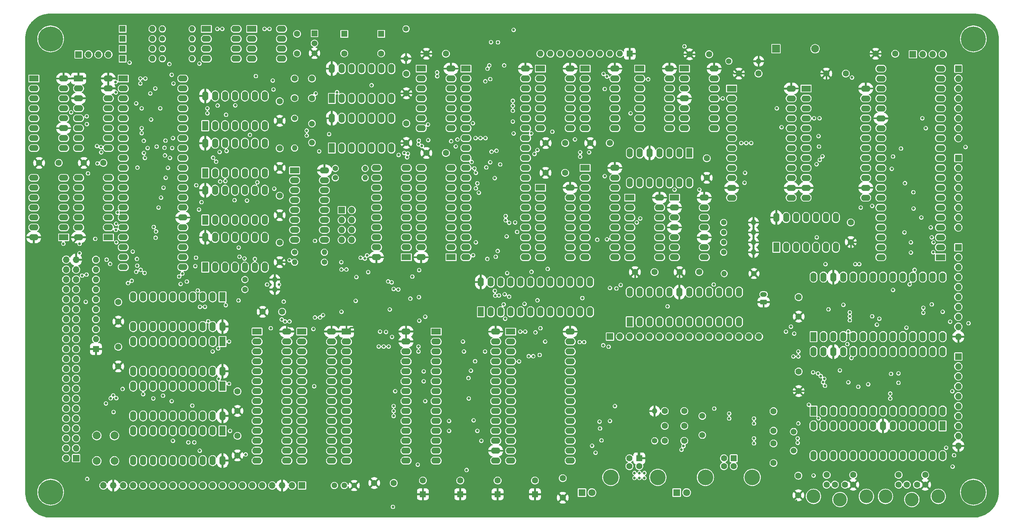
<source format=gbr>
%TF.GenerationSoftware,KiCad,Pcbnew,8.0.2-8.0.2-0~ubuntu20.04.1*%
%TF.CreationDate,2024-06-07T14:08:50+05:00*%
%TF.ProjectId,RedStar,52656453-7461-4722-9e6b-696361645f70,v1.5*%
%TF.SameCoordinates,Original*%
%TF.FileFunction,Copper,L3,Inr*%
%TF.FilePolarity,Positive*%
%FSLAX46Y46*%
G04 Gerber Fmt 4.6, Leading zero omitted, Abs format (unit mm)*
G04 Created by KiCad (PCBNEW 8.0.2-8.0.2-0~ubuntu20.04.1) date 2024-06-07 14:08:50*
%MOMM*%
%LPD*%
G01*
G04 APERTURE LIST*
G04 Aperture macros list*
%AMRoundRect*
0 Rectangle with rounded corners*
0 $1 Rounding radius*
0 $2 $3 $4 $5 $6 $7 $8 $9 X,Y pos of 4 corners*
0 Add a 4 corners polygon primitive as box body*
4,1,4,$2,$3,$4,$5,$6,$7,$8,$9,$2,$3,0*
0 Add four circle primitives for the rounded corners*
1,1,$1+$1,$2,$3*
1,1,$1+$1,$4,$5*
1,1,$1+$1,$6,$7*
1,1,$1+$1,$8,$9*
0 Add four rect primitives between the rounded corners*
20,1,$1+$1,$2,$3,$4,$5,0*
20,1,$1+$1,$4,$5,$6,$7,0*
20,1,$1+$1,$6,$7,$8,$9,0*
20,1,$1+$1,$8,$9,$2,$3,0*%
G04 Aperture macros list end*
%TA.AperFunction,ComponentPad*%
%ADD10R,1.600000X2.400000*%
%TD*%
%TA.AperFunction,ComponentPad*%
%ADD11O,1.600000X2.400000*%
%TD*%
%TA.AperFunction,ComponentPad*%
%ADD12C,1.400000*%
%TD*%
%TA.AperFunction,ComponentPad*%
%ADD13O,1.400000X1.400000*%
%TD*%
%TA.AperFunction,ComponentPad*%
%ADD14C,1.600000*%
%TD*%
%TA.AperFunction,ComponentPad*%
%ADD15R,1.500000X1.500000*%
%TD*%
%TA.AperFunction,ComponentPad*%
%ADD16C,1.500000*%
%TD*%
%TA.AperFunction,ComponentPad*%
%ADD17R,1.600000X1.600000*%
%TD*%
%TA.AperFunction,ComponentPad*%
%ADD18R,2.400000X1.600000*%
%TD*%
%TA.AperFunction,ComponentPad*%
%ADD19O,2.400000X1.600000*%
%TD*%
%TA.AperFunction,ComponentPad*%
%ADD20O,1.600000X1.600000*%
%TD*%
%TA.AperFunction,ComponentPad*%
%ADD21C,3.500000*%
%TD*%
%TA.AperFunction,ComponentPad*%
%ADD22R,1.700000X1.700000*%
%TD*%
%TA.AperFunction,ComponentPad*%
%ADD23O,1.700000X1.700000*%
%TD*%
%TA.AperFunction,ComponentPad*%
%ADD24C,0.800000*%
%TD*%
%TA.AperFunction,ComponentPad*%
%ADD25C,6.400000*%
%TD*%
%TA.AperFunction,ComponentPad*%
%ADD26C,4.000000*%
%TD*%
%TA.AperFunction,ComponentPad*%
%ADD27R,1.800000X1.800000*%
%TD*%
%TA.AperFunction,ComponentPad*%
%ADD28C,1.800000*%
%TD*%
%TA.AperFunction,ComponentPad*%
%ADD29C,1.440000*%
%TD*%
%TA.AperFunction,ComponentPad*%
%ADD30R,2.000000X2.000000*%
%TD*%
%TA.AperFunction,ComponentPad*%
%ADD31C,2.000000*%
%TD*%
%TA.AperFunction,ComponentPad*%
%ADD32RoundRect,0.250000X0.625000X-0.350000X0.625000X0.350000X-0.625000X0.350000X-0.625000X-0.350000X0*%
%TD*%
%TA.AperFunction,ComponentPad*%
%ADD33O,1.750000X1.200000*%
%TD*%
%TA.AperFunction,ViaPad*%
%ADD34C,0.700000*%
%TD*%
%TA.AperFunction,Conductor*%
%ADD35C,0.400000*%
%TD*%
G04 APERTURE END LIST*
D10*
%TO.N,/RDY*%
%TO.C,DD17*%
X120015000Y-130810000D03*
D11*
X122555000Y-130810000D03*
%TO.N,Net-(DD17-Pad3)*%
X125095000Y-130810000D03*
%TO.N,/MAST*%
X127635000Y-130810000D03*
%TO.N,Net-(DD17-Pad3)*%
X130175000Y-130810000D03*
%TO.N,/~{WAIT}*%
X132715000Y-130810000D03*
%TO.N,GND*%
X135255000Y-130810000D03*
%TO.N,/~{MDC_E}*%
X135255000Y-123190000D03*
%TO.N,/~{A15}*%
X132715000Y-123190000D03*
%TO.N,/~{HLDA}*%
X130175000Y-123190000D03*
%TO.N,/~{FWR}*%
X127635000Y-123190000D03*
%TO.N,/WB*%
X125095000Y-123190000D03*
%TO.N,/MEMW*%
X122555000Y-123190000D03*
%TO.N,VCC*%
X120015000Y-123190000D03*
%TD*%
D12*
%TO.N,/~{RESET}*%
%TO.C,R19*%
X171375000Y-69835000D03*
D13*
%TO.N,VCC*%
X171375000Y-77455000D03*
%TD*%
D14*
%TO.N,Net-(DD46-V3)*%
%TO.C,C45*%
X242521500Y-167640000D03*
%TO.N,GND*%
X237521500Y-167640000D03*
%TD*%
D10*
%TO.N,/~{HLDA}*%
%TO.C,DD41*%
X124455000Y-138415000D03*
D11*
%TO.N,unconnected-(DD41-A1-Pad2)*%
X121915000Y-138415000D03*
%TO.N,unconnected-(DD41-A2-Pad3)*%
X119375000Y-138415000D03*
%TO.N,unconnected-(DD41-A3-Pad4)*%
X116835000Y-138415000D03*
%TO.N,unconnected-(DD41-A4-Pad5)*%
X114295000Y-138415000D03*
%TO.N,/~{MEMR}*%
X111755000Y-138415000D03*
%TO.N,/~{MEMW}*%
X109215000Y-138415000D03*
%TO.N,/~{I{slash}OR}*%
X106675000Y-138415000D03*
%TO.N,/~{I{slash}OW}*%
X104135000Y-138415000D03*
%TO.N,GND*%
X101595000Y-138415000D03*
%TO.N,/~{PW}*%
X101595000Y-146035000D03*
%TO.N,/~{PR}*%
X104135000Y-146035000D03*
%TO.N,/~{MW}*%
X106675000Y-146035000D03*
%TO.N,/~{MR}*%
X109215000Y-146035000D03*
%TO.N,unconnected-(DD41-B4-Pad15)*%
X111755000Y-146035000D03*
%TO.N,unconnected-(DD41-B3-Pad16)*%
X114295000Y-146035000D03*
%TO.N,unconnected-(DD41-B2-Pad17)*%
X116835000Y-146035000D03*
%TO.N,unconnected-(DD41-B1-Pad18)*%
X119375000Y-146035000D03*
%TO.N,/~{CB_E}*%
X121915000Y-146035000D03*
%TO.N,VCC*%
X124455000Y-146035000D03*
%TD*%
D15*
%TO.N,3V3*%
%TO.C,DA2*%
X147955000Y-70993000D03*
D16*
%TO.N,GND*%
X147955000Y-73533000D03*
%TO.N,VCC*%
X147955000Y-76073000D03*
%TD*%
D14*
%TO.N,Net-(C2-Pad1)*%
%TO.C,C2*%
X142875000Y-87550000D03*
%TO.N,GND*%
X142875000Y-82550000D03*
%TD*%
%TO.N,VCC*%
%TO.C,C24*%
X207090000Y-99060000D03*
%TO.N,GND*%
X212090000Y-99060000D03*
%TD*%
D12*
%TO.N,/MS0*%
%TO.C,R14*%
X153289000Y-105537000D03*
D13*
%TO.N,GND*%
X160909000Y-105537000D03*
%TD*%
D17*
%TO.N,VCC*%
%TO.C,C39*%
X175693000Y-188920000D03*
D14*
%TO.N,GND*%
X175693000Y-185420000D03*
%TD*%
D12*
%TO.N,/~{W25E13}*%
%TO.C,R9*%
X109055000Y-77470000D03*
D13*
%TO.N,3V3*%
X116675000Y-77470000D03*
%TD*%
D14*
%TO.N,VCC*%
%TO.C,C17*%
X128270000Y-167600000D03*
%TO.N,GND*%
X128270000Y-162600000D03*
%TD*%
D18*
%TO.N,/AU1*%
%TO.C,DD37*%
X76200000Y-82550000D03*
D19*
%TO.N,GND*%
X76200000Y-85090000D03*
%TO.N,/Priority*%
X76200000Y-87630000D03*
%TO.N,GND*%
X76200000Y-90170000D03*
%TO.N,unconnected-(DD37-A>-Pad5)*%
X76200000Y-92710000D03*
%TO.N,/HOLD*%
X76200000Y-95250000D03*
%TO.N,unconnected-(DD37-A<-Pad7)*%
X76200000Y-97790000D03*
%TO.N,GND*%
X76200000Y-100330000D03*
X83820000Y-100330000D03*
%TO.N,/~{REQ}*%
X83820000Y-97790000D03*
%TO.N,VCC*%
X83820000Y-95250000D03*
%TO.N,/~{Protest}*%
X83820000Y-92710000D03*
%TO.N,/Ad0*%
X83820000Y-90170000D03*
%TO.N,/AU0*%
X83820000Y-87630000D03*
%TO.N,/Ad1*%
X83820000Y-85090000D03*
%TO.N,VCC*%
X83820000Y-82550000D03*
%TD*%
D18*
%TO.N,/X1*%
%TO.C,DD1*%
X186690000Y-80010000D03*
D19*
%TO.N,/X2*%
X186690000Y-82550000D03*
%TO.N,/RES*%
X186690000Y-85090000D03*
%TO.N,/SOD*%
X186690000Y-87630000D03*
%TO.N,/SID*%
X186690000Y-90170000D03*
%TO.N,/TRAP*%
X186690000Y-92710000D03*
%TO.N,/RST7.5*%
X186690000Y-95250000D03*
%TO.N,unconnected-(DD1-RST6.5-Pad8)*%
X186690000Y-97790000D03*
%TO.N,unconnected-(DD1-RST5.5-Pad9)*%
X186690000Y-100330000D03*
%TO.N,/INTR*%
X186690000Y-102870000D03*
%TO.N,/~{INTA}*%
X186690000Y-105410000D03*
%TO.N,/pAD0*%
X186690000Y-107950000D03*
%TO.N,/pAD1*%
X186690000Y-110490000D03*
%TO.N,/pAD2*%
X186690000Y-113030000D03*
%TO.N,/pAD3*%
X186690000Y-115570000D03*
%TO.N,/pAD4*%
X186690000Y-118110000D03*
%TO.N,/pAD5*%
X186690000Y-120650000D03*
%TO.N,/pAD6*%
X186690000Y-123190000D03*
%TO.N,/pAD7*%
X186690000Y-125730000D03*
%TO.N,GND*%
X186690000Y-128270000D03*
%TO.N,/A8*%
X201930000Y-128270000D03*
%TO.N,/A9*%
X201930000Y-125730000D03*
%TO.N,/A10*%
X201930000Y-123190000D03*
%TO.N,/A11*%
X201930000Y-120650000D03*
%TO.N,/pA12*%
X201930000Y-118110000D03*
%TO.N,/pA13*%
X201930000Y-115570000D03*
%TO.N,/pA14*%
X201930000Y-113030000D03*
%TO.N,/pA15*%
X201930000Y-110490000D03*
%TO.N,/S0*%
X201930000Y-107950000D03*
%TO.N,/ALE*%
X201930000Y-105410000D03*
%TO.N,/~{WR}*%
X201930000Y-102870000D03*
%TO.N,/~{RD}*%
X201930000Y-100330000D03*
%TO.N,/S1*%
X201930000Y-97790000D03*
%TO.N,/IO{slash}~{M}*%
X201930000Y-95250000D03*
%TO.N,/~{WAIT}*%
X201930000Y-92710000D03*
%TO.N,/~{RESET}*%
X201930000Y-90170000D03*
%TO.N,/CLK*%
X201930000Y-87630000D03*
%TO.N,/HLDA*%
X201930000Y-85090000D03*
%TO.N,/HOLD*%
X201930000Y-82550000D03*
%TO.N,VCC*%
X201930000Y-80010000D03*
%TD*%
D17*
%TO.N,/~{W25E0}*%
%TO.C,VD3*%
X98895000Y-74930000D03*
D20*
%TO.N,/~{W25E03}*%
X106515000Y-74930000D03*
%TD*%
D14*
%TO.N,VCC*%
%TO.C,C13*%
X171450000Y-99020000D03*
%TO.N,GND*%
X171450000Y-94020000D03*
%TD*%
%TO.N,/M_DATA*%
%TO.C,J2*%
X299436000Y-186484000D03*
%TO.N,unconnected-(J2-Pad2)*%
X302036000Y-186484000D03*
D21*
%TO.N,GND*%
X307486000Y-189484000D03*
X300736000Y-190284000D03*
D14*
X297336000Y-186484000D03*
D21*
X293986000Y-189484000D03*
D14*
%TO.N,VCC*%
X304136000Y-186484000D03*
%TO.N,/M_CLK*%
X297336000Y-183984000D03*
%TO.N,unconnected-(J2-Pad6)*%
X304136000Y-183984000D03*
%TD*%
%TO.N,VCC*%
%TO.C,C10*%
X97790000Y-144740000D03*
%TO.N,GND*%
X97790000Y-139740000D03*
%TD*%
D12*
%TO.N,/~{W25E03}*%
%TO.C,R8*%
X109055000Y-74930000D03*
D13*
%TO.N,3V3*%
X116675000Y-74930000D03*
%TD*%
D12*
%TO.N,/SCK3*%
%TO.C,R7*%
X109055000Y-72390000D03*
D13*
%TO.N,3V3*%
X116675000Y-72390000D03*
%TD*%
D14*
%TO.N,/K_DATA*%
%TO.C,J1*%
X281036000Y-186484000D03*
%TO.N,unconnected-(J1-Pad2)*%
X283636000Y-186484000D03*
D21*
%TO.N,GND*%
X289086000Y-189484000D03*
X282336000Y-190284000D03*
D14*
X278936000Y-186484000D03*
D21*
X275586000Y-189484000D03*
D14*
%TO.N,VCC*%
X285736000Y-186484000D03*
%TO.N,/K_CLK*%
X278936000Y-183984000D03*
%TO.N,unconnected-(J1-Pad6)*%
X285736000Y-183984000D03*
%TD*%
D22*
%TO.N,Net-(DD22B-~{Q0})*%
%TO.C,J3*%
X154940000Y-116205000D03*
D23*
%TO.N,/~{PDC_E}*%
X157480000Y-116205000D03*
%TO.N,Net-(DD22B-~{Q1})*%
X154940000Y-118745000D03*
%TO.N,/~{PDC_E}*%
X157480000Y-118745000D03*
%TO.N,Net-(DD22B-~{Q2})*%
X154940000Y-121285000D03*
%TO.N,/~{PDC_E}*%
X157480000Y-121285000D03*
%TO.N,Net-(DD22B-~{Q3})*%
X154940000Y-123825000D03*
%TO.N,/~{PDC_E}*%
X157480000Y-123825000D03*
%TD*%
D12*
%TO.N,/WB*%
%TO.C,R16*%
X142875000Y-127000000D03*
D13*
%TO.N,GND*%
X150495000Y-127000000D03*
%TD*%
D14*
%TO.N,VCC*%
%TO.C,C5*%
X207050000Y-106680000D03*
%TO.N,GND*%
X212050000Y-106680000D03*
%TD*%
%TO.N,VCC*%
%TO.C,C11*%
X285115000Y-124380000D03*
%TO.N,GND*%
X285115000Y-119380000D03*
%TD*%
D24*
%TO.N,GND*%
%TO.C,H2*%
X314070000Y-72400000D03*
X314772944Y-70702944D03*
X314772944Y-74097056D03*
X316470000Y-70000000D03*
D25*
X316470000Y-72400000D03*
D24*
X316470000Y-74800000D03*
X318167056Y-70702944D03*
X318167056Y-74097056D03*
X318870000Y-72400000D03*
%TD*%
D12*
%TO.N,Net-(DD20-~{Q2})*%
%TO.C,R4*%
X252603000Y-127000000D03*
D13*
%TO.N,VCC*%
X260223000Y-127000000D03*
%TD*%
D10*
%TO.N,/D2*%
%TO.C,DD34*%
X275590000Y-148595000D03*
D11*
%TO.N,/D3*%
X278130000Y-148595000D03*
%TO.N,/RXD1*%
X280670000Y-148595000D03*
%TO.N,GND*%
X283210000Y-148595000D03*
%TO.N,/D4*%
X285750000Y-148595000D03*
%TO.N,/D5*%
X288290000Y-148595000D03*
%TO.N,/D6*%
X290830000Y-148595000D03*
%TO.N,/D7*%
X293370000Y-148595000D03*
%TO.N,/TSYN1*%
X295910000Y-148595000D03*
%TO.N,/~{I{slash}OW}*%
X298450000Y-148595000D03*
%TO.N,/~{USART1}*%
X300990000Y-148595000D03*
%TO.N,/A0*%
X303530000Y-148595000D03*
%TO.N,/~{I{slash}OR}*%
X306070000Y-148595000D03*
%TO.N,/RXC1*%
X308610000Y-148595000D03*
%TO.N,/TXC1*%
X308610000Y-133355000D03*
%TO.N,unconnected-(DD34-SD{slash}BD-Pad16)*%
X306070000Y-133355000D03*
%TO.N,/~{CTS1}*%
X303530000Y-133355000D03*
%TO.N,/UDRE1*%
X300990000Y-133355000D03*
%TO.N,/TXD1*%
X298450000Y-133355000D03*
%TO.N,/CLT*%
X295910000Y-133355000D03*
%TO.N,/RES*%
X293370000Y-133355000D03*
%TO.N,/~{DSR1}*%
X290830000Y-133355000D03*
%TO.N,/~{RTS1}*%
X288290000Y-133355000D03*
%TO.N,/~{DTR1}*%
X285750000Y-133355000D03*
%TO.N,/TSYN1*%
X283210000Y-133355000D03*
%TO.N,VCC*%
X280670000Y-133355000D03*
%TO.N,/D0*%
X278130000Y-133355000D03*
%TO.N,/D1*%
X275590000Y-133355000D03*
%TD*%
D14*
%TO.N,VCC*%
%TO.C,C25*%
X77545000Y-104130000D03*
%TO.N,GND*%
X82545000Y-104130000D03*
%TD*%
D10*
%TO.N,Net-(DD18-Pad11)*%
%TO.C,DD19*%
X120010000Y-106695000D03*
D11*
%TO.N,/~{PME}*%
X122550000Y-106695000D03*
%TO.N,/~{YHME}*%
X125090000Y-106695000D03*
%TO.N,/~{PMT}*%
X127630000Y-106695000D03*
%TO.N,/~{A15}*%
X130170000Y-106695000D03*
%TO.N,/~{OMME}*%
X132710000Y-106695000D03*
%TO.N,GND*%
X135250000Y-106695000D03*
%TO.N,Net-(DD12-Pad5)*%
X135250000Y-99075000D03*
%TO.N,/MAST*%
X132710000Y-99075000D03*
%TO.N,/~{RD}*%
X130170000Y-99075000D03*
%TO.N,Net-(DD12-Pad3)*%
X127630000Y-99075000D03*
%TO.N,/MAST*%
X125090000Y-99075000D03*
%TO.N,/A15*%
X122550000Y-99075000D03*
%TO.N,VCC*%
X120010000Y-99075000D03*
%TD*%
D17*
%TO.N,3V3*%
%TO.C,C37*%
X155575000Y-71120000D03*
D14*
%TO.N,GND*%
X155575000Y-76120000D03*
%TD*%
D12*
%TO.N,Net-(DD20-~{Q3})*%
%TO.C,R5*%
X252603000Y-124460000D03*
D13*
%TO.N,VCC*%
X260223000Y-124460000D03*
%TD*%
D17*
%TO.N,/SCK*%
%TO.C,VD2*%
X98895000Y-72390000D03*
D20*
%TO.N,/SCK3*%
X106515000Y-72390000D03*
%TD*%
D18*
%TO.N,Net-(DD14A-~{R})*%
%TO.C,DD14*%
X242570000Y-80010000D03*
D19*
%TO.N,/TRAP*%
X242570000Y-82550000D03*
%TO.N,/SOD*%
X242570000Y-85090000D03*
%TO.N,VCC*%
X242570000Y-87630000D03*
%TO.N,/SID*%
X242570000Y-90170000D03*
%TO.N,/TRAP*%
X242570000Y-92710000D03*
%TO.N,GND*%
X242570000Y-95250000D03*
%TO.N,unconnected-(DD14B-~{Q}-Pad8)*%
X250190000Y-95250000D03*
%TO.N,unconnected-(DD14B-Q-Pad9)*%
X250190000Y-92710000D03*
%TO.N,unconnected-(DD14B-~{S}-Pad10)*%
X250190000Y-90170000D03*
%TO.N,unconnected-(DD14B-C-Pad11)*%
X250190000Y-87630000D03*
%TO.N,unconnected-(DD14B-D-Pad12)*%
X250190000Y-85090000D03*
%TO.N,unconnected-(DD14B-~{R}-Pad13)*%
X250190000Y-82550000D03*
%TO.N,VCC*%
X250190000Y-80010000D03*
%TD*%
D18*
%TO.N,/TRAP*%
%TO.C,DD13*%
X240030000Y-113030000D03*
D19*
%TO.N,VCC*%
X240030000Y-115570000D03*
%TO.N,Net-(DD13A-C)*%
X240030000Y-118110000D03*
%TO.N,VCC*%
X240030000Y-120650000D03*
%TO.N,Net-(DD13A-Q)*%
X240030000Y-123190000D03*
%TO.N,unconnected-(DD13A-~{Q}-Pad6)*%
X240030000Y-125730000D03*
%TO.N,GND*%
X240030000Y-128270000D03*
%TO.N,Net-(DD13B-~{Q})*%
X247650000Y-128270000D03*
%TO.N,Net-(DD13B-Q)*%
X247650000Y-125730000D03*
%TO.N,VCC*%
X247650000Y-123190000D03*
%TO.N,/S1*%
X247650000Y-120650000D03*
%TO.N,Net-(DD13A-Q)*%
X247650000Y-118110000D03*
%TO.N,/TRAP*%
X247650000Y-115570000D03*
%TO.N,VCC*%
X247650000Y-113030000D03*
%TD*%
D17*
%TO.N,VCC*%
%TO.C,J13*%
X231014000Y-179734500D03*
D14*
%TO.N,unconnected-(J13-D--Pad2)*%
X228514000Y-179734500D03*
%TO.N,unconnected-(J13-D+-Pad3)*%
X228514000Y-181734500D03*
%TO.N,GND*%
X231014000Y-181734500D03*
D26*
X235764000Y-184594500D03*
X223764000Y-184594500D03*
%TD*%
D10*
%TO.N,Net-(DD8-Pad1)*%
%TO.C,DD8*%
X266065000Y-125730000D03*
D11*
X268605000Y-125730000D03*
%TO.N,unconnected-(DD8-Pad3)*%
X271145000Y-125730000D03*
%TO.N,unconnected-(DD8-Pad4)*%
X273685000Y-125730000D03*
%TO.N,unconnected-(DD8-Pad5)*%
X276225000Y-125730000D03*
%TO.N,unconnected-(DD8-Pad6)*%
X278765000Y-125730000D03*
%TO.N,GND*%
X281305000Y-125730000D03*
%TO.N,/MEMW*%
X281305000Y-118110000D03*
%TO.N,/IO{slash}~{M}*%
X278765000Y-118110000D03*
%TO.N,/~{WR}*%
X276225000Y-118110000D03*
%TO.N,Net-(DD8-Pad11)*%
X273685000Y-118110000D03*
X271145000Y-118110000D03*
%TO.N,/TRAP*%
X268605000Y-118110000D03*
%TO.N,VCC*%
X266065000Y-118110000D03*
%TD*%
D18*
%TO.N,Net-(DD10-Pad1)*%
%TO.C,DD7*%
X205740000Y-80010000D03*
D19*
%TO.N,/~{I{slash}O}M*%
X205740000Y-82550000D03*
%TO.N,/~{RD}*%
X205740000Y-85090000D03*
%TO.N,Net-(DD10-Pad3)*%
X205740000Y-87630000D03*
%TO.N,/~{WR}*%
X205740000Y-90170000D03*
%TO.N,/~{I{slash}O}M*%
X205740000Y-92710000D03*
%TO.N,GND*%
X205740000Y-95250000D03*
%TO.N,/~{RD}*%
X213360000Y-95250000D03*
%TO.N,/IO{slash}~{M}*%
X213360000Y-92710000D03*
%TO.N,Net-(DD10-Pad5)*%
X213360000Y-90170000D03*
%TO.N,/HLDA*%
X213360000Y-87630000D03*
%TO.N,/MAST*%
X213360000Y-85090000D03*
%TO.N,/~{CB_E}*%
X213360000Y-82550000D03*
%TO.N,VCC*%
X213360000Y-80010000D03*
%TD*%
D14*
%TO.N,VCC*%
%TO.C,C30*%
X88975000Y-104130000D03*
%TO.N,GND*%
X93975000Y-104130000D03*
%TD*%
%TO.N,VCC*%
%TO.C,C35*%
X271780000Y-143470000D03*
%TO.N,GND*%
X271780000Y-138470000D03*
%TD*%
D18*
%TO.N,/D7*%
%TO.C,DD29*%
X254635000Y-85095000D03*
D19*
%TO.N,/D6*%
X254635000Y-87635000D03*
%TO.N,/D5*%
X254635000Y-90175000D03*
%TO.N,/D4*%
X254635000Y-92715000D03*
%TO.N,/D3*%
X254635000Y-95255000D03*
%TO.N,/D2*%
X254635000Y-97795000D03*
%TO.N,/D1*%
X254635000Y-100335000D03*
%TO.N,/D0*%
X254635000Y-102875000D03*
%TO.N,Net-(DD29-CLK0)*%
X254635000Y-105415000D03*
%TO.N,/SYSTIME*%
X254635000Y-107955000D03*
%TO.N,VCC*%
X254635000Y-110495000D03*
%TO.N,GND*%
X254635000Y-113035000D03*
%TO.N,Net-(DD29-CLK0)*%
X269875000Y-113035000D03*
%TO.N,VCC*%
X269875000Y-110495000D03*
%TO.N,/CLT*%
X269875000Y-107955000D03*
%TO.N,/CLKE*%
X269875000Y-105415000D03*
%TO.N,/RST7.5*%
X269875000Y-102875000D03*
%TO.N,/CLT*%
X269875000Y-100335000D03*
%TO.N,/A0*%
X269875000Y-97795000D03*
%TO.N,/A1*%
X269875000Y-95255000D03*
%TO.N,/~{TIM0}*%
X269875000Y-92715000D03*
%TO.N,/~{I{slash}OR}*%
X269875000Y-90175000D03*
%TO.N,/~{I{slash}OW}*%
X269875000Y-87635000D03*
%TO.N,VCC*%
X269875000Y-85095000D03*
%TD*%
D12*
%TO.N,/RDY*%
%TO.C,R12*%
X130175000Y-133985000D03*
D13*
%TO.N,VCC*%
X137795000Y-133985000D03*
%TD*%
D17*
%TO.N,VCC*%
%TO.C,C40*%
X185243000Y-188920000D03*
D14*
%TO.N,GND*%
X185243000Y-185420000D03*
%TD*%
D17*
%TO.N,VCC*%
%TO.C,RN2*%
X92075000Y-151765000D03*
D20*
%TO.N,/~{REQ}*%
X92075000Y-149225000D03*
%TO.N,/~{CONF}*%
X92075000Y-146685000D03*
%TO.N,/~{Protest}*%
X92075000Y-144145000D03*
%TO.N,/Ad0*%
X92075000Y-141605000D03*
%TO.N,/Ad1*%
X92075000Y-139065000D03*
%TO.N,/T0*%
X92075000Y-136525000D03*
%TO.N,/T1*%
X92075000Y-133985000D03*
%TO.N,/T2*%
X92075000Y-131445000D03*
%TO.N,/Vect*%
X92075000Y-128905000D03*
%TD*%
D14*
%TO.N,VCC*%
%TO.C,C27*%
X134700000Y-142240000D03*
%TO.N,GND*%
X139700000Y-142240000D03*
%TD*%
D18*
%TO.N,/A14*%
%TO.C,DD24*%
X144705000Y-147305000D03*
D19*
%TO.N,/A12*%
X144705000Y-149845000D03*
%TO.N,/A7*%
X144705000Y-152385000D03*
%TO.N,/A6*%
X144705000Y-154925000D03*
%TO.N,/A5*%
X144705000Y-157465000D03*
%TO.N,/A4*%
X144705000Y-160005000D03*
%TO.N,/A3*%
X144705000Y-162545000D03*
%TO.N,/A2*%
X144705000Y-165085000D03*
%TO.N,/A1*%
X144705000Y-167625000D03*
%TO.N,/A0*%
X144705000Y-170165000D03*
%TO.N,/D0*%
X144705000Y-172705000D03*
%TO.N,/D1*%
X144705000Y-175245000D03*
%TO.N,/D2*%
X144705000Y-177785000D03*
%TO.N,GND*%
X144705000Y-180325000D03*
%TO.N,/D3*%
X152325000Y-180325000D03*
%TO.N,/D4*%
X152325000Y-177785000D03*
%TO.N,/D5*%
X152325000Y-175245000D03*
%TO.N,/D6*%
X152325000Y-172705000D03*
%TO.N,/D7*%
X152325000Y-170165000D03*
%TO.N,/~{OMME}*%
X152325000Y-167625000D03*
%TO.N,/A10*%
X152325000Y-165085000D03*
%TO.N,/~{MEMR}*%
X152325000Y-162545000D03*
%TO.N,/A11*%
X152325000Y-160005000D03*
%TO.N,/A9*%
X152325000Y-157465000D03*
%TO.N,/A8*%
X152325000Y-154925000D03*
%TO.N,/A13*%
X152325000Y-152385000D03*
%TO.N,/~{MEMW}*%
X152325000Y-149845000D03*
%TO.N,VCC*%
X152325000Y-147305000D03*
%TD*%
D12*
%TO.N,Net-(LED1-A)*%
%TO.C,R10*%
X150495000Y-129540000D03*
D13*
%TO.N,/Turbo*%
X142875000Y-129540000D03*
%TD*%
D22*
%TO.N,/PF0*%
%TO.C,J10*%
X301000000Y-76327000D03*
D23*
%TO.N,/PF1*%
X303540000Y-76327000D03*
%TO.N,/PF2*%
X306080000Y-76327000D03*
%TO.N,/PF3*%
X308620000Y-76327000D03*
%TD*%
D17*
%TO.N,/MOSI*%
%TO.C,VD1*%
X98895000Y-69850000D03*
D20*
%TO.N,/MOSI3*%
X106515000Y-69850000D03*
%TD*%
D14*
%TO.N,VCC*%
%TO.C,C21*%
X97790000Y-156210000D03*
%TO.N,GND*%
X97790000Y-151210000D03*
%TD*%
%TO.N,VCC*%
%TO.C,C18*%
X229910000Y-132080000D03*
%TO.N,GND*%
X234910000Y-132080000D03*
%TD*%
%TO.N,VCC*%
%TO.C,C12*%
X218480000Y-99060000D03*
%TO.N,GND*%
X223480000Y-99060000D03*
%TD*%
D24*
%TO.N,GND*%
%TO.C,H1*%
X78070000Y-72400000D03*
X78772944Y-70702944D03*
X78772944Y-74097056D03*
X80470000Y-70000000D03*
D25*
X80470000Y-72400000D03*
D24*
X80470000Y-74800000D03*
X82167056Y-70702944D03*
X82167056Y-74097056D03*
X82870000Y-72400000D03*
%TD*%
D14*
%TO.N,VCC*%
%TO.C,C23*%
X211455000Y-189825000D03*
%TO.N,GND*%
X211455000Y-184825000D03*
%TD*%
D27*
%TO.N,GND*%
%TO.C,LED1*%
X216353000Y-188500500D03*
D28*
%TO.N,Net-(LED1-A)*%
X218893000Y-188500500D03*
%TD*%
D24*
%TO.N,GND*%
%TO.C,H3*%
X314070000Y-188400000D03*
X314772944Y-186702944D03*
X314772944Y-190097056D03*
X316470000Y-186000000D03*
D25*
X316470000Y-188400000D03*
D24*
X316470000Y-190800000D03*
X318167056Y-186702944D03*
X318167056Y-190097056D03*
X318870000Y-188400000D03*
%TD*%
D12*
%TO.N,/MOSI3*%
%TO.C,R6*%
X109055000Y-69850000D03*
D13*
%TO.N,3V3*%
X116675000Y-69850000D03*
%TD*%
D14*
%TO.N,VCC*%
%TO.C,C31*%
X271705000Y-189175000D03*
%TO.N,GND*%
X271705000Y-184175000D03*
%TD*%
D17*
%TO.N,VCC*%
%TO.C,C41*%
X194793000Y-188920000D03*
D14*
%TO.N,GND*%
X194793000Y-185420000D03*
%TD*%
D10*
%TO.N,/~{HLDA}*%
%TO.C,DD40*%
X124455000Y-149845000D03*
D11*
%TO.N,/A8*%
X121915000Y-149845000D03*
%TO.N,/A9*%
X119375000Y-149845000D03*
%TO.N,/A10*%
X116835000Y-149845000D03*
%TO.N,/A11*%
X114295000Y-149845000D03*
%TO.N,/A12*%
X111755000Y-149845000D03*
%TO.N,/A13*%
X109215000Y-149845000D03*
%TO.N,/A14*%
X106675000Y-149845000D03*
%TO.N,unconnected-(DD40-A8-Pad9)*%
X104135000Y-149845000D03*
%TO.N,GND*%
X101595000Y-149845000D03*
%TO.N,unconnected-(DD40-B8-Pad11)*%
X101595000Y-157465000D03*
%TO.N,/BA14*%
X104135000Y-157465000D03*
%TO.N,/BA13*%
X106675000Y-157465000D03*
%TO.N,/BA12*%
X109215000Y-157465000D03*
%TO.N,/BA11*%
X111755000Y-157465000D03*
%TO.N,/BA10*%
X114295000Y-157465000D03*
%TO.N,/BA9*%
X116835000Y-157465000D03*
%TO.N,/BA8*%
X119375000Y-157465000D03*
%TO.N,/~{CB_E}*%
X121915000Y-157465000D03*
%TO.N,VCC*%
X124455000Y-157465000D03*
%TD*%
D18*
%TO.N,/PA3*%
%TO.C,DD28*%
X308045000Y-128275000D03*
D19*
%TO.N,/PA2*%
X308045000Y-125735000D03*
%TO.N,/PA1*%
X308045000Y-123195000D03*
%TO.N,/PA0*%
X308045000Y-120655000D03*
%TO.N,/~{I{slash}OR}*%
X308045000Y-118115000D03*
%TO.N,/~{SYSP1}*%
X308045000Y-115575000D03*
%TO.N,GND*%
X308045000Y-113035000D03*
%TO.N,/A1*%
X308045000Y-110495000D03*
%TO.N,/A0*%
X308045000Y-107955000D03*
%TO.N,/~{W25E1}*%
X308045000Y-105415000D03*
%TO.N,/~{W25E0}*%
X308045000Y-102875000D03*
%TO.N,/FS*%
X308045000Y-100335000D03*
%TO.N,/BUZ_G*%
X308045000Y-97795000D03*
%TO.N,/PF0*%
X308045000Y-95255000D03*
%TO.N,/PF1*%
X308045000Y-92715000D03*
%TO.N,/PF2*%
X308045000Y-90175000D03*
%TO.N,/PF3*%
X308045000Y-87635000D03*
%TO.N,/PB0*%
X308045000Y-85095000D03*
%TO.N,/PB1*%
X308045000Y-82555000D03*
%TO.N,/PB2*%
X308045000Y-80015000D03*
%TO.N,/PB3*%
X292805000Y-80015000D03*
%TO.N,/PB4*%
X292805000Y-82555000D03*
%TO.N,/PB5*%
X292805000Y-85095000D03*
%TO.N,/PB6*%
X292805000Y-87635000D03*
%TO.N,/PB7*%
X292805000Y-90175000D03*
%TO.N,VCC*%
X292805000Y-92715000D03*
%TO.N,/D7*%
X292805000Y-95255000D03*
%TO.N,/D6*%
X292805000Y-97795000D03*
%TO.N,/D5*%
X292805000Y-100335000D03*
%TO.N,/D4*%
X292805000Y-102875000D03*
%TO.N,/D3*%
X292805000Y-105415000D03*
%TO.N,/D2*%
X292805000Y-107955000D03*
%TO.N,/D1*%
X292805000Y-110495000D03*
%TO.N,/D0*%
X292805000Y-113035000D03*
%TO.N,/RES*%
X292805000Y-115575000D03*
%TO.N,/~{I{slash}OW}*%
X292805000Y-118115000D03*
%TO.N,/PA7*%
X292805000Y-120655000D03*
%TO.N,/PA6*%
X292805000Y-123195000D03*
%TO.N,/PA5*%
X292805000Y-125735000D03*
%TO.N,/PA4*%
X292805000Y-128275000D03*
%TD*%
D18*
%TO.N,/~{B_OS}*%
%TO.C,DD21*%
X217170000Y-105410000D03*
D19*
%TO.N,/pA15*%
X217170000Y-107950000D03*
%TO.N,/A12*%
X217170000Y-110490000D03*
%TO.N,/pA14*%
X217170000Y-113030000D03*
%TO.N,/A13*%
X217170000Y-115570000D03*
%TO.N,/pA13*%
X217170000Y-118110000D03*
%TO.N,/A14*%
X217170000Y-120650000D03*
%TO.N,/pA12*%
X217170000Y-123190000D03*
%TO.N,/A15*%
X217170000Y-125730000D03*
%TO.N,GND*%
X217170000Y-128270000D03*
%TO.N,Net-(DD20-~{Q3})*%
X224790000Y-128270000D03*
%TO.N,/A12*%
X224790000Y-125730000D03*
%TO.N,Net-(DD20-~{Q2})*%
X224790000Y-123190000D03*
%TO.N,/A13*%
X224790000Y-120650000D03*
%TO.N,Net-(DD20-~{Q1})*%
X224790000Y-118110000D03*
%TO.N,/A14*%
X224790000Y-115570000D03*
%TO.N,Net-(DD20-~{Q0})*%
X224790000Y-113030000D03*
%TO.N,/A15*%
X224790000Y-110490000D03*
%TO.N,/~{B_U}*%
X224790000Y-107950000D03*
%TO.N,VCC*%
X224790000Y-105410000D03*
%TD*%
D18*
%TO.N,/~{W25E13}*%
%TO.C,DD44*%
X131915000Y-69850000D03*
D19*
%TO.N,/MISO*%
X131915000Y-72390000D03*
%TO.N,3V3*%
X131915000Y-74930000D03*
%TO.N,GND*%
X131915000Y-77470000D03*
%TO.N,/MOSI3*%
X139535000Y-77470000D03*
%TO.N,/SCK3*%
X139535000Y-74930000D03*
%TO.N,3V3*%
X139535000Y-72390000D03*
X139535000Y-69850000D03*
%TD*%
D17*
%TO.N,/~{W25E1}*%
%TO.C,VD4*%
X98895000Y-77470000D03*
D20*
%TO.N,/~{W25E13}*%
X106515000Y-77470000D03*
%TD*%
D14*
%TO.N,VCC*%
%TO.C,C14*%
X243880000Y-76332000D03*
%TO.N,GND*%
X248880000Y-76332000D03*
%TD*%
D10*
%TO.N,/IO{slash}~{M}*%
%TO.C,DD2*%
X152400000Y-100330000D03*
D11*
%TO.N,/~{I{slash}O}M*%
X154940000Y-100330000D03*
%TO.N,unconnected-(DD2-Pad3)*%
X157480000Y-100330000D03*
%TO.N,unconnected-(DD2-Pad4)*%
X160020000Y-100330000D03*
%TO.N,/A15*%
X162560000Y-100330000D03*
%TO.N,/~{A15}*%
X165100000Y-100330000D03*
%TO.N,GND*%
X167640000Y-100330000D03*
%TO.N,/Protest*%
X167640000Y-92710000D03*
%TO.N,/~{Protest}*%
X165100000Y-92710000D03*
%TO.N,Net-(DD3A-C)*%
X162560000Y-92710000D03*
%TO.N,Net-(C2-Pad1)*%
X160020000Y-92710000D03*
X157480000Y-92710000D03*
%TO.N,Net-(C1-Pad1)*%
X154940000Y-92710000D03*
%TO.N,VCC*%
X152400000Y-92710000D03*
%TD*%
D10*
%TO.N,/MOSI*%
%TO.C,DD42*%
X228595000Y-144795000D03*
D11*
%TO.N,/DIG0*%
X231135000Y-144795000D03*
%TO.N,/DIG4*%
X233675000Y-144795000D03*
%TO.N,GND*%
X236215000Y-144795000D03*
%TO.N,/DIG6*%
X238755000Y-144795000D03*
%TO.N,/DIG2*%
X241295000Y-144795000D03*
%TO.N,/DIG3*%
X243835000Y-144795000D03*
%TO.N,/DIG7*%
X246375000Y-144795000D03*
%TO.N,GND*%
X248915000Y-144795000D03*
%TO.N,/DIG5*%
X251455000Y-144795000D03*
%TO.N,/DIG1*%
X253995000Y-144795000D03*
%TO.N,/~{LED_S}*%
X256535000Y-144795000D03*
%TO.N,/SCK*%
X256535000Y-137175000D03*
%TO.N,/SEG_A*%
X253995000Y-137175000D03*
%TO.N,/SEG_F*%
X251455000Y-137175000D03*
%TO.N,/SEG_B*%
X248915000Y-137175000D03*
%TO.N,/SEG_G*%
X246375000Y-137175000D03*
%TO.N,Net-(DD42-ISET)*%
X243835000Y-137175000D03*
%TO.N,VCC*%
X241295000Y-137175000D03*
%TO.N,/SEG_C*%
X238755000Y-137175000D03*
%TO.N,/SEG_E*%
X236215000Y-137175000D03*
%TO.N,/SEG_DP*%
X233675000Y-137175000D03*
%TO.N,/SEG_D*%
X231135000Y-137175000D03*
%TO.N,/MISO*%
X228595000Y-137175000D03*
%TD*%
D10*
%TO.N,/Vectoma*%
%TO.C,DD38*%
X124455000Y-172705000D03*
D11*
%TO.N,/D0*%
X121915000Y-172705000D03*
%TO.N,/D1*%
X119375000Y-172705000D03*
%TO.N,/D2*%
X116835000Y-172705000D03*
%TO.N,/D3*%
X114295000Y-172705000D03*
%TO.N,/D4*%
X111755000Y-172705000D03*
%TO.N,/D5*%
X109215000Y-172705000D03*
%TO.N,/D6*%
X106675000Y-172705000D03*
%TO.N,/D7*%
X104135000Y-172705000D03*
%TO.N,GND*%
X101595000Y-172705000D03*
%TO.N,/BD7*%
X101595000Y-180325000D03*
%TO.N,/BD6*%
X104135000Y-180325000D03*
%TO.N,/BD5*%
X106675000Y-180325000D03*
%TO.N,/BD4*%
X109215000Y-180325000D03*
%TO.N,/BD3*%
X111755000Y-180325000D03*
%TO.N,/BD2*%
X114295000Y-180325000D03*
%TO.N,/BD1*%
X116835000Y-180325000D03*
%TO.N,/BD0*%
X119375000Y-180325000D03*
%TO.N,/~{CB_E}*%
X121915000Y-180325000D03*
%TO.N,VCC*%
X124455000Y-180325000D03*
%TD*%
D22*
%TO.N,/DIG0*%
%TO.C,J4*%
X223520000Y-148590000D03*
D23*
%TO.N,/SEG_C*%
X226060000Y-148590000D03*
%TO.N,/DIG1*%
X228600000Y-148590000D03*
%TO.N,/SEG_DP*%
X231140000Y-148590000D03*
%TO.N,/DIG2*%
X233680000Y-148590000D03*
%TO.N,/SEG_A*%
X236220000Y-148590000D03*
%TO.N,/DIG3*%
X238760000Y-148590000D03*
%TO.N,/SEG_E*%
X241300000Y-148590000D03*
%TO.N,/DIG4*%
X243840000Y-148590000D03*
%TO.N,/SEG_D*%
X246380000Y-148590000D03*
%TO.N,/DIG5*%
X248920000Y-148590000D03*
%TO.N,/SEG_G*%
X251460000Y-148590000D03*
%TO.N,/DIG6*%
X254000000Y-148590000D03*
%TO.N,/SEG_B*%
X256540000Y-148590000D03*
%TO.N,/DIG7*%
X259080000Y-148590000D03*
%TO.N,/SEG_F*%
X261620000Y-148590000D03*
%TD*%
D14*
%TO.N,Net-(DD35-PB6{slash}XTAL1)*%
%TO.C,C3*%
X265350000Y-175935000D03*
%TO.N,GND*%
X265350000Y-180935000D03*
%TD*%
D18*
%TO.N,/~{PIC_S}*%
%TO.C,DD32*%
X198120000Y-147320000D03*
D19*
%TO.N,/~{I{slash}OW}*%
X198120000Y-149860000D03*
%TO.N,/~{I{slash}OR}*%
X198120000Y-152400000D03*
%TO.N,/D7*%
X198120000Y-154940000D03*
%TO.N,/D6*%
X198120000Y-157480000D03*
%TO.N,/D5*%
X198120000Y-160020000D03*
%TO.N,/D4*%
X198120000Y-162560000D03*
%TO.N,/D3*%
X198120000Y-165100000D03*
%TO.N,/D2*%
X198120000Y-167640000D03*
%TO.N,/D1*%
X198120000Y-170180000D03*
%TO.N,/D0*%
X198120000Y-172720000D03*
%TO.N,/CAS0*%
X198120000Y-175260000D03*
%TO.N,/CAS1*%
X198120000Y-177800000D03*
%TO.N,GND*%
X198120000Y-180340000D03*
%TO.N,/CAS2*%
X213360000Y-180340000D03*
%TO.N,GND*%
X213360000Y-177800000D03*
%TO.N,/SINT*%
X213360000Y-175260000D03*
%TO.N,/UDRE1*%
X213360000Y-172720000D03*
%TO.N,/TXC1*%
X213360000Y-170180000D03*
%TO.N,/RXC1*%
X213360000Y-167640000D03*
%TO.N,/PF0*%
X213360000Y-165100000D03*
%TO.N,/PF1*%
X213360000Y-162560000D03*
%TO.N,/TSYN0*%
X213360000Y-160020000D03*
%TO.N,/TSYN1*%
X213360000Y-157480000D03*
%TO.N,/SYSTIME*%
X213360000Y-154940000D03*
%TO.N,/~{INTA}*%
X213360000Y-152400000D03*
%TO.N,/A0*%
X213360000Y-149860000D03*
%TO.N,VCC*%
X213360000Y-147320000D03*
%TD*%
D18*
%TO.N,/pA12*%
%TO.C,DD20*%
X205740000Y-110490000D03*
D19*
%TO.N,GND*%
X205740000Y-113030000D03*
%TO.N,/~{FWR}*%
X205740000Y-115570000D03*
%TO.N,/D0*%
X205740000Y-118110000D03*
%TO.N,Net-(DD20-~{Q0})*%
X205740000Y-120650000D03*
%TO.N,/D1*%
X205740000Y-123190000D03*
%TO.N,Net-(DD20-~{Q1})*%
X205740000Y-125730000D03*
%TO.N,GND*%
X205740000Y-128270000D03*
%TO.N,Net-(DD20-~{Q2})*%
X213360000Y-128270000D03*
%TO.N,/D2*%
X213360000Y-125730000D03*
%TO.N,Net-(DD20-~{Q3})*%
X213360000Y-123190000D03*
%TO.N,/D3*%
X213360000Y-120650000D03*
%TO.N,/pA15*%
X213360000Y-118110000D03*
%TO.N,/pA14*%
X213360000Y-115570000D03*
%TO.N,/pA13*%
X213360000Y-113030000D03*
%TO.N,VCC*%
X213360000Y-110490000D03*
%TD*%
D18*
%TO.N,/SY4*%
%TO.C,DD27*%
X99060000Y-82550000D03*
D19*
%TO.N,/SY3*%
X99060000Y-85090000D03*
%TO.N,/SY2*%
X99060000Y-87630000D03*
%TO.N,/SY0*%
X99060000Y-90170000D03*
%TO.N,/~{I{slash}OR}*%
X99060000Y-92710000D03*
%TO.N,/~{SYSP0}*%
X99060000Y-95250000D03*
%TO.N,GND*%
X99060000Y-97790000D03*
%TO.N,/A1*%
X99060000Y-100330000D03*
%TO.N,/A0*%
X99060000Y-102870000D03*
%TO.N,/MISO*%
X99060000Y-105410000D03*
%TO.N,/~{CONF}*%
X99060000Y-107950000D03*
%TO.N,/Priority*%
X99060000Y-110490000D03*
%TO.N,/~{REQ}*%
X99060000Y-113030000D03*
%TO.N,/Turbo*%
X99060000Y-115570000D03*
%TO.N,/WB*%
X99060000Y-118110000D03*
%TO.N,/CLKE*%
X99060000Y-120650000D03*
%TO.N,/SY1*%
X99060000Y-123190000D03*
%TO.N,/MOSI*%
X99060000Y-125730000D03*
%TO.N,/SCK*%
X99060000Y-128270000D03*
%TO.N,/~{LED_S}*%
X99060000Y-130810000D03*
%TO.N,/PT0*%
X114300000Y-130810000D03*
%TO.N,/PT1*%
X114300000Y-128270000D03*
%TO.N,/PT2*%
X114300000Y-125730000D03*
%TO.N,/AU0*%
X114300000Y-123190000D03*
%TO.N,/AU1*%
X114300000Y-120650000D03*
%TO.N,VCC*%
X114300000Y-118110000D03*
%TO.N,/D7*%
X114300000Y-115570000D03*
%TO.N,/D6*%
X114300000Y-113030000D03*
%TO.N,/D5*%
X114300000Y-110490000D03*
%TO.N,/D4*%
X114300000Y-107950000D03*
%TO.N,/D3*%
X114300000Y-105410000D03*
%TO.N,/D2*%
X114300000Y-102870000D03*
%TO.N,/D1*%
X114300000Y-100330000D03*
%TO.N,/D0*%
X114300000Y-97790000D03*
%TO.N,/RES*%
X114300000Y-95250000D03*
%TO.N,/~{I{slash}OW}*%
X114300000Y-92710000D03*
%TO.N,/MS1*%
X114300000Y-90170000D03*
%TO.N,/MS0*%
X114300000Y-87630000D03*
%TO.N,/SY6*%
X114300000Y-85090000D03*
%TO.N,/SY5*%
X114300000Y-82550000D03*
%TD*%
D18*
%TO.N,/~{W25E03}*%
%TO.C,DD43*%
X120315000Y-69850000D03*
D19*
%TO.N,/MISO*%
X120315000Y-72390000D03*
%TO.N,3V3*%
X120315000Y-74930000D03*
%TO.N,GND*%
X120315000Y-77470000D03*
%TO.N,/MOSI3*%
X127935000Y-77470000D03*
%TO.N,/SCK3*%
X127935000Y-74930000D03*
%TO.N,3V3*%
X127935000Y-72390000D03*
X127935000Y-69850000D03*
%TD*%
D29*
%TO.N,VCC*%
%TO.C,RV1*%
X158115000Y-186690000D03*
%TO.N,V0*%
X155575000Y-186690000D03*
%TO.N,GND*%
X153035000Y-186690000D03*
%TD*%
D10*
%TO.N,GND*%
%TO.C,DD3*%
X152400000Y-87630000D03*
D11*
%TO.N,Net-(DD3A-D)*%
X154940000Y-87630000D03*
%TO.N,Net-(DD3A-C)*%
X157480000Y-87630000D03*
%TO.N,GND*%
X160020000Y-87630000D03*
%TO.N,/Tact*%
X162560000Y-87630000D03*
%TO.N,Net-(DD3A-D)*%
X165100000Y-87630000D03*
%TO.N,GND*%
X167640000Y-87630000D03*
%TO.N,Net-(DD3B-~{Q})*%
X167640000Y-80010000D03*
%TO.N,Net-(DD3B-Q)*%
X165100000Y-80010000D03*
%TO.N,GND*%
X162560000Y-80010000D03*
%TO.N,/CLK*%
X160020000Y-80010000D03*
%TO.N,/Turbo*%
X157480000Y-80010000D03*
%TO.N,GND*%
X154940000Y-80010000D03*
%TO.N,VCC*%
X152400000Y-80010000D03*
%TD*%
D18*
%TO.N,/~{PIC_M}*%
%TO.C,DD31*%
X179070000Y-147320000D03*
D19*
%TO.N,/~{I{slash}OW}*%
X179070000Y-149860000D03*
%TO.N,/~{I{slash}OR}*%
X179070000Y-152400000D03*
%TO.N,/D7*%
X179070000Y-154940000D03*
%TO.N,/D6*%
X179070000Y-157480000D03*
%TO.N,/D5*%
X179070000Y-160020000D03*
%TO.N,/D4*%
X179070000Y-162560000D03*
%TO.N,/D3*%
X179070000Y-165100000D03*
%TO.N,/D2*%
X179070000Y-167640000D03*
%TO.N,/D1*%
X179070000Y-170180000D03*
%TO.N,/D0*%
X179070000Y-172720000D03*
%TO.N,/CAS0*%
X179070000Y-175260000D03*
%TO.N,/CAS1*%
X179070000Y-177800000D03*
%TO.N,GND*%
X179070000Y-180340000D03*
%TO.N,/CAS2*%
X194310000Y-180340000D03*
%TO.N,VCC*%
X194310000Y-177800000D03*
%TO.N,/INTR*%
X194310000Y-175260000D03*
%TO.N,/Protest*%
X194310000Y-172720000D03*
%TO.N,/~{CONF}*%
X194310000Y-170180000D03*
%TO.N,/K_IRQ*%
X194310000Y-167640000D03*
%TO.N,/M_IRQ*%
X194310000Y-165100000D03*
%TO.N,/UDRE0*%
X194310000Y-162560000D03*
%TO.N,/TXC0*%
X194310000Y-160020000D03*
%TO.N,/RXC0*%
X194310000Y-157480000D03*
%TO.N,/SINT*%
X194310000Y-154940000D03*
%TO.N,/~{INTA}*%
X194310000Y-152400000D03*
%TO.N,/A0*%
X194310000Y-149860000D03*
%TO.N,VCC*%
X194310000Y-147320000D03*
%TD*%
D14*
%TO.N,VCC*%
%TO.C,C26*%
X163235000Y-186055000D03*
%TO.N,GND*%
X168235000Y-186055000D03*
%TD*%
%TO.N,Net-(DD35-PB7{slash}XTAL2)*%
%TO.C,C4*%
X265350000Y-172680000D03*
%TO.N,GND*%
X265350000Y-167680000D03*
%TD*%
%TO.N,VCC*%
%TO.C,C32*%
X278845000Y-81280000D03*
%TO.N,GND*%
X283845000Y-81280000D03*
%TD*%
D18*
%TO.N,Net-(DD4-Pad1)*%
%TO.C,DD4*%
X175260000Y-80010000D03*
D19*
%TO.N,Net-(DD3A-C)*%
X175260000Y-82550000D03*
%TO.N,Net-(DD3B-~{Q})*%
X175260000Y-85090000D03*
%TO.N,Net-(DD4-Pad4)*%
X175260000Y-87630000D03*
%TO.N,/Tact*%
X175260000Y-90170000D03*
%TO.N,Net-(DD3B-Q)*%
X175260000Y-92710000D03*
%TO.N,GND*%
X175260000Y-95250000D03*
%TO.N,Net-(DD4-Pad4)*%
X182880000Y-95250000D03*
%TO.N,Net-(DD4-Pad1)*%
X182880000Y-92710000D03*
%TO.N,/X1*%
X182880000Y-90170000D03*
X182880000Y-87630000D03*
X182880000Y-85090000D03*
%TO.N,/X2*%
X182880000Y-82550000D03*
%TO.N,VCC*%
X182880000Y-80010000D03*
%TD*%
D18*
%TO.N,/~{MDC_E}*%
%TO.C,DD22*%
X142875000Y-106045000D03*
D19*
%TO.N,/MS0*%
X142875000Y-108585000D03*
%TO.N,/MS1*%
X142875000Y-111125000D03*
%TO.N,/~{ROM_E}*%
X142875000Y-113665000D03*
%TO.N,/~{PME}*%
X142875000Y-116205000D03*
%TO.N,/~{PMT}*%
X142875000Y-118745000D03*
%TO.N,unconnected-(DD22A-~{Q3}-Pad7)*%
X142875000Y-121285000D03*
%TO.N,GND*%
X142875000Y-123825000D03*
%TO.N,Net-(DD22B-~{Q3})*%
X150495000Y-123825000D03*
%TO.N,Net-(DD22B-~{Q2})*%
X150495000Y-121285000D03*
%TO.N,Net-(DD22B-~{Q1})*%
X150495000Y-118745000D03*
%TO.N,Net-(DD22B-~{Q0})*%
X150495000Y-116205000D03*
%TO.N,/A7*%
X150495000Y-113665000D03*
%TO.N,/A6*%
X150495000Y-111125000D03*
%TO.N,/SID*%
X150495000Y-108585000D03*
%TO.N,VCC*%
X150495000Y-106045000D03*
%TD*%
D12*
%TO.N,Net-(DD20-~{Q0})*%
%TO.C,R2*%
X252603000Y-119380000D03*
D13*
%TO.N,VCC*%
X260223000Y-119380000D03*
%TD*%
D17*
%TO.N,VCC*%
%TO.C,C42*%
X204343000Y-188920000D03*
D14*
%TO.N,GND*%
X204343000Y-185420000D03*
%TD*%
%TO.N,3V3*%
%TO.C,C36*%
X143510000Y-71120000D03*
%TO.N,GND*%
X143510000Y-76120000D03*
%TD*%
%TO.N,VCC*%
%TO.C,C33*%
X291465000Y-76200000D03*
%TO.N,GND*%
X296465000Y-76200000D03*
%TD*%
D10*
%TO.N,Net-(DD45-Q0)*%
%TO.C,DD45*%
X243840000Y-101600000D03*
D11*
%TO.N,GND*%
X241300000Y-101600000D03*
X238760000Y-101600000D03*
%TO.N,unconnected-(DD45-NC-Pad4)*%
X236220000Y-101600000D03*
%TO.N,VCC*%
X233680000Y-101600000D03*
%TO.N,GND*%
X231140000Y-101600000D03*
X228600000Y-101600000D03*
%TO.N,unconnected-(DD45-Q2-Pad8)*%
X228600000Y-109220000D03*
%TO.N,unconnected-(DD45-Q1-Pad9)*%
X231140000Y-109220000D03*
%TO.N,GND*%
X233680000Y-109220000D03*
%TO.N,/CLT*%
X236220000Y-109220000D03*
%TO.N,Net-(DD45-Q0)*%
X238760000Y-109220000D03*
%TO.N,unconnected-(DD45-NC-Pad13)*%
X241300000Y-109220000D03*
%TO.N,/Tact*%
X243840000Y-109220000D03*
%TD*%
D18*
%TO.N,Net-(DD10-Pad1)*%
%TO.C,DD10*%
X217170000Y-80010000D03*
D19*
%TO.N,/~{I{slash}OR}*%
X217170000Y-82550000D03*
%TO.N,Net-(DD10-Pad3)*%
X217170000Y-85090000D03*
%TO.N,/~{I{slash}OW}*%
X217170000Y-87630000D03*
%TO.N,Net-(DD10-Pad5)*%
X217170000Y-90170000D03*
%TO.N,/~{MEMR}*%
X217170000Y-92710000D03*
%TO.N,GND*%
X217170000Y-95250000D03*
%TO.N,/~{MEMW}*%
X224790000Y-95250000D03*
%TO.N,/MEMW*%
X224790000Y-92710000D03*
%TO.N,unconnected-(DD10-Pad10)*%
X224790000Y-90170000D03*
%TO.N,unconnected-(DD10-Pad11)*%
X224790000Y-87630000D03*
%TO.N,unconnected-(DD10-Pad12)*%
X224790000Y-85090000D03*
%TO.N,unconnected-(DD10-Pad13)*%
X224790000Y-82550000D03*
%TO.N,VCC*%
X224790000Y-80010000D03*
%TD*%
D10*
%TO.N,/~{RESET}*%
%TO.C,DD35*%
X308600000Y-171435000D03*
D11*
%TO.N,/K_IRQ*%
X306060000Y-171435000D03*
%TO.N,/M_IRQ*%
X303520000Y-171435000D03*
%TO.N,/K_CLK*%
X300980000Y-171435000D03*
%TO.N,/M_CLK*%
X298440000Y-171435000D03*
%TO.N,/K_DATA*%
X295900000Y-171435000D03*
%TO.N,VCC*%
X293360000Y-171435000D03*
%TO.N,GND*%
X290820000Y-171435000D03*
%TO.N,Net-(DD35-PB6{slash}XTAL1)*%
X288280000Y-171435000D03*
%TO.N,Net-(DD35-PB7{slash}XTAL2)*%
X285740000Y-171435000D03*
%TO.N,/M_DATA*%
X283200000Y-171435000D03*
%TO.N,/D0*%
X280660000Y-171435000D03*
%TO.N,/D1*%
X278120000Y-171435000D03*
%TO.N,/D2*%
X275580000Y-171435000D03*
%TO.N,/D3*%
X275580000Y-179055000D03*
%TO.N,/D4*%
X278120000Y-179055000D03*
%TO.N,/D5*%
X280660000Y-179055000D03*
%TO.N,/D6*%
X283200000Y-179055000D03*
%TO.N,/D7*%
X285740000Y-179055000D03*
%TO.N,unconnected-(DD35-AVCC-Pad20)*%
X288280000Y-179055000D03*
%TO.N,unconnected-(DD35-AREF-Pad21)*%
X290820000Y-179055000D03*
%TO.N,GND*%
X293360000Y-179055000D03*
%TO.N,/A0*%
X295900000Y-179055000D03*
%TO.N,/A1*%
X298440000Y-179055000D03*
%TO.N,/A2*%
X300980000Y-179055000D03*
%TO.N,/~{KM_CS}*%
X303520000Y-179055000D03*
%TO.N,/~{I{slash}OW}*%
X306060000Y-179055000D03*
%TO.N,/~{I{slash}OR}*%
X308600000Y-179055000D03*
%TD*%
D18*
%TO.N,/A14*%
%TO.C,DD23*%
X133275000Y-147305000D03*
D19*
%TO.N,/A12*%
X133275000Y-149845000D03*
%TO.N,/A7*%
X133275000Y-152385000D03*
%TO.N,/A6*%
X133275000Y-154925000D03*
%TO.N,/A5*%
X133275000Y-157465000D03*
%TO.N,/A4*%
X133275000Y-160005000D03*
%TO.N,/A3*%
X133275000Y-162545000D03*
%TO.N,/A2*%
X133275000Y-165085000D03*
%TO.N,/A1*%
X133275000Y-167625000D03*
%TO.N,/A0*%
X133275000Y-170165000D03*
%TO.N,/D0*%
X133275000Y-172705000D03*
%TO.N,/D1*%
X133275000Y-175245000D03*
%TO.N,/D2*%
X133275000Y-177785000D03*
%TO.N,GND*%
X133275000Y-180325000D03*
%TO.N,/D3*%
X140895000Y-180325000D03*
%TO.N,/D4*%
X140895000Y-177785000D03*
%TO.N,/D5*%
X140895000Y-175245000D03*
%TO.N,/D6*%
X140895000Y-172705000D03*
%TO.N,/D7*%
X140895000Y-170165000D03*
%TO.N,/~{YHME}*%
X140895000Y-167625000D03*
%TO.N,/A10*%
X140895000Y-165085000D03*
%TO.N,/~{MEMR}*%
X140895000Y-162545000D03*
%TO.N,/A11*%
X140895000Y-160005000D03*
%TO.N,/A9*%
X140895000Y-157465000D03*
%TO.N,/A8*%
X140895000Y-154925000D03*
%TO.N,/A13*%
X140895000Y-152385000D03*
%TO.N,/~{MEMW}*%
X140895000Y-149845000D03*
%TO.N,VCC*%
X140895000Y-147305000D03*
%TD*%
D22*
%TO.N,/PB0*%
%TO.C,J7*%
X312617000Y-80015000D03*
D23*
%TO.N,/PB1*%
X312617000Y-82555000D03*
%TO.N,/PB2*%
X312617000Y-85095000D03*
%TO.N,/PB3*%
X312617000Y-87635000D03*
%TO.N,/PB4*%
X312617000Y-90175000D03*
%TO.N,/PB5*%
X312617000Y-92715000D03*
%TO.N,/PB6*%
X312617000Y-95255000D03*
%TO.N,/PB7*%
X312617000Y-97795000D03*
%TD*%
D10*
%TO.N,/~{SYSP0}*%
%TO.C,DD26*%
X190500000Y-142240000D03*
D11*
%TO.N,/~{SYSP1}*%
X193040000Y-142240000D03*
%TO.N,/~{TIM0}*%
X195580000Y-142240000D03*
%TO.N,/~{TIM1}*%
X198120000Y-142240000D03*
%TO.N,/~{PIC_M}*%
X200660000Y-142240000D03*
%TO.N,/~{PIC_S}*%
X203200000Y-142240000D03*
%TO.N,/~{USART0}*%
X205740000Y-142240000D03*
%TO.N,/~{USART1}*%
X208280000Y-142240000D03*
%TO.N,/~{KM_CS}*%
X210820000Y-142240000D03*
%TO.N,/~{DISP_E}*%
X213360000Y-142240000D03*
%TO.N,unconnected-(DD26-~{Q10}-Pad11)*%
X215900000Y-142240000D03*
%TO.N,GND*%
X218440000Y-142240000D03*
%TO.N,unconnected-(DD26-~{Q11}-Pad13)*%
X218440000Y-134620000D03*
%TO.N,unconnected-(DD26-~{Q12}-Pad14)*%
X215900000Y-134620000D03*
%TO.N,unconnected-(DD26-~{Q13}-Pad15)*%
X213360000Y-134620000D03*
%TO.N,unconnected-(DD26-~{Q14}-Pad16)*%
X210820000Y-134620000D03*
%TO.N,unconnected-(DD26-~{Q15}-Pad17)*%
X208280000Y-134620000D03*
%TO.N,/~{PDC_E}*%
X205740000Y-134620000D03*
X203200000Y-134620000D03*
%TO.N,/A5*%
X200660000Y-134620000D03*
%TO.N,/A4*%
X198120000Y-134620000D03*
%TO.N,/A3*%
X195580000Y-134620000D03*
%TO.N,/A2*%
X193040000Y-134620000D03*
%TO.N,VCC*%
X190500000Y-134620000D03*
%TD*%
D17*
%TO.N,unconnected-(J12-VBUS-Pad1)*%
%TO.C,J12*%
X255175000Y-179734500D03*
D14*
%TO.N,Net-(DD46-UD-)*%
X252675000Y-179734500D03*
%TO.N,Net-(DD46-UD+)*%
X252675000Y-181734500D03*
%TO.N,GND*%
X255175000Y-181734500D03*
D26*
X259925000Y-184594500D03*
X247925000Y-184594500D03*
%TD*%
D14*
%TO.N,VCC*%
%TO.C,C28*%
X256505000Y-81265000D03*
%TO.N,GND*%
X261505000Y-81265000D03*
%TD*%
D22*
%TO.N,/RXD0*%
%TO.C,J8*%
X312617000Y-153675000D03*
D23*
%TO.N,/TXD0*%
X312617000Y-156215000D03*
%TO.N,/~{DTR0}*%
X312617000Y-158755000D03*
%TO.N,/~{RTS0}*%
X312617000Y-161295000D03*
%TO.N,/~{DSR0}*%
X312617000Y-163835000D03*
%TO.N,GND*%
X312617000Y-166375000D03*
%TO.N,/~{CTS0}*%
X312617000Y-168915000D03*
%TO.N,GND*%
X312617000Y-171455000D03*
X312617000Y-173995000D03*
%TO.N,VCC*%
X312617000Y-176535000D03*
%TD*%
D18*
%TO.N,unconnected-(DD12-Pad1)*%
%TO.C,DD12*%
X83815000Y-123180000D03*
D19*
%TO.N,unconnected-(DD12-Pad2)*%
X83815000Y-120640000D03*
%TO.N,Net-(DD12-Pad3)*%
X83815000Y-118100000D03*
%TO.N,/AI15*%
X83815000Y-115560000D03*
%TO.N,Net-(DD12-Pad5)*%
X83815000Y-113020000D03*
%TO.N,/Vect*%
X83815000Y-110480000D03*
%TO.N,GND*%
X83815000Y-107940000D03*
%TO.N,unconnected-(DD12-Pad8)*%
X76195000Y-107940000D03*
%TO.N,unconnected-(DD12-Pad9)*%
X76195000Y-110480000D03*
%TO.N,/T2*%
X76195000Y-113020000D03*
%TO.N,/SY6*%
X76195000Y-115560000D03*
%TO.N,/~{CONF}*%
X76195000Y-118100000D03*
%TO.N,/HLDA*%
X76195000Y-120640000D03*
%TO.N,VCC*%
X76195000Y-123180000D03*
%TD*%
D14*
%TO.N,VCC*%
%TO.C,C8*%
X248285000Y-107950000D03*
%TO.N,GND*%
X248285000Y-102950000D03*
%TD*%
%TO.N,VCC*%
%TO.C,C29*%
X128270000Y-178990000D03*
%TO.N,GND*%
X128270000Y-173990000D03*
%TD*%
D12*
%TO.N,/AI15*%
%TO.C,R13*%
X130175000Y-136525000D03*
D13*
%TO.N,VCC*%
X137795000Y-136525000D03*
%TD*%
D17*
%TO.N,/~{RESET}*%
%TO.C,C38*%
X165025000Y-71120000D03*
D14*
%TO.N,GND*%
X165025000Y-76120000D03*
%TD*%
D10*
%TO.N,/HLDA*%
%TO.C,DD18*%
X120015000Y-118745000D03*
D11*
%TO.N,/Vect*%
X122555000Y-118745000D03*
%TO.N,Net-(DD18-Pad3)*%
X125095000Y-118745000D03*
X127635000Y-118745000D03*
%TO.N,Net-(DD18-Pad5)*%
X130175000Y-118745000D03*
%TO.N,/Vectoma*%
X132715000Y-118745000D03*
%TO.N,GND*%
X135255000Y-118745000D03*
%TO.N,Net-(DD18-Pad5)*%
X135255000Y-111125000D03*
%TO.N,/~{HLDA}*%
X132715000Y-111125000D03*
%TO.N,/~{RD}*%
X130175000Y-111125000D03*
%TO.N,Net-(DD18-Pad11)*%
X127635000Y-111125000D03*
%TO.N,/HLDA*%
X125095000Y-111125000D03*
%TO.N,/AI15*%
X122555000Y-111125000D03*
%TO.N,VCC*%
X120015000Y-111125000D03*
%TD*%
D12*
%TO.N,VCC*%
%TO.C,R18*%
X260350000Y-132461000D03*
D13*
%TO.N,Net-(DD42-ISET)*%
X252730000Y-132461000D03*
%TD*%
D18*
%TO.N,/A15*%
%TO.C,DD9*%
X228600000Y-113030000D03*
D19*
%TO.N,/A14*%
X228600000Y-115570000D03*
%TO.N,N/C*%
X228600000Y-118110000D03*
%TO.N,/A13*%
X228600000Y-120650000D03*
%TO.N,/A12*%
X228600000Y-123190000D03*
%TO.N,Net-(DD8-Pad1)*%
X228600000Y-125730000D03*
%TO.N,GND*%
X228600000Y-128270000D03*
%TO.N,Net-(DD13A-C)*%
X236220000Y-128270000D03*
%TO.N,/IO{slash}~{M}*%
X236220000Y-125730000D03*
%TO.N,/S1*%
X236220000Y-123190000D03*
%TO.N,N/C*%
X236220000Y-120650000D03*
%TO.N,/S0*%
X236220000Y-118110000D03*
X236220000Y-115570000D03*
%TO.N,VCC*%
X236220000Y-113030000D03*
%TD*%
D30*
%TO.N,/BUZ*%
%TO.C,BZ1*%
X265990000Y-74915000D03*
D31*
%TO.N,GND*%
X275990000Y-74915000D03*
%TD*%
D22*
%TO.N,/RXD1*%
%TO.C,J9*%
X312617000Y-125735000D03*
D23*
%TO.N,/TXD1*%
X312617000Y-128275000D03*
%TO.N,/~{DTR1}*%
X312617000Y-130815000D03*
%TO.N,/~{RTS1}*%
X312617000Y-133355000D03*
%TO.N,/~{DSR1}*%
X312617000Y-135895000D03*
%TO.N,GND*%
X312617000Y-138435000D03*
%TO.N,/~{CTS1}*%
X312617000Y-140975000D03*
%TO.N,GND*%
X312617000Y-143515000D03*
X312617000Y-146055000D03*
%TO.N,VCC*%
X312617000Y-148595000D03*
%TD*%
D17*
%TO.N,VCC*%
%TO.C,RN1*%
X228600000Y-76200000D03*
D20*
%TO.N,/~{WR}*%
X226060000Y-76200000D03*
%TO.N,/~{MEMW}*%
X223520000Y-76200000D03*
%TO.N,/~{RD}*%
X220980000Y-76200000D03*
%TO.N,/~{MEMR}*%
X218440000Y-76200000D03*
%TO.N,/~{I{slash}OW}*%
X215900000Y-76200000D03*
%TO.N,/~{I{slash}OR}*%
X213360000Y-76200000D03*
%TO.N,unconnected-(RN1-R7-Pad8)*%
X210820000Y-76200000D03*
%TO.N,/X2*%
X208280000Y-76200000D03*
%TO.N,/X1*%
X205740000Y-76200000D03*
%TD*%
D16*
%TO.N,Net-(DD35-PB6{slash}XTAL1)*%
%TO.C,Y2*%
X270510000Y-177800000D03*
%TO.N,Net-(DD35-PB7{slash}XTAL2)*%
X270510000Y-172920000D03*
%TD*%
D14*
%TO.N,VCC*%
%TO.C,C6*%
X171450000Y-86320000D03*
%TO.N,GND*%
X171450000Y-81320000D03*
%TD*%
D18*
%TO.N,/D7*%
%TO.C,DD30*%
X273685000Y-85095000D03*
D19*
%TO.N,/D6*%
X273685000Y-87635000D03*
%TO.N,/D5*%
X273685000Y-90175000D03*
%TO.N,/D4*%
X273685000Y-92715000D03*
%TO.N,/D3*%
X273685000Y-95255000D03*
%TO.N,/D2*%
X273685000Y-97795000D03*
%TO.N,/D1*%
X273685000Y-100335000D03*
%TO.N,/D0*%
X273685000Y-102875000D03*
%TO.N,/CLT*%
X273685000Y-105415000D03*
%TO.N,/TSYN0*%
X273685000Y-107955000D03*
%TO.N,VCC*%
X273685000Y-110495000D03*
%TO.N,GND*%
X273685000Y-113035000D03*
%TO.N,/TSYN1*%
X288925000Y-113035000D03*
%TO.N,VCC*%
X288925000Y-110495000D03*
%TO.N,/CLT*%
X288925000Y-107955000D03*
%TO.N,/BUZ_G*%
X288925000Y-105415000D03*
%TO.N,/BUZ*%
X288925000Y-102875000D03*
%TO.N,/CLT*%
X288925000Y-100335000D03*
%TO.N,/A0*%
X288925000Y-97795000D03*
%TO.N,/A1*%
X288925000Y-95255000D03*
%TO.N,/~{TIM1}*%
X288925000Y-92715000D03*
%TO.N,/~{I{slash}OR}*%
X288925000Y-90175000D03*
%TO.N,/~{I{slash}OW}*%
X288925000Y-87635000D03*
%TO.N,VCC*%
X288925000Y-85095000D03*
%TD*%
D14*
%TO.N,VCC*%
%TO.C,C9*%
X139065000Y-129540000D03*
%TO.N,GND*%
X139065000Y-124540000D03*
%TD*%
D10*
%TO.N,/~{HLDA}*%
%TO.C,DD39*%
X124455000Y-161260000D03*
D11*
%TO.N,/A7*%
X121915000Y-161260000D03*
%TO.N,/A6*%
X119375000Y-161260000D03*
%TO.N,/A5*%
X116835000Y-161260000D03*
%TO.N,/A4*%
X114295000Y-161260000D03*
%TO.N,/A3*%
X111755000Y-161260000D03*
%TO.N,/A2*%
X109215000Y-161260000D03*
%TO.N,/A1*%
X106675000Y-161260000D03*
%TO.N,/A0*%
X104135000Y-161260000D03*
%TO.N,GND*%
X101595000Y-161260000D03*
%TO.N,/BA0*%
X101595000Y-168880000D03*
%TO.N,/BA1*%
X104135000Y-168880000D03*
%TO.N,/BA2*%
X106675000Y-168880000D03*
%TO.N,/BA3*%
X109215000Y-168880000D03*
%TO.N,/BA4*%
X111755000Y-168880000D03*
%TO.N,/BA5*%
X114295000Y-168880000D03*
%TO.N,/BA6*%
X116835000Y-168880000D03*
%TO.N,/BA7*%
X119375000Y-168880000D03*
%TO.N,/~{CB_E}*%
X121915000Y-168880000D03*
%TO.N,VCC*%
X124455000Y-168880000D03*
%TD*%
D18*
%TO.N,/SY0*%
%TO.C,DD11*%
X95260000Y-123185000D03*
D19*
%TO.N,/~{REQ}*%
X95260000Y-120645000D03*
%TO.N,/SY1*%
X95260000Y-118105000D03*
%TO.N,/~{Protest}*%
X95260000Y-115565000D03*
%TO.N,/SY2*%
X95260000Y-113025000D03*
%TO.N,/Ad0*%
X95260000Y-110485000D03*
%TO.N,GND*%
X95260000Y-107945000D03*
%TO.N,/Ad1*%
X87640000Y-107945000D03*
%TO.N,/SY3*%
X87640000Y-110485000D03*
%TO.N,/T0*%
X87640000Y-113025000D03*
%TO.N,/SY4*%
X87640000Y-115565000D03*
%TO.N,/T1*%
X87640000Y-118105000D03*
%TO.N,/SY5*%
X87640000Y-120645000D03*
%TO.N,VCC*%
X87640000Y-123185000D03*
%TD*%
D12*
%TO.N,Net-(DD20-~{Q1})*%
%TO.C,R3*%
X252603000Y-121920000D03*
D13*
%TO.N,VCC*%
X260223000Y-121920000D03*
%TD*%
D14*
%TO.N,Net-(C1-Pad1)*%
%TO.C,C1*%
X147320000Y-87550000D03*
%TO.N,GND*%
X147320000Y-82550000D03*
%TD*%
%TO.N,VCC*%
%TO.C,C7*%
X176570000Y-76200000D03*
%TO.N,GND*%
X181570000Y-76200000D03*
%TD*%
%TO.N,VCC*%
%TO.C,C16*%
X139065000Y-117515000D03*
%TO.N,GND*%
X139065000Y-112515000D03*
%TD*%
D27*
%TO.N,GND*%
%TO.C,LED2*%
X240590000Y-188500500D03*
D28*
%TO.N,Net-(LED2-A)*%
X243130000Y-188500500D03*
%TD*%
D12*
%TO.N,/CLKE*%
%TO.C,R17*%
X253925000Y-78090000D03*
D13*
%TO.N,VCC*%
X261545000Y-78090000D03*
%TD*%
D14*
%TO.N,VCC*%
%TO.C,C19*%
X176570000Y-101600000D03*
%TO.N,GND*%
X181570000Y-101600000D03*
%TD*%
D22*
%TO.N,/BD7*%
%TO.C,U1*%
X86990000Y-179690000D03*
D23*
%TO.N,/BD6*%
X84450000Y-179690000D03*
%TO.N,/BD5*%
X86990000Y-177150000D03*
%TO.N,/BD4*%
X84450000Y-177150000D03*
%TO.N,/BD3*%
X86990000Y-174610000D03*
%TO.N,/BD2*%
X84450000Y-174610000D03*
%TO.N,/BD1*%
X86990000Y-172070000D03*
%TO.N,/BD0*%
X84450000Y-172070000D03*
%TO.N,/BA14*%
X86990000Y-169530000D03*
%TO.N,/BA13*%
X84450000Y-169530000D03*
%TO.N,/BA12*%
X86990000Y-166990000D03*
%TO.N,/BA11*%
X84450000Y-166990000D03*
%TO.N,/BA10*%
X86990000Y-164450000D03*
%TO.N,/BA9*%
X84450000Y-164450000D03*
%TO.N,/BA8*%
X86990000Y-161910000D03*
%TO.N,/BA7*%
X84450000Y-161910000D03*
%TO.N,/BA6*%
X86990000Y-159370000D03*
%TO.N,/BA5*%
X84450000Y-159370000D03*
%TO.N,/BA4*%
X86990000Y-156830000D03*
%TO.N,/BA3*%
X84450000Y-156830000D03*
%TO.N,/BA2*%
X86990000Y-154290000D03*
%TO.N,/BA1*%
X84450000Y-154290000D03*
%TO.N,/BA0*%
X86990000Y-151750000D03*
%TO.N,GND*%
X84450000Y-151750000D03*
%TO.N,/~{MR}*%
X86990000Y-149210000D03*
%TO.N,/~{MW}*%
X84450000Y-149210000D03*
%TO.N,/~{PR}*%
X86990000Y-146670000D03*
%TO.N,/~{PW}*%
X84450000Y-146670000D03*
%TO.N,/~{REQ}*%
X86990000Y-144130000D03*
%TO.N,/~{CONF}*%
X84450000Y-144130000D03*
%TO.N,/~{Protest}*%
X86990000Y-141590000D03*
%TO.N,/Ad1*%
X84450000Y-141590000D03*
%TO.N,/Ad0*%
X86990000Y-139050000D03*
%TO.N,/T2*%
X84450000Y-139050000D03*
%TO.N,/T1*%
X86990000Y-136510000D03*
%TO.N,/T0*%
X84450000Y-136510000D03*
%TO.N,/Vect*%
X86990000Y-133970000D03*
%TO.N,/AI15*%
X84450000Y-133970000D03*
%TO.N,/RDY*%
X86990000Y-131430000D03*
%TO.N,/~{RESET}*%
X84450000Y-131430000D03*
%TO.N,VCC*%
X86990000Y-128890000D03*
%TO.N,GND*%
X84450000Y-128890000D03*
%TD*%
D18*
%TO.N,/HLDA*%
%TO.C,DD6*%
X171450000Y-128270000D03*
D19*
%TO.N,/pAD7*%
X171450000Y-125730000D03*
%TO.N,/pAD6*%
X171450000Y-123190000D03*
%TO.N,/pAD5*%
X171450000Y-120650000D03*
%TO.N,/pAD4*%
X171450000Y-118110000D03*
%TO.N,/pAD3*%
X171450000Y-115570000D03*
%TO.N,/pAD2*%
X171450000Y-113030000D03*
%TO.N,/pAD1*%
X171450000Y-110490000D03*
%TO.N,/pAD0*%
X171450000Y-107950000D03*
%TO.N,GND*%
X171450000Y-105410000D03*
%TO.N,/ALE*%
X163830000Y-105410000D03*
%TO.N,/A0*%
X163830000Y-107950000D03*
%TO.N,/A1*%
X163830000Y-110490000D03*
%TO.N,/A2*%
X163830000Y-113030000D03*
%TO.N,/A3*%
X163830000Y-115570000D03*
%TO.N,/A4*%
X163830000Y-118110000D03*
%TO.N,/A5*%
X163830000Y-120650000D03*
%TO.N,/A6*%
X163830000Y-123190000D03*
%TO.N,/A7*%
X163830000Y-125730000D03*
%TO.N,VCC*%
X163830000Y-128270000D03*
%TD*%
D18*
%TO.N,/~{B_U}*%
%TO.C,DD15*%
X231140000Y-80010000D03*
D19*
%TO.N,Net-(DD15-Pad2)*%
X231140000Y-82550000D03*
X231140000Y-85090000D03*
X231140000Y-87630000D03*
%TO.N,/HLDA*%
X231140000Y-90170000D03*
%TO.N,Net-(DD13B-Q)*%
X231140000Y-92710000D03*
%TO.N,GND*%
X231140000Y-95250000D03*
%TO.N,Net-(DD13B-~{Q})*%
X238760000Y-95250000D03*
%TO.N,/HLDA*%
X238760000Y-92710000D03*
%TO.N,Net-(DD15-Pad10)*%
X238760000Y-90170000D03*
X238760000Y-87630000D03*
X238760000Y-85090000D03*
%TO.N,/~{B_OS}*%
X238760000Y-82550000D03*
%TO.N,VCC*%
X238760000Y-80010000D03*
%TD*%
D12*
%TO.N,Net-(LED2-A)*%
%TO.C,R11*%
X234950000Y-175260000D03*
D13*
%TO.N,VCC*%
X234950000Y-167640000D03*
%TD*%
D22*
%TO.N,GND*%
%TO.C,J5*%
X144780000Y-186690000D03*
D23*
X142240000Y-186690000D03*
%TO.N,VCC*%
X139700000Y-186690000D03*
%TO.N,V0*%
X137160000Y-186690000D03*
%TO.N,/~{I{slash}OW}*%
X134620000Y-186690000D03*
%TO.N,/~{I{slash}OR}*%
X132080000Y-186690000D03*
%TO.N,/~{DISP_E}*%
X129540000Y-186690000D03*
%TO.N,/A0*%
X127000000Y-186690000D03*
%TO.N,/~{RESET}*%
X124460000Y-186690000D03*
%TO.N,/D0*%
X121920000Y-186690000D03*
%TO.N,/D1*%
X119380000Y-186690000D03*
%TO.N,/D2*%
X116840000Y-186690000D03*
%TO.N,/D3*%
X114300000Y-186690000D03*
%TO.N,/D4*%
X111760000Y-186690000D03*
%TO.N,/D5*%
X109220000Y-186690000D03*
%TO.N,/D6*%
X106680000Y-186690000D03*
%TO.N,/D7*%
X104140000Y-186690000D03*
%TO.N,/FS*%
X101600000Y-186690000D03*
%TO.N,unconnected-(J5-Pin_19-Pad19)*%
X99060000Y-186690000D03*
%TO.N,VCC*%
X96520000Y-186690000D03*
%TO.N,GND*%
X93980000Y-186690000D03*
%TD*%
D10*
%TO.N,/MAST*%
%TO.C,DD16*%
X120015000Y-94615000D03*
D11*
%TO.N,/~{CONF}*%
X122555000Y-94615000D03*
%TO.N,Net-(DD16-Pad3)*%
X125095000Y-94615000D03*
X127635000Y-94615000D03*
%TO.N,/SY0*%
X130175000Y-94615000D03*
X132715000Y-94615000D03*
%TO.N,GND*%
X135255000Y-94615000D03*
%TO.N,/RST7.5*%
X135255000Y-86995000D03*
X132715000Y-86995000D03*
%TO.N,Net-(DD14A-~{R})*%
X130175000Y-86995000D03*
%TO.N,/HLDA*%
X127635000Y-86995000D03*
X125095000Y-86995000D03*
%TO.N,/~{HLDA}*%
X122555000Y-86995000D03*
%TO.N,VCC*%
X120015000Y-86995000D03*
%TD*%
D10*
%TO.N,/D2*%
%TO.C,DD33*%
X275590000Y-167645000D03*
D11*
%TO.N,/D3*%
X278130000Y-167645000D03*
%TO.N,/RXD0*%
X280670000Y-167645000D03*
%TO.N,GND*%
X283210000Y-167645000D03*
%TO.N,/D4*%
X285750000Y-167645000D03*
%TO.N,/D5*%
X288290000Y-167645000D03*
%TO.N,/D6*%
X290830000Y-167645000D03*
%TO.N,/D7*%
X293370000Y-167645000D03*
%TO.N,/TSYN0*%
X295910000Y-167645000D03*
%TO.N,/~{I{slash}OW}*%
X298450000Y-167645000D03*
%TO.N,/~{USART0}*%
X300990000Y-167645000D03*
%TO.N,/A0*%
X303530000Y-167645000D03*
%TO.N,/~{I{slash}OR}*%
X306070000Y-167645000D03*
%TO.N,/RXC0*%
X308610000Y-167645000D03*
%TO.N,/TXC0*%
X308610000Y-152405000D03*
%TO.N,unconnected-(DD33-SD{slash}BD-Pad16)*%
X306070000Y-152405000D03*
%TO.N,/~{CTS0}*%
X303530000Y-152405000D03*
%TO.N,/UDRE0*%
X300990000Y-152405000D03*
%TO.N,/TXD0*%
X298450000Y-152405000D03*
%TO.N,/CLT*%
X295910000Y-152405000D03*
%TO.N,/RES*%
X293370000Y-152405000D03*
%TO.N,/~{DSR0}*%
X290830000Y-152405000D03*
%TO.N,/~{RTS0}*%
X288290000Y-152405000D03*
%TO.N,/~{DTR0}*%
X285750000Y-152405000D03*
%TO.N,/TSYN0*%
X283210000Y-152405000D03*
%TO.N,VCC*%
X280670000Y-152405000D03*
%TO.N,/D0*%
X278130000Y-152405000D03*
%TO.N,/D1*%
X275590000Y-152405000D03*
%TD*%
D18*
%TO.N,/~{RD}*%
%TO.C,DD5*%
X182880000Y-128270000D03*
D19*
%TO.N,/pAD7*%
X182880000Y-125730000D03*
%TO.N,/pAD6*%
X182880000Y-123190000D03*
%TO.N,/pAD5*%
X182880000Y-120650000D03*
%TO.N,/pAD4*%
X182880000Y-118110000D03*
%TO.N,/pAD3*%
X182880000Y-115570000D03*
%TO.N,/pAD2*%
X182880000Y-113030000D03*
%TO.N,/pAD1*%
X182880000Y-110490000D03*
%TO.N,/pAD0*%
X182880000Y-107950000D03*
%TO.N,GND*%
X182880000Y-105410000D03*
%TO.N,/D0*%
X175260000Y-105410000D03*
%TO.N,/D1*%
X175260000Y-107950000D03*
%TO.N,/D2*%
X175260000Y-110490000D03*
%TO.N,/D3*%
X175260000Y-113030000D03*
%TO.N,/D4*%
X175260000Y-115570000D03*
%TO.N,/D5*%
X175260000Y-118110000D03*
%TO.N,/D6*%
X175260000Y-120650000D03*
%TO.N,/D7*%
X175260000Y-123190000D03*
%TO.N,/HLDA*%
X175260000Y-125730000D03*
%TO.N,VCC*%
X175260000Y-128270000D03*
%TD*%
D31*
%TO.N,/~{RESET}*%
%TO.C,SW1*%
X92290000Y-180400000D03*
X92290000Y-173900000D03*
%TO.N,GND*%
X96790000Y-180400000D03*
X96790000Y-173900000D03*
%TD*%
D12*
%TO.N,/MS1*%
%TO.C,R15*%
X153289000Y-107950000D03*
D13*
%TO.N,GND*%
X160909000Y-107950000D03*
%TD*%
D16*
%TO.N,Net-(DD46-XI)*%
%TO.C,Y3*%
X247136500Y-168910000D03*
%TO.N,Net-(DD46-XO)*%
X247136500Y-173790000D03*
%TD*%
D14*
%TO.N,Net-(DD46-XI)*%
%TO.C,C44*%
X242521500Y-171450000D03*
%TO.N,GND*%
X237521500Y-171450000D03*
%TD*%
D18*
%TO.N,VCC*%
%TO.C,DD25*%
X156135000Y-147305000D03*
D19*
%TO.N,/A12*%
X156135000Y-149845000D03*
%TO.N,/A7*%
X156135000Y-152385000D03*
%TO.N,/A6*%
X156135000Y-154925000D03*
%TO.N,/A5*%
X156135000Y-157465000D03*
%TO.N,/A4*%
X156135000Y-160005000D03*
%TO.N,/A3*%
X156135000Y-162545000D03*
%TO.N,/A2*%
X156135000Y-165085000D03*
%TO.N,/A1*%
X156135000Y-167625000D03*
%TO.N,/A0*%
X156135000Y-170165000D03*
%TO.N,/D0*%
X156135000Y-172705000D03*
%TO.N,/D1*%
X156135000Y-175245000D03*
%TO.N,/D2*%
X156135000Y-177785000D03*
%TO.N,GND*%
X156135000Y-180325000D03*
%TO.N,/D3*%
X171375000Y-180325000D03*
%TO.N,/D4*%
X171375000Y-177785000D03*
%TO.N,/D5*%
X171375000Y-175245000D03*
%TO.N,/D6*%
X171375000Y-172705000D03*
%TO.N,/D7*%
X171375000Y-170165000D03*
%TO.N,/~{ROM_E}*%
X171375000Y-167625000D03*
%TO.N,/A10*%
X171375000Y-165085000D03*
%TO.N,/~{MEMR}*%
X171375000Y-162545000D03*
%TO.N,/A11*%
X171375000Y-160005000D03*
%TO.N,/A9*%
X171375000Y-157465000D03*
%TO.N,/A8*%
X171375000Y-154925000D03*
%TO.N,unconnected-(DD25-X-Pad26)*%
X171375000Y-152385000D03*
%TO.N,VCC*%
X171375000Y-149845000D03*
X171375000Y-147305000D03*
%TD*%
D12*
%TO.N,Net-(C1-Pad1)*%
%TO.C,R1*%
X142875000Y-92710000D03*
D13*
%TO.N,Net-(C2-Pad1)*%
X142875000Y-100330000D03*
%TD*%
D14*
%TO.N,VCC*%
%TO.C,C34*%
X271780000Y-162520000D03*
%TO.N,GND*%
X271780000Y-157520000D03*
%TD*%
%TO.N,VCC*%
%TO.C,C20*%
X139065000Y-93345000D03*
%TO.N,GND*%
X139065000Y-88345000D03*
%TD*%
D22*
%TO.N,/PA0*%
%TO.C,J6*%
X312617000Y-102875000D03*
D23*
%TO.N,/PA1*%
X312617000Y-105415000D03*
%TO.N,/PA2*%
X312617000Y-107955000D03*
%TO.N,/PA3*%
X312617000Y-110495000D03*
%TO.N,/PA4*%
X312617000Y-113035000D03*
%TO.N,/PA5*%
X312617000Y-115575000D03*
%TO.N,/PA6*%
X312617000Y-118115000D03*
%TO.N,/PA7*%
X312617000Y-120655000D03*
%TD*%
D14*
%TO.N,Net-(DD46-XO)*%
%TO.C,C43*%
X242521500Y-175260000D03*
%TO.N,GND*%
X237521500Y-175260000D03*
%TD*%
%TO.N,VCC*%
%TO.C,C15*%
X241340000Y-132080000D03*
%TO.N,GND*%
X246340000Y-132080000D03*
%TD*%
D16*
%TO.N,Net-(C1-Pad1)*%
%TO.C,Y1*%
X147320000Y-94070000D03*
%TO.N,Net-(C2-Pad1)*%
X147320000Y-98950000D03*
%TD*%
D24*
%TO.N,GND*%
%TO.C,H4*%
X78070000Y-188400000D03*
X78772944Y-186702944D03*
X78772944Y-190097056D03*
X80470000Y-186000000D03*
D25*
X80470000Y-188400000D03*
D24*
X80470000Y-190800000D03*
X82167056Y-186702944D03*
X82167056Y-190097056D03*
X82870000Y-188400000D03*
%TD*%
D32*
%TO.N,VCC*%
%TO.C,J14*%
X262815000Y-139780000D03*
D33*
%TO.N,GND*%
X262815000Y-137780000D03*
%TD*%
D22*
%TO.N,/MOSI*%
%TO.C,J11*%
X87630000Y-76384000D03*
D23*
%TO.N,/SCK*%
X90170000Y-76384000D03*
%TO.N,/MISO*%
X92710000Y-76384000D03*
%TO.N,GND*%
X95250000Y-76384000D03*
%TD*%
D18*
%TO.N,VCC*%
%TO.C,DD36*%
X87615000Y-82540000D03*
D19*
%TO.N,GND*%
X87615000Y-85080000D03*
%TO.N,VCC*%
X87615000Y-87620000D03*
%TO.N,GND*%
X87615000Y-90160000D03*
%TO.N,unconnected-(DD36-A>-Pad5)*%
X87615000Y-92700000D03*
%TO.N,unconnected-(DD36-A=-Pad6)*%
X87615000Y-95240000D03*
%TO.N,/Priority*%
X87615000Y-97780000D03*
%TO.N,GND*%
X87615000Y-100320000D03*
%TO.N,/PT0*%
X95235000Y-100320000D03*
%TO.N,/T0*%
X95235000Y-97780000D03*
%TO.N,/PT1*%
X95235000Y-95240000D03*
%TO.N,/T1*%
X95235000Y-92700000D03*
%TO.N,/T2*%
X95235000Y-90160000D03*
%TO.N,/PT2*%
X95235000Y-87620000D03*
%TO.N,VCC*%
X95235000Y-85080000D03*
X95235000Y-82540000D03*
%TD*%
D14*
%TO.N,VCC*%
%TO.C,C22*%
X139065000Y-105410000D03*
%TO.N,GND*%
X139065000Y-100410000D03*
%TD*%
D34*
%TO.N,/SID*%
X149161500Y-101155500D03*
%TO.N,/~{RESET}*%
X311150000Y-181864000D03*
X309499000Y-177038000D03*
X192659000Y-79181000D03*
X311531000Y-178943000D03*
X89841000Y-185024000D03*
%TO.N,/A11*%
X175895000Y-160020000D03*
X187340941Y-159198428D03*
%TO.N,/~{RD}*%
X191897000Y-105283000D03*
X188849000Y-105537000D03*
%TO.N,VCC*%
X258826000Y-167005000D03*
%TO.N,/IO{slash}~{M}*%
X276415500Y-123190000D03*
X218186000Y-101409500D03*
X215900000Y-101409500D03*
X222186500Y-107505500D03*
%TO.N,/RST7.5*%
X198691500Y-93535500D03*
X203390500Y-96583500D03*
X214566500Y-98107500D03*
X266192000Y-90170000D03*
X198882000Y-96583500D03*
X148272500Y-86360000D03*
%TO.N,/A9*%
X187960000Y-157289500D03*
X175895000Y-157480000D03*
%TO.N,/CLK*%
X192205840Y-80015955D03*
%TO.N,/HOLD*%
X196469000Y-79181000D03*
X198882000Y-70104000D03*
%TO.N,/~{WAIT}*%
X169481500Y-102108000D03*
X184086500Y-99885500D03*
X182894304Y-98583500D03*
X184525574Y-98147354D03*
X188468000Y-93980000D03*
%TO.N,GND*%
X200585000Y-147305000D03*
X232335000Y-184770000D03*
X259640000Y-99045000D03*
X145975000Y-97140000D03*
X103430000Y-82535000D03*
X198680000Y-88250000D03*
X105970000Y-86345000D03*
X154865000Y-142225000D03*
X257100000Y-99045000D03*
X168200000Y-168895000D03*
X271705000Y-152385000D03*
X119940000Y-140955000D03*
X89460000Y-139685000D03*
X190425000Y-97775000D03*
X216460000Y-138732500D03*
X197092500Y-122921000D03*
X109716500Y-102220000D03*
X103430000Y-83805000D03*
X156135000Y-131430000D03*
X123115000Y-69835000D03*
X107240000Y-85075000D03*
X168200000Y-166355000D03*
X231065000Y-184770000D03*
X229795000Y-184770000D03*
X191695000Y-97775000D03*
X124385000Y-69835000D03*
X154865000Y-131430000D03*
X189155000Y-97775000D03*
X231065000Y-183500000D03*
X166930000Y-151115000D03*
X250190000Y-167005000D03*
X295200000Y-163180000D03*
X158675000Y-133335000D03*
X168200000Y-167625000D03*
X271705000Y-153655000D03*
X232335000Y-183500000D03*
X174550000Y-152385000D03*
X135180000Y-69835000D03*
X269800000Y-146035000D03*
X271705000Y-170800000D03*
X118670000Y-140955000D03*
X164390000Y-151115000D03*
X108510000Y-90155000D03*
X268530000Y-147305000D03*
X120575000Y-91425000D03*
X270435000Y-153655000D03*
X104319000Y-98473500D03*
X198680000Y-89520000D03*
X104700000Y-82535000D03*
X220270000Y-123810000D03*
X229795000Y-183500000D03*
X258370000Y-99045000D03*
X145975000Y-95870000D03*
X136450000Y-69835000D03*
X120575000Y-90155000D03*
X295200000Y-164450000D03*
X198680000Y-90790000D03*
X201855000Y-147305000D03*
X165660000Y-151115000D03*
X174550000Y-151115000D03*
%TO.N,/RES*%
X162560000Y-84264500D03*
X287274014Y-130048000D03*
X285421843Y-82291158D03*
X287655000Y-115570000D03*
%TO.N,/~{INTA}*%
X194310003Y-128143003D03*
X191579500Y-152400000D03*
%TO.N,/INTR*%
X190627000Y-175260000D03*
X194818000Y-126682504D03*
%TO.N,/A8*%
X189036000Y-154892733D03*
%TO.N,/~{WR}*%
X228790500Y-91440000D03*
X257937000Y-109220000D03*
%TO.N,/A10*%
X176276000Y-165100000D03*
X187413000Y-164401500D03*
%TO.N,/HLDA*%
X83745000Y-124826000D03*
X97282000Y-124460000D03*
X189230000Y-124460000D03*
X189230000Y-110617000D03*
X192891915Y-103966000D03*
X125158500Y-108775500D03*
X222758000Y-82042000D03*
X233299000Y-82740500D03*
X127508000Y-113665000D03*
%TO.N,/Tact*%
X215900000Y-102552500D03*
%TO.N,/Turbo*%
X117665500Y-128397000D03*
X123698000Y-101346000D03*
X117729000Y-109855000D03*
%TO.N,/D6*%
X108712000Y-113030000D03*
%TO.N,/D5*%
X275717000Y-92710000D03*
X109347000Y-110490000D03*
%TO.N,/D2*%
X197739000Y-119443500D03*
X189611000Y-109347000D03*
X277876000Y-102425500D03*
X110998000Y-102870000D03*
X199771000Y-121793000D03*
X117221000Y-175655000D03*
%TO.N,/D1*%
X274390010Y-166034362D03*
X130354000Y-178752500D03*
X118618000Y-177800000D03*
X189230000Y-106680000D03*
X199263000Y-119380000D03*
X277177500Y-103378000D03*
X111569500Y-100330000D03*
X182372000Y-170180000D03*
%TO.N,/D7*%
X108077000Y-115570000D03*
%TO.N,/D3*%
X196850000Y-117729000D03*
X110490000Y-105410000D03*
X276987000Y-99949000D03*
X189992000Y-111760000D03*
X115697000Y-175655000D03*
%TO.N,/D0*%
X182372000Y-172720000D03*
X126365000Y-172720000D03*
X111760000Y-97790000D03*
X276352000Y-104457500D03*
X188150614Y-103897514D03*
X276860000Y-169481500D03*
%TO.N,/D4*%
X276860000Y-97282000D03*
X111760000Y-175260000D03*
X109918500Y-107950000D03*
%TO.N,/A0*%
X103505005Y-131508505D03*
X305816000Y-140335000D03*
X123449358Y-159385000D03*
X223520000Y-170180000D03*
X114173000Y-132461000D03*
X104584500Y-102870000D03*
X206946500Y-149860000D03*
X298956225Y-109308204D03*
X167792500Y-148653500D03*
X205549500Y-153289000D03*
%TO.N,/A3*%
X168211500Y-136398000D03*
%TO.N,/A4*%
X167707396Y-134690393D03*
%TO.N,/A5*%
X166785432Y-134461293D03*
%TO.N,/A2*%
X202755500Y-153606500D03*
X169395027Y-136536345D03*
X205740000Y-146431000D03*
X204978000Y-139290000D03*
X195141314Y-138054814D03*
X221361000Y-175133000D03*
%TO.N,/A1*%
X310515000Y-144780000D03*
X203898500Y-153606500D03*
X196342000Y-140335000D03*
X204470000Y-147510500D03*
X201676000Y-140208000D03*
X220980000Y-172085000D03*
X301117000Y-111633000D03*
X104515292Y-132302714D03*
X167204506Y-141636006D03*
X105283000Y-100330000D03*
X113347500Y-133223000D03*
%TO.N,/~{I{slash}OW}*%
X185928000Y-149860000D03*
X222186500Y-85217000D03*
X101219000Y-134302500D03*
X284861000Y-144399000D03*
X303149000Y-118110000D03*
X215773000Y-149987000D03*
X291782500Y-145542000D03*
X176276000Y-143510000D03*
%TO.N,/~{MEMW}*%
X176974500Y-94297500D03*
X170913970Y-101598892D03*
X179352145Y-81950355D03*
X174627653Y-98422959D03*
%TO.N,/~{MEMR}*%
X147677615Y-146623661D03*
X175434512Y-99805785D03*
X179324000Y-80962500D03*
X171640500Y-102679500D03*
X168592500Y-162560000D03*
X177038012Y-98298000D03*
X147891500Y-161290000D03*
%TO.N,/~{CONF}*%
X186860000Y-182727500D03*
X89748528Y-94206622D03*
X168021000Y-192151000D03*
X188658500Y-169989500D03*
%TO.N,/MEMW*%
X195453000Y-104521000D03*
X258064000Y-106680000D03*
X159766000Y-128397000D03*
X128778000Y-128143000D03*
X204978000Y-100838000D03*
X141568000Y-129014442D03*
%TO.N,/~{I{slash}OR}*%
X303657000Y-142494000D03*
X216916000Y-149987000D03*
X284861000Y-143383000D03*
X186182000Y-152400000D03*
X174752000Y-144526000D03*
X106172000Y-93027500D03*
X290576000Y-143383000D03*
X100276237Y-134883834D03*
X221869000Y-81343500D03*
%TO.N,/SY4*%
X93408500Y-101409500D03*
%TO.N,/SY0*%
X90043000Y-106807000D03*
X103759000Y-90170000D03*
X91884500Y-123571000D03*
%TO.N,/T0*%
X88519000Y-132969000D03*
%TO.N,/T1*%
X89662000Y-132715000D03*
%TO.N,/SY2*%
X93345000Y-100076000D03*
%TO.N,/SY3*%
X92329000Y-99822000D03*
%TO.N,/Vect*%
X94805500Y-128905000D03*
%TO.N,Net-(DD12-Pad3)*%
X125476000Y-101092000D03*
X97155000Y-121285016D03*
%TO.N,Net-(DD12-Pad5)*%
X122035000Y-102806500D03*
X97599500Y-116840000D03*
%TO.N,/AI15*%
X97218500Y-119697500D03*
X118427500Y-116078000D03*
%TO.N,/Protest*%
X192151000Y-128714500D03*
X174589234Y-99372184D03*
X174732886Y-131553115D03*
X171850232Y-101752938D03*
X189611000Y-172720000D03*
%TO.N,/RDY*%
X95696002Y-129982998D03*
%TO.N,/~{FWR}*%
X160830000Y-128609770D03*
X196850000Y-118808500D03*
X154813000Y-129540000D03*
X188531500Y-127762000D03*
%TO.N,Net-(DD20-~{Q1})*%
X230378000Y-119380000D03*
%TO.N,Net-(DD20-~{Q0})*%
X231267000Y-118364000D03*
%TO.N,/A13*%
X197231000Y-132334000D03*
X172973993Y-133222993D03*
X121908500Y-152385000D03*
X166243000Y-147383500D03*
%TO.N,/A12*%
X164719000Y-147320000D03*
X194193292Y-138116122D03*
X172466000Y-138874500D03*
%TO.N,/A15*%
X123176731Y-89446316D03*
X125349000Y-91821000D03*
X222758000Y-123698000D03*
X127698500Y-89408000D03*
X151701500Y-96774000D03*
%TO.N,/A14*%
X161696500Y-132077259D03*
X148082000Y-143700500D03*
X194077359Y-136856026D03*
X141565501Y-144704996D03*
%TO.N,/~{YHME}*%
X117475000Y-130556000D03*
X123825000Y-108902500D03*
X118110000Y-136779000D03*
%TO.N,/~{OMME}*%
X133350000Y-109093000D03*
%TO.N,/~{SYSP1}*%
X250063000Y-135255000D03*
X196723000Y-144018000D03*
%TO.N,/~{USART0}*%
X284226000Y-150495000D03*
X285255285Y-154061089D03*
%TO.N,/~{SYSP0}*%
X103759000Y-95250000D03*
X140097792Y-139640000D03*
%TO.N,/~{TIM1}*%
X277114000Y-92710000D03*
X267398500Y-94996000D03*
%TO.N,/~{KM_CS}*%
X270637000Y-147828000D03*
X275590000Y-184150000D03*
%TO.N,/~{USART1}*%
X284861000Y-142367000D03*
X299339000Y-146304000D03*
X292417500Y-144018000D03*
%TO.N,/PT1*%
X103759000Y-96520000D03*
X102552500Y-128714500D03*
%TO.N,/WB*%
X128587500Y-125793500D03*
X119062500Y-114173000D03*
%TO.N,/MOSI*%
X191643000Y-83248500D03*
X225171000Y-136271000D03*
X193103500Y-73215500D03*
X100660006Y-78486000D03*
X203454000Y-132016500D03*
X193230500Y-101282500D03*
X118543000Y-78725000D03*
%TO.N,/AU1*%
X109601000Y-100266500D03*
X107429436Y-121687270D03*
X97091500Y-83439000D03*
%TO.N,/PT0*%
X104330500Y-101600000D03*
X102616000Y-130429000D03*
%TO.N,/MISO*%
X207587683Y-131267306D03*
X192913000Y-82677000D03*
X102685000Y-105346500D03*
X110856683Y-78839183D03*
X194500500Y-101028500D03*
X194881500Y-73279000D03*
X226272496Y-135385000D03*
%TO.N,/CLKE*%
X109855000Y-98425000D03*
X106860036Y-120523000D03*
X252349000Y-87630000D03*
X111887000Y-83820000D03*
X242570000Y-74295000D03*
%TO.N,/~{LED_S}*%
X139573000Y-144208500D03*
X158496000Y-139446000D03*
X113728484Y-135128000D03*
X197739000Y-138366500D03*
X150152000Y-143065500D03*
%TO.N,/AU0*%
X107594500Y-99957929D03*
X97155000Y-86106000D03*
X107334040Y-123287270D03*
%TO.N,/Priority*%
X89714000Y-92187000D03*
%TO.N,/SCK*%
X223520000Y-136144000D03*
X138874500Y-135255000D03*
X128524000Y-139319000D03*
X102362000Y-132016500D03*
X196596000Y-137731500D03*
X115316000Y-134493000D03*
X135826500Y-135255000D03*
%TO.N,/PT2*%
X101473000Y-126809500D03*
X102362000Y-88900000D03*
%TO.N,/~{Protest}*%
X153733500Y-86042500D03*
X137477500Y-85344000D03*
X85725000Y-91186000D03*
X111441572Y-81589183D03*
X137287000Y-83058000D03*
X132969000Y-81915000D03*
%TO.N,/PF1*%
X298831000Y-121920000D03*
X303403000Y-92710000D03*
X295910000Y-102489000D03*
%TO.N,/~{REQ}*%
X87884000Y-127254000D03*
X87884000Y-124841000D03*
%TO.N,/~{W25E1}*%
X314452000Y-100076000D03*
%TO.N,/Ad0*%
X92456000Y-104267000D03*
%TO.N,/~{ROM_E}*%
X174666000Y-138476928D03*
X148082000Y-124079000D03*
%TO.N,/PA5*%
X306260500Y-124460000D03*
%TO.N,/BUZ_G*%
X295588574Y-105641236D03*
%TO.N,/PA4*%
X306197000Y-127000000D03*
%TO.N,/PF0*%
X304292000Y-95250000D03*
X297942000Y-100457000D03*
X300482000Y-124460000D03*
%TO.N,/CLT*%
X290576000Y-115125500D03*
X301434500Y-131508500D03*
X246380000Y-110998000D03*
X240030000Y-110998000D03*
X295910006Y-136652000D03*
X300164500Y-135191500D03*
X301155000Y-115824000D03*
%TO.N,/TSYN0*%
X279400000Y-141605000D03*
X223191559Y-151168000D03*
X278638000Y-130048000D03*
%TO.N,/TSYN1*%
X284480000Y-147256500D03*
X283210000Y-140462000D03*
X286258000Y-130047970D03*
X221805500Y-150812500D03*
%TO.N,/M_IRQ*%
X242323351Y-176605545D03*
X271531814Y-174630814D03*
X218948000Y-176530000D03*
%TO.N,/UDRE0*%
X297307000Y-157988000D03*
X200279000Y-154940000D03*
%TO.N,/K_IRQ*%
X219837000Y-178308000D03*
X271526000Y-175768000D03*
X241808002Y-177546000D03*
%TO.N,/UDRE1*%
X300482000Y-127063500D03*
%TO.N,/RXC1*%
X224790000Y-166370000D03*
%TO.N,/TXC1*%
X220853000Y-170345000D03*
X308610000Y-142240000D03*
X315214000Y-145161000D03*
%TO.N,/~{RTS0}*%
X278511000Y-161163000D03*
X287020000Y-161417000D03*
X260350000Y-175895000D03*
%TO.N,/TXD0*%
X295402000Y-158115000D03*
X276733000Y-158026000D03*
X253999998Y-169544998D03*
%TO.N,/~{DSR0}*%
X260350006Y-170815000D03*
X278320056Y-159378466D03*
X289560000Y-160782000D03*
%TO.N,/~{CTS0}*%
X260350000Y-169544998D03*
X277425144Y-158676724D03*
X297307000Y-160401000D03*
%TO.N,/~{DTR0}*%
X260350004Y-174625000D03*
X278003000Y-160274000D03*
X284480000Y-160274000D03*
%TO.N,/RXD0*%
X275463000Y-157734000D03*
X282321000Y-157226000D03*
X254000000Y-168275000D03*
X311075000Y-162560000D03*
%TO.N,/~{CTS1}*%
X303657000Y-141224000D03*
%TO.N,/PA7*%
X305562000Y-120650000D03*
%TO.N,/PA6*%
X305816000Y-123190000D03*
%TO.N,/~{CB_E}*%
X149390686Y-143687314D03*
X208788000Y-96139000D03*
X123317000Y-151613025D03*
X161418206Y-127801105D03*
X120777000Y-144653000D03*
X136779000Y-146431000D03*
X204216000Y-101854000D03*
X194056000Y-108013500D03*
X140432818Y-144705000D03*
%TO.N,/Vectoma*%
X126111000Y-149860000D03*
X126111000Y-160655000D03*
X125285500Y-140525500D03*
X132715000Y-128714500D03*
%TO.N,/BA4*%
X111442500Y-165100000D03*
X95853251Y-164369749D03*
%TO.N,/~{HLDA}*%
X130695000Y-113767945D03*
X130048000Y-128587500D03*
%TO.N,/BA3*%
X96482000Y-163635459D03*
X109220000Y-163703000D03*
%TO.N,/BA5*%
X96583500Y-167894000D03*
%TO.N,/BA6*%
X94615000Y-165671500D03*
X116713000Y-166243000D03*
%TO.N,/BA2*%
X106743500Y-164401500D03*
X97282000Y-164338000D03*
%TO.N,/BA1*%
X104140000Y-163322000D03*
X98895000Y-161988619D03*
%TO.N,/MAST*%
X131445000Y-96964500D03*
%TO.N,/~{A15}*%
X137668000Y-110744000D03*
%TO.N,/~{PME}*%
X122809000Y-103822500D03*
%TO.N,/SEG_A*%
X238252000Y-140843000D03*
%TO.N,Net-(LED1-A)*%
X174371000Y-181356000D03*
%TD*%
D35*
%TO.N,VCC*%
X171450000Y-99020000D02*
X172999000Y-100569000D01*
X172999000Y-100569000D02*
X175539000Y-100569000D01*
X175539000Y-100569000D02*
X176570000Y-101600000D01*
X163830000Y-128270000D02*
X163830000Y-129917500D01*
X163830000Y-129917500D02*
X164579176Y-130666676D01*
X164579176Y-130666676D02*
X175116676Y-130666676D01*
X175116676Y-130666676D02*
X175260000Y-130810000D01*
X95250000Y-151765000D02*
X95250000Y-153670000D01*
X95250000Y-153670000D02*
X97790000Y-156210000D01*
X97790000Y-144740000D02*
X97790000Y-144765000D01*
X97790000Y-144765000D02*
X95250000Y-147305000D01*
X86990000Y-128890000D02*
X88669500Y-128890000D01*
X93980000Y-143510000D02*
X95250000Y-144780000D01*
X88669500Y-128890000D02*
X89884500Y-130105000D01*
X89884500Y-130105000D02*
X92640000Y-130105000D01*
X92640000Y-130105000D02*
X93980000Y-131445000D01*
X93980000Y-131445000D02*
X93980000Y-143510000D01*
X85095000Y-125730000D02*
X85665000Y-125730000D01*
X85665000Y-125730000D02*
X86990000Y-127055000D01*
X86990000Y-127055000D02*
X86990000Y-128890000D01*
X77545000Y-104130000D02*
X79899500Y-101775500D01*
X79899500Y-101775500D02*
X80010000Y-101775500D01*
X88975000Y-104130000D02*
X90805000Y-102300000D01*
X90805000Y-102300000D02*
X90805000Y-87630000D01*
X147955000Y-76073000D02*
X148022000Y-76073000D01*
X148022000Y-76073000D02*
X150495000Y-78546000D01*
X150495000Y-78546000D02*
X150495000Y-80010000D01*
X150495000Y-103505000D02*
X140970000Y-103505000D01*
X140970000Y-103505000D02*
X140831500Y-103643500D01*
X140768000Y-119238000D02*
X140768000Y-107113000D01*
X140768000Y-107113000D02*
X139065000Y-105410000D01*
X139065000Y-93345000D02*
X140265000Y-94545000D01*
X140265000Y-94545000D02*
X140268500Y-94545000D01*
X140268500Y-94545000D02*
X140831500Y-95108000D01*
X140831500Y-95108000D02*
X140831500Y-103643500D01*
X140831500Y-103643500D02*
X139065000Y-105410000D01*
X140768000Y-129540000D02*
X140768000Y-119238000D01*
X140768000Y-119218000D02*
X140768000Y-119238000D01*
X139065000Y-117515000D02*
X140768000Y-119218000D01*
X139065000Y-129540000D02*
X140768000Y-129540000D01*
X137795000Y-133985000D02*
X137795000Y-130783500D01*
X137795000Y-130783500D02*
X139038500Y-129540000D01*
X139038500Y-129540000D02*
X139065000Y-129540000D01*
X134700000Y-142240000D02*
X134700000Y-142241500D01*
X134700000Y-142241500D02*
X137160000Y-144701500D01*
X127635000Y-142240000D02*
X129144000Y-143749000D01*
X129144000Y-143749000D02*
X133191000Y-143749000D01*
X133191000Y-143749000D02*
X134700000Y-142240000D01*
X124455000Y-168880000D02*
X126990000Y-168880000D01*
X126990000Y-168880000D02*
X128270000Y-167600000D01*
X128270000Y-167600000D02*
X130111500Y-165758500D01*
X130111500Y-165758500D02*
X130111500Y-157670500D01*
X130111500Y-157670500D02*
X128460500Y-157670500D01*
X128460500Y-157670500D02*
X128270000Y-157480000D01*
X128270000Y-178990000D02*
X130810000Y-176450000D01*
X130810000Y-176450000D02*
X130810000Y-170113000D01*
X130810000Y-170113000D02*
X128297000Y-167600000D01*
X128297000Y-167600000D02*
X128270000Y-167600000D01*
X126798000Y-180515500D02*
X126607500Y-180515500D01*
X126607500Y-180515500D02*
X126417000Y-180325000D01*
X126417000Y-180325000D02*
X124455000Y-180325000D01*
X128270000Y-184150000D02*
X128270000Y-181987500D01*
X128270000Y-181987500D02*
X126798000Y-180515500D01*
X126798000Y-180515500D02*
X126988500Y-180325000D01*
X126988500Y-180325000D02*
X126988500Y-180271500D01*
X126988500Y-180271500D02*
X128270000Y-178990000D01*
X139700000Y-186690000D02*
X139700000Y-184150000D01*
X139700000Y-184150000D02*
X128270000Y-184150000D01*
X163322000Y-191008000D02*
X161977000Y-189663000D01*
X161977000Y-189663000D02*
X161977000Y-187313000D01*
X161977000Y-187313000D02*
X163235000Y-186055000D01*
X163235000Y-186055000D02*
X161535500Y-187754500D01*
X159179500Y-187754500D02*
X158115000Y-186690000D01*
X161535500Y-187754500D02*
X159179500Y-187754500D01*
X211455000Y-189825000D02*
X211443500Y-189825000D01*
X211443500Y-189825000D02*
X209538500Y-191730000D01*
X304136000Y-186484000D02*
X305405500Y-185214500D01*
X305405500Y-185214500D02*
X309450500Y-185214500D01*
X309450500Y-185214500D02*
X312617000Y-182048000D01*
X312617000Y-182048000D02*
X312617000Y-176535000D01*
X285750000Y-193040000D02*
X304165000Y-193040000D01*
X304165000Y-193040000D02*
X304165000Y-189764440D01*
X304165000Y-189764440D02*
X305360000Y-188569440D01*
X305360000Y-188569440D02*
X305360000Y-187708000D01*
X305360000Y-187708000D02*
X304136000Y-186484000D01*
X285750000Y-193040000D02*
X284532000Y-191822000D01*
X284532000Y-191822000D02*
X284532000Y-187688000D01*
X284532000Y-187688000D02*
X285736000Y-186484000D01*
X280670000Y-162560000D02*
X292100000Y-162560000D01*
X292100000Y-162560000D02*
X292100000Y-168472056D01*
X292100000Y-168472056D02*
X292872944Y-169245000D01*
X292872944Y-169245000D02*
X293073500Y-169245000D01*
X293073500Y-169245000D02*
X293360000Y-169531500D01*
X293360000Y-169531500D02*
X293360000Y-171435000D01*
X271780000Y-143470000D02*
X273038500Y-144728500D01*
X273038500Y-144728500D02*
X273038500Y-150495000D01*
X273038500Y-150495000D02*
X280670000Y-150495000D01*
X280670000Y-150495000D02*
X280670000Y-152405000D01*
X271780000Y-143470000D02*
X273075000Y-144765000D01*
X273075000Y-144765000D02*
X279415000Y-144765000D01*
X279415000Y-144765000D02*
X280670000Y-143510000D01*
X280670000Y-143510000D02*
X280670000Y-133355000D01*
X258370000Y-133985000D02*
X258826000Y-133985000D01*
X258826000Y-133985000D02*
X260350000Y-132461000D01*
X260350000Y-132461000D02*
X258781000Y-130892000D01*
X258781000Y-130892000D02*
X260223000Y-129450000D01*
X260223000Y-129450000D02*
X260223000Y-127000000D01*
X260223000Y-119380000D02*
X261657000Y-119380000D01*
X261657000Y-119380000D02*
X262927000Y-118110000D01*
X262927000Y-118110000D02*
X266065000Y-118110000D01*
X254635000Y-110495000D02*
X251465000Y-110495000D01*
X251465000Y-110495000D02*
X251445000Y-110475000D01*
X251445000Y-110475000D02*
X250810000Y-110475000D01*
X250810000Y-110475000D02*
X248285000Y-107950000D01*
X247650000Y-113030000D02*
X247650000Y-109851500D01*
X247650000Y-109851500D02*
X247003500Y-109205000D01*
X247003500Y-109205000D02*
X248258500Y-107950000D01*
X248258500Y-107950000D02*
X248285000Y-107950000D01*
X235020000Y-106750000D02*
X247085000Y-106750000D01*
X247085000Y-106750000D02*
X248285000Y-107950000D01*
X236220000Y-113030000D02*
X236668000Y-113030000D01*
X239208000Y-115570000D02*
X240030000Y-115570000D01*
X236220000Y-113030000D02*
X236220000Y-111439000D01*
X236220000Y-111439000D02*
X235020000Y-110239000D01*
X235020000Y-110239000D02*
X235020000Y-106750000D01*
X235020000Y-106750000D02*
X233680000Y-105410000D01*
X207050000Y-106680000D02*
X208340000Y-105390000D01*
X208340000Y-105390000D02*
X208268500Y-105318500D01*
X208268500Y-105318500D02*
X208268500Y-100238500D01*
X208268500Y-100238500D02*
X207090000Y-99060000D01*
X207050000Y-106680000D02*
X209550000Y-109180000D01*
X209550000Y-109180000D02*
X209550000Y-110490000D01*
X209550000Y-110490000D02*
X213360000Y-110490000D01*
X218480000Y-99060000D02*
X220980000Y-101560000D01*
X220980000Y-101560000D02*
X220980000Y-103505000D01*
X271145000Y-190460000D02*
X271145000Y-193040000D01*
X215835000Y-103570000D02*
X220915000Y-103570000D01*
X242570000Y-87630000D02*
X246380000Y-87630000D01*
X213360000Y-110490000D02*
X213360000Y-106045000D01*
X148127647Y-147305000D02*
X152325000Y-147305000D01*
X157199500Y-146240500D02*
X167830500Y-146240500D01*
X239395000Y-76200000D02*
X239527000Y-76332000D01*
X316230000Y-148590000D02*
X316230000Y-176530000D01*
X90805000Y-82540000D02*
X95235000Y-82540000D01*
X150495000Y-80010000D02*
X152400000Y-80010000D01*
X137160000Y-142240000D02*
X137160000Y-141605000D01*
X95235000Y-85080000D02*
X95235000Y-82540000D01*
X173280000Y-75232500D02*
X174247500Y-76200000D01*
X259715000Y-81280000D02*
X259715000Y-78105000D01*
X126985000Y-146035000D02*
X124455000Y-146035000D01*
X204343000Y-188920000D02*
X204343000Y-191730000D01*
X171502000Y-75232500D02*
X173280000Y-75232500D01*
X288925000Y-85095000D02*
X288925000Y-76200000D01*
X80010000Y-125095000D02*
X80645000Y-125730000D01*
X233478000Y-179690000D02*
X233351000Y-179817000D01*
X121285000Y-124460000D02*
X121285000Y-133985000D01*
X139700000Y-191135000D02*
X163195000Y-191135000D01*
X146779840Y-146566083D02*
X146779840Y-146820083D01*
X278765000Y-85090000D02*
X278765000Y-83820000D01*
X124460000Y-142240000D02*
X127635000Y-142240000D01*
X280670000Y-162560000D02*
X280670000Y-152405000D01*
X95250000Y-80010000D02*
X113665000Y-80010000D01*
X278845000Y-83740000D02*
X278845000Y-81280000D01*
X240030000Y-115570000D02*
X243840000Y-115570000D01*
X271780000Y-162520000D02*
X263311000Y-162520000D01*
X152400000Y-92710000D02*
X150495000Y-92710000D01*
X175260000Y-134620000D02*
X175532886Y-134347114D01*
X312617000Y-148595000D02*
X316225000Y-148595000D01*
X152325000Y-147305000D02*
X156135000Y-147305000D01*
X137795000Y-133985000D02*
X137795000Y-136525000D01*
X229910000Y-133945000D02*
X229870000Y-133985000D01*
X179070000Y-79375000D02*
X179070000Y-80010000D01*
X90805000Y-87630000D02*
X90805000Y-82540000D01*
X171450000Y-86320000D02*
X176570000Y-86320000D01*
X80000000Y-123180000D02*
X80010000Y-123190000D01*
X260223000Y-127000000D02*
X260223000Y-119380000D01*
X285750000Y-114935000D02*
X285750000Y-110495000D01*
X179070000Y-80010000D02*
X182880000Y-80010000D01*
X150495000Y-92710000D02*
X150495000Y-80010000D01*
X194310000Y-177800000D02*
X190500000Y-177800000D01*
X220980000Y-103505000D02*
X220980000Y-105410000D01*
X220915000Y-103570000D02*
X220980000Y-103505000D01*
X297815000Y-80010000D02*
X294005000Y-76200000D01*
X175260000Y-130810000D02*
X175260000Y-128270000D01*
X80010000Y-123190000D02*
X80010000Y-104140000D01*
X269875000Y-110495000D02*
X266065000Y-110495000D01*
X266065000Y-110495000D02*
X254635000Y-110495000D01*
X241295000Y-137175000D02*
X241295000Y-133985000D01*
X243840000Y-115570000D02*
X243840000Y-120650000D01*
X288925000Y-76200000D02*
X291465000Y-76200000D01*
X117315528Y-117315528D02*
X117315528Y-111284472D01*
X287020000Y-116205000D02*
X285750000Y-114935000D01*
X243840000Y-115570000D02*
X243840000Y-113030000D01*
X121285000Y-133985000D02*
X121920000Y-134620000D01*
X87605000Y-82550000D02*
X87615000Y-82540000D01*
X238760000Y-76200000D02*
X239395000Y-76200000D01*
X163195000Y-191135000D02*
X163322000Y-191008000D01*
X95250000Y-151765000D02*
X92075000Y-151765000D01*
X287020000Y-124460000D02*
X287020000Y-116205000D01*
X127635000Y-134620000D02*
X127635000Y-142240000D01*
X289560000Y-177800000D02*
X293360000Y-174000000D01*
X284162500Y-127762000D02*
X285115000Y-126809500D01*
X239527000Y-76332000D02*
X243880000Y-76332000D01*
X128255000Y-157465000D02*
X128270000Y-157480000D01*
X169585000Y-86320000D02*
X169545000Y-86360000D01*
X241295000Y-133985000D02*
X241295000Y-132125000D01*
X150495000Y-92710000D02*
X150814000Y-93029000D01*
X163322000Y-191008000D02*
X170561000Y-191008000D01*
X229870000Y-133985000D02*
X241295000Y-133985000D01*
X229910000Y-132080000D02*
X229910000Y-133945000D01*
X316225000Y-148595000D02*
X316230000Y-148590000D01*
X117475000Y-117475000D02*
X117315528Y-117315528D01*
X76195000Y-123180000D02*
X80000000Y-123180000D01*
X114300000Y-118110000D02*
X117475000Y-118110000D01*
X224790000Y-78105000D02*
X228600000Y-78105000D01*
X259715000Y-85090000D02*
X260350000Y-85090000D01*
X116840000Y-80010000D02*
X116840000Y-86360000D01*
X171375000Y-75359500D02*
X171502000Y-75232500D01*
X245613000Y-76332000D02*
X243880000Y-76332000D01*
X152400000Y-95885000D02*
X169545000Y-95885000D01*
X95250000Y-144780000D02*
X95250000Y-151765000D01*
X167830500Y-146240500D02*
X168895000Y-147305000D01*
X156135000Y-147305000D02*
X157199500Y-146240500D01*
X259100000Y-139780000D02*
X258370000Y-139050000D01*
X238760000Y-78105000D02*
X238760000Y-76200000D01*
X152400000Y-92710000D02*
X152400000Y-95885000D01*
X128270000Y-157480000D02*
X128270000Y-154940000D01*
X116840000Y-86360000D02*
X117475000Y-86995000D01*
X246380000Y-98425000D02*
X233680000Y-98425000D01*
X175532886Y-134347114D02*
X175532886Y-131082886D01*
X280670000Y-133355000D02*
X280670000Y-130175000D01*
X238760000Y-78105000D02*
X238760000Y-80010000D01*
X175466000Y-138808299D02*
X175466000Y-138145557D01*
X117475000Y-118110000D02*
X117475000Y-123190000D01*
X117475000Y-111125000D02*
X120015000Y-111125000D01*
X80010000Y-123190000D02*
X80010000Y-125095000D01*
X169545000Y-95885000D02*
X169545000Y-99060000D01*
X246380000Y-87630000D02*
X246380000Y-98425000D01*
X284162500Y-130175000D02*
X284162500Y-127762000D01*
X269875000Y-85095000D02*
X269875000Y-81280000D01*
X150814000Y-103186000D02*
X150495000Y-103505000D01*
X192532000Y-188976000D02*
X204343000Y-188976000D01*
X286940000Y-124380000D02*
X287020000Y-124460000D01*
X231598000Y-191730000D02*
X211455000Y-191730000D01*
X81280000Y-95250000D02*
X81280000Y-87630000D01*
X254000000Y-80010000D02*
X255270000Y-81280000D01*
X289560000Y-182660000D02*
X289560000Y-177800000D01*
X116840000Y-110490000D02*
X117475000Y-111125000D01*
X213360000Y-78105000D02*
X213360000Y-80010000D01*
X171410000Y-99060000D02*
X171450000Y-99020000D01*
X188468000Y-188976000D02*
X190500000Y-191008000D01*
X269875000Y-81280000D02*
X278845000Y-81280000D01*
X250190000Y-80010000D02*
X254000000Y-80010000D01*
X137160000Y-142240000D02*
X137160000Y-145415000D01*
X255270000Y-81280000D02*
X259715000Y-81280000D01*
X124455000Y-157465000D02*
X128255000Y-157465000D01*
X314960000Y-176530000D02*
X314955000Y-176535000D01*
X190500000Y-191008000D02*
X192532000Y-188976000D01*
X120015000Y-86995000D02*
X117475000Y-86995000D01*
X175260000Y-141605000D02*
X175260000Y-139014299D01*
X128270000Y-154940000D02*
X128270000Y-146050000D01*
X117460000Y-99075000D02*
X116840000Y-99695000D01*
X176570000Y-76200000D02*
X179070000Y-76200000D01*
X278765000Y-83820000D02*
X278845000Y-83740000D01*
X171375000Y-145490000D02*
X171375000Y-147305000D01*
X297180000Y-92710000D02*
X297175000Y-92715000D01*
X262815000Y-139780000D02*
X259100000Y-139780000D01*
X271145000Y-193040000D02*
X285750000Y-193040000D01*
X81280000Y-82550000D02*
X83820000Y-82550000D01*
X120015000Y-123190000D02*
X121285000Y-124460000D01*
X140895000Y-147305000D02*
X140895000Y-145490000D01*
X231775000Y-167640000D02*
X230811000Y-168604000D01*
X146877615Y-146917858D02*
X146877615Y-146955032D01*
X233351000Y-179817000D02*
X233351000Y-189977000D01*
X243840000Y-123190000D02*
X243840000Y-120650000D01*
X285115000Y-124380000D02*
X286940000Y-124380000D01*
X263311000Y-162520000D02*
X258826000Y-167005000D01*
X250190000Y-80010000D02*
X246380000Y-80010000D01*
X137160000Y-141605000D02*
X137795000Y-140970000D01*
X117475000Y-118110000D02*
X117475000Y-117475000D01*
X171375000Y-77455000D02*
X171375000Y-75359500D01*
X137235000Y-145490000D02*
X140895000Y-145490000D01*
X230811000Y-168604000D02*
X230811000Y-179734500D01*
X128270000Y-146050000D02*
X127000000Y-146050000D01*
X228600000Y-78105000D02*
X238760000Y-78105000D01*
X117475000Y-99075000D02*
X117460000Y-99075000D01*
X140895000Y-145490000D02*
X141455000Y-146050000D01*
X177736500Y-80708500D02*
X179070000Y-79375000D01*
X243840000Y-113030000D02*
X247650000Y-113030000D01*
X175260000Y-139014299D02*
X175466000Y-138808299D01*
X116840000Y-99695000D02*
X116840000Y-110490000D01*
X113665000Y-80010000D02*
X116840000Y-80010000D01*
X288925000Y-85095000D02*
X278770000Y-85095000D01*
X280630000Y-162520000D02*
X280670000Y-162560000D01*
X170561000Y-191008000D02*
X172593000Y-188976000D01*
X150495000Y-106045000D02*
X150495000Y-103505000D01*
X176570000Y-86320000D02*
X177736500Y-85153500D01*
X288925000Y-110495000D02*
X285750000Y-110495000D01*
X316230000Y-176530000D02*
X314960000Y-176530000D01*
X95235000Y-80025000D02*
X95250000Y-80010000D01*
X183515000Y-77470000D02*
X182880000Y-78105000D01*
X246380000Y-76200000D02*
X245745000Y-76200000D01*
X260355000Y-85095000D02*
X269875000Y-85095000D01*
X80010000Y-96520000D02*
X81280000Y-95250000D01*
X117475000Y-123190000D02*
X120015000Y-123190000D01*
X137795000Y-140970000D02*
X137795000Y-136525000D01*
X117315528Y-111284472D02*
X117475000Y-111125000D01*
X297175000Y-92715000D02*
X292805000Y-92715000D01*
X190500000Y-134620000D02*
X175260000Y-134620000D01*
X220980000Y-105410000D02*
X224790000Y-105410000D01*
X213360000Y-78105000D02*
X224790000Y-78105000D01*
X285115000Y-126809500D02*
X285115000Y-124380000D01*
X201930000Y-77470000D02*
X183515000Y-77470000D01*
X137160000Y-145415000D02*
X137235000Y-145490000D01*
X273685000Y-110495000D02*
X269875000Y-110495000D01*
X83820000Y-95250000D02*
X81280000Y-95250000D01*
X285736000Y-186484000D02*
X289560000Y-182660000D01*
X146779840Y-146820083D02*
X146877615Y-146917858D01*
X90805000Y-87630000D02*
X90795000Y-87620000D01*
X233351000Y-189977000D02*
X231598000Y-191730000D01*
X260350000Y-85090000D02*
X260355000Y-85095000D01*
X171375000Y-145490000D02*
X175260000Y-141605000D01*
X243840000Y-120650000D02*
X240030000Y-120650000D01*
X139700000Y-186690000D02*
X139700000Y-191135000D01*
X124455000Y-142245000D02*
X124460000Y-142240000D01*
X182880000Y-78105000D02*
X182880000Y-80010000D01*
X85095000Y-125730000D02*
X87640000Y-123185000D01*
X80010000Y-104140000D02*
X80010000Y-96520000D01*
X146437105Y-146159848D02*
X146643190Y-146365933D01*
X201930000Y-80010000D02*
X201930000Y-78105000D01*
X232589000Y-179734500D02*
X233433500Y-179734500D01*
X285750000Y-110495000D02*
X273685000Y-110495000D01*
X230811000Y-179734500D02*
X232589000Y-179734500D01*
X234950000Y-167640000D02*
X231775000Y-167640000D01*
X201930000Y-78105000D02*
X201930000Y-77470000D01*
X245745000Y-76200000D02*
X245613000Y-76332000D01*
X204343000Y-191730000D02*
X211455000Y-191730000D01*
X171375000Y-149845000D02*
X171375000Y-147305000D01*
X146437105Y-146050000D02*
X146437105Y-146159848D01*
X246380000Y-80010000D02*
X246380000Y-76200000D01*
X233680000Y-98425000D02*
X233680000Y-101600000D01*
X146643190Y-146429433D02*
X146779840Y-146566083D01*
X80645000Y-125730000D02*
X85095000Y-125730000D01*
X246380000Y-87630000D02*
X246380000Y-80010000D01*
X174247500Y-76200000D02*
X176570000Y-76200000D01*
X224790000Y-78105000D02*
X224790000Y-80010000D01*
X241295000Y-132125000D02*
X241340000Y-132080000D01*
X168895000Y-147305000D02*
X171375000Y-147305000D01*
X175532886Y-131082886D02*
X175260000Y-130810000D01*
X169545000Y-86360000D02*
X169545000Y-95885000D01*
X297815000Y-92710000D02*
X297180000Y-92710000D01*
X297815000Y-92710000D02*
X297815000Y-80010000D01*
X121920000Y-134620000D02*
X127635000Y-134620000D01*
X247650000Y-123190000D02*
X243840000Y-123190000D01*
X294005000Y-76200000D02*
X291465000Y-76200000D01*
X278770000Y-85095000D02*
X278765000Y-85090000D01*
X258370000Y-139050000D02*
X258370000Y-133985000D01*
X146643190Y-146365933D02*
X146643190Y-146429433D01*
X141455000Y-146050000D02*
X146437105Y-146050000D01*
X175466000Y-138145557D02*
X175260000Y-137939557D01*
X87615000Y-82540000D02*
X90805000Y-82540000D01*
X171450000Y-86320000D02*
X169585000Y-86320000D01*
X224790000Y-105410000D02*
X233680000Y-105410000D01*
X213360000Y-145415000D02*
X213360000Y-147320000D01*
X150814000Y-93029000D02*
X150814000Y-103186000D01*
X148008986Y-147423661D02*
X148127647Y-147305000D01*
X241295000Y-133985000D02*
X258370000Y-133985000D01*
X120010000Y-99075000D02*
X117475000Y-99075000D01*
X177736500Y-85153500D02*
X177736500Y-80708500D01*
X259715000Y-81280000D02*
X259715000Y-85090000D01*
X228600000Y-76200000D02*
X228600000Y-78105000D01*
X171450000Y-145415000D02*
X171375000Y-145490000D01*
X124455000Y-146035000D02*
X124455000Y-142245000D01*
X194310000Y-145415000D02*
X171450000Y-145415000D01*
X314955000Y-176535000D02*
X312617000Y-176535000D01*
X266065000Y-118110000D02*
X266065000Y-110495000D01*
X117475000Y-86995000D02*
X117475000Y-99075000D01*
X172593000Y-188976000D02*
X188468000Y-188976000D01*
X201930000Y-78105000D02*
X213360000Y-78105000D01*
X95235000Y-82540000D02*
X95235000Y-80025000D01*
X233680000Y-105410000D02*
X233680000Y-101600000D01*
X81280000Y-87630000D02*
X81280000Y-82550000D01*
X280670000Y-130175000D02*
X284162500Y-130175000D01*
X259715000Y-78105000D02*
X262255000Y-78105000D01*
X146877615Y-146955032D02*
X147346244Y-147423661D01*
X194310000Y-147320000D02*
X194310000Y-145415000D01*
X271780000Y-162520000D02*
X280630000Y-162520000D01*
X175260000Y-137939557D02*
X175260000Y-134620000D01*
X169545000Y-99060000D02*
X171410000Y-99060000D01*
X83820000Y-82550000D02*
X87605000Y-82550000D01*
X179070000Y-76200000D02*
X179070000Y-79375000D01*
X87615000Y-87620000D02*
X90795000Y-87620000D01*
X190500000Y-177800000D02*
X190500000Y-191008000D01*
X194310000Y-145415000D02*
X213360000Y-145415000D01*
X147346244Y-147423661D02*
X148008986Y-147423661D01*
X293360000Y-174000000D02*
X293360000Y-171435000D01*
X213360000Y-106045000D02*
X215835000Y-103570000D01*
X96520000Y-191135000D02*
X139700000Y-191135000D01*
X127000000Y-146050000D02*
X126985000Y-146035000D01*
X96520000Y-186690000D02*
X96520000Y-191135000D01*
%TD*%
%TA.AperFunction,Conductor*%
%TO.N,VCC*%
G36*
X171625000Y-149529314D02*
G01*
X171620606Y-149524920D01*
X171529394Y-149472259D01*
X171427661Y-149445000D01*
X171322339Y-149445000D01*
X171220606Y-149472259D01*
X171129394Y-149524920D01*
X171125000Y-149529314D01*
X171125000Y-147620686D01*
X171129394Y-147625080D01*
X171220606Y-147677741D01*
X171322339Y-147705000D01*
X171427661Y-147705000D01*
X171529394Y-147677741D01*
X171620606Y-147625080D01*
X171625000Y-147620686D01*
X171625000Y-149529314D01*
G37*
%TD.AperFunction*%
%TA.AperFunction,Conductor*%
G36*
X155814920Y-147059394D02*
G01*
X155762259Y-147150606D01*
X155735000Y-147252339D01*
X155735000Y-147357661D01*
X155762259Y-147459394D01*
X155814920Y-147550606D01*
X155819314Y-147555000D01*
X152640686Y-147555000D01*
X152645080Y-147550606D01*
X152697741Y-147459394D01*
X152725000Y-147357661D01*
X152725000Y-147252339D01*
X152697741Y-147150606D01*
X152645080Y-147059394D01*
X152640686Y-147055000D01*
X155819314Y-147055000D01*
X155814920Y-147059394D01*
G37*
%TD.AperFunction*%
%TA.AperFunction,Conductor*%
G36*
X273364920Y-110249394D02*
G01*
X273312259Y-110340606D01*
X273285000Y-110442339D01*
X273285000Y-110547661D01*
X273312259Y-110649394D01*
X273364920Y-110740606D01*
X273369314Y-110745000D01*
X270190686Y-110745000D01*
X270195080Y-110740606D01*
X270247741Y-110649394D01*
X270275000Y-110547661D01*
X270275000Y-110442339D01*
X270247741Y-110340606D01*
X270195080Y-110249394D01*
X270190686Y-110245000D01*
X273369314Y-110245000D01*
X273364920Y-110249394D01*
G37*
%TD.AperFunction*%
%TA.AperFunction,Conductor*%
G36*
X87294920Y-82294394D02*
G01*
X87242259Y-82385606D01*
X87215000Y-82487339D01*
X87215000Y-82592661D01*
X87242259Y-82694394D01*
X87294920Y-82785606D01*
X87299314Y-82790000D01*
X85741120Y-82790000D01*
X85727996Y-82797166D01*
X85701638Y-82800000D01*
X84135686Y-82800000D01*
X84140080Y-82795606D01*
X84192741Y-82704394D01*
X84220000Y-82602661D01*
X84220000Y-82497339D01*
X84192741Y-82395606D01*
X84140080Y-82304394D01*
X84135686Y-82300000D01*
X85693880Y-82300000D01*
X85707004Y-82292834D01*
X85733362Y-82290000D01*
X87299314Y-82290000D01*
X87294920Y-82294394D01*
G37*
%TD.AperFunction*%
%TA.AperFunction,Conductor*%
G36*
X95485000Y-84764314D02*
G01*
X95480606Y-84759920D01*
X95389394Y-84707259D01*
X95287661Y-84680000D01*
X95182339Y-84680000D01*
X95080606Y-84707259D01*
X94989394Y-84759920D01*
X94985000Y-84764314D01*
X94985000Y-82855686D01*
X94989394Y-82860080D01*
X95080606Y-82912741D01*
X95182339Y-82940000D01*
X95287661Y-82940000D01*
X95389394Y-82912741D01*
X95480606Y-82860080D01*
X95485000Y-82855686D01*
X95485000Y-84764314D01*
G37*
%TD.AperFunction*%
%TA.AperFunction,Conductor*%
G36*
X316472324Y-65900587D02*
G01*
X316512259Y-65902081D01*
X316951082Y-65918500D01*
X316960306Y-65919192D01*
X317434101Y-65972575D01*
X317443247Y-65973954D01*
X317805901Y-66042572D01*
X317911708Y-66062592D01*
X317920749Y-66064655D01*
X318094139Y-66111114D01*
X318381287Y-66188056D01*
X318390133Y-66190784D01*
X318840158Y-66348255D01*
X318848778Y-66351637D01*
X319092667Y-66458045D01*
X319285784Y-66542302D01*
X319294138Y-66546326D01*
X319715640Y-66769096D01*
X319723671Y-66773732D01*
X320127371Y-67027393D01*
X320135033Y-67032617D01*
X320518641Y-67315732D01*
X320525883Y-67321508D01*
X320887275Y-67632511D01*
X320894072Y-67638818D01*
X321231181Y-67975927D01*
X321237488Y-67982724D01*
X321548491Y-68344116D01*
X321554273Y-68351366D01*
X321837382Y-68734966D01*
X321842606Y-68742628D01*
X322096267Y-69146328D01*
X322100903Y-69154359D01*
X322323673Y-69575861D01*
X322327697Y-69584215D01*
X322518359Y-70021215D01*
X322521747Y-70029848D01*
X322679212Y-70479859D01*
X322681945Y-70488719D01*
X322805344Y-70949250D01*
X322807407Y-70958291D01*
X322896043Y-71426741D01*
X322897425Y-71435910D01*
X322950806Y-71909681D01*
X322951499Y-71918928D01*
X322969413Y-72397674D01*
X322969500Y-72402311D01*
X322969500Y-188397688D01*
X322969413Y-188402325D01*
X322951499Y-188881071D01*
X322950806Y-188890318D01*
X322897425Y-189364089D01*
X322896043Y-189373258D01*
X322807407Y-189841708D01*
X322805344Y-189850749D01*
X322681945Y-190311280D01*
X322679212Y-190320140D01*
X322521747Y-190770151D01*
X322518359Y-190778784D01*
X322327697Y-191215784D01*
X322323673Y-191224138D01*
X322100903Y-191645640D01*
X322096267Y-191653671D01*
X321842606Y-192057371D01*
X321837382Y-192065033D01*
X321554273Y-192448633D01*
X321548491Y-192455883D01*
X321237488Y-192817275D01*
X321231181Y-192824072D01*
X320894072Y-193161181D01*
X320887275Y-193167488D01*
X320525883Y-193478491D01*
X320518633Y-193484273D01*
X320135033Y-193767382D01*
X320127371Y-193772606D01*
X319723671Y-194026267D01*
X319715640Y-194030903D01*
X319294138Y-194253673D01*
X319285784Y-194257697D01*
X318848784Y-194448359D01*
X318840151Y-194451747D01*
X318390140Y-194609212D01*
X318381280Y-194611945D01*
X317920749Y-194735344D01*
X317911708Y-194737407D01*
X317443258Y-194826043D01*
X317434089Y-194827425D01*
X316960318Y-194880806D01*
X316951071Y-194881499D01*
X316472325Y-194899413D01*
X316467688Y-194899500D01*
X80472312Y-194899500D01*
X80467675Y-194899413D01*
X79988928Y-194881499D01*
X79979681Y-194880806D01*
X79505910Y-194827425D01*
X79496741Y-194826043D01*
X79028291Y-194737407D01*
X79019250Y-194735344D01*
X78558719Y-194611945D01*
X78549859Y-194609212D01*
X78099848Y-194451747D01*
X78091215Y-194448359D01*
X77654215Y-194257697D01*
X77645861Y-194253673D01*
X77224359Y-194030903D01*
X77216328Y-194026267D01*
X76812628Y-193772606D01*
X76804966Y-193767382D01*
X76421366Y-193484273D01*
X76414116Y-193478491D01*
X76052724Y-193167488D01*
X76045927Y-193161181D01*
X75708818Y-192824072D01*
X75702511Y-192817275D01*
X75391508Y-192455883D01*
X75385726Y-192448633D01*
X75370959Y-192428625D01*
X75166063Y-192150999D01*
X167465750Y-192150999D01*
X167465750Y-192151000D01*
X167484670Y-192294708D01*
X167484671Y-192294712D01*
X167540137Y-192428622D01*
X167540138Y-192428624D01*
X167540139Y-192428625D01*
X167628379Y-192543621D01*
X167743375Y-192631861D01*
X167877291Y-192687330D01*
X168004280Y-192704048D01*
X168020999Y-192706250D01*
X168021000Y-192706250D01*
X168021001Y-192706250D01*
X168035977Y-192704278D01*
X168164709Y-192687330D01*
X168298625Y-192631861D01*
X168413621Y-192543621D01*
X168501861Y-192428625D01*
X168557330Y-192294709D01*
X168576250Y-192151000D01*
X168557330Y-192007291D01*
X168501861Y-191873375D01*
X168413621Y-191758379D01*
X168298625Y-191670139D01*
X168298624Y-191670138D01*
X168298622Y-191670137D01*
X168164712Y-191614671D01*
X168164710Y-191614670D01*
X168164709Y-191614670D01*
X168092854Y-191605210D01*
X168021001Y-191595750D01*
X168020999Y-191595750D01*
X167877291Y-191614670D01*
X167877287Y-191614671D01*
X167743377Y-191670137D01*
X167628379Y-191758379D01*
X167540137Y-191873377D01*
X167484671Y-192007287D01*
X167484670Y-192007291D01*
X167465750Y-192150999D01*
X75166063Y-192150999D01*
X75102617Y-192065033D01*
X75097393Y-192057371D01*
X74843732Y-191653671D01*
X74839096Y-191645640D01*
X74616326Y-191224138D01*
X74612302Y-191215784D01*
X74501509Y-190961845D01*
X74421637Y-190778778D01*
X74418252Y-190770151D01*
X74416298Y-190764568D01*
X74260784Y-190320133D01*
X74258054Y-190311280D01*
X74254051Y-190296342D01*
X74134655Y-189850749D01*
X74132592Y-189841708D01*
X74112038Y-189733077D01*
X74043954Y-189373247D01*
X74042574Y-189364089D01*
X74037606Y-189320000D01*
X73989192Y-188890306D01*
X73988500Y-188881070D01*
X73987986Y-188867339D01*
X73972081Y-188442259D01*
X73970587Y-188402324D01*
X73970543Y-188399997D01*
X77064506Y-188399997D01*
X77064506Y-188400002D01*
X77071012Y-188520000D01*
X77084328Y-188765606D01*
X77084469Y-188768196D01*
X77084470Y-188768213D01*
X77144122Y-189132068D01*
X77144128Y-189132094D01*
X77242768Y-189487365D01*
X77242770Y-189487371D01*
X77242772Y-189487377D01*
X77242773Y-189487379D01*
X77283409Y-189589368D01*
X77379255Y-189829926D01*
X77379261Y-189829938D01*
X77551973Y-190155708D01*
X77551976Y-190155713D01*
X77551978Y-190155716D01*
X77567462Y-190178553D01*
X77758909Y-190460916D01*
X77936791Y-190670334D01*
X77997627Y-190741956D01*
X78265330Y-190995538D01*
X78558881Y-191218690D01*
X78874838Y-191408795D01*
X78874840Y-191408796D01*
X78874842Y-191408797D01*
X78874846Y-191408799D01*
X79209486Y-191563620D01*
X79209497Y-191563625D01*
X79558934Y-191681364D01*
X79919052Y-191760632D01*
X80285630Y-191800500D01*
X80285636Y-191800500D01*
X80654364Y-191800500D01*
X80654370Y-191800500D01*
X81020948Y-191760632D01*
X81381066Y-191681364D01*
X81730503Y-191563625D01*
X82065162Y-191408795D01*
X82381119Y-191218690D01*
X82674670Y-190995538D01*
X82942373Y-190741956D01*
X83181090Y-190460917D01*
X83388022Y-190155716D01*
X83560743Y-189829930D01*
X83697227Y-189487379D01*
X83701651Y-189471447D01*
X83719353Y-189407686D01*
X83795875Y-189132081D01*
X83829454Y-188927261D01*
X83855529Y-188768213D01*
X83855529Y-188768210D01*
X83855531Y-188768199D01*
X83875494Y-188400000D01*
X83855531Y-188031801D01*
X83851326Y-188006154D01*
X83795877Y-187667931D01*
X83795876Y-187667930D01*
X83795875Y-187667919D01*
X83765842Y-187559750D01*
X83697231Y-187312634D01*
X83697229Y-187312628D01*
X83697228Y-187312627D01*
X83697227Y-187312621D01*
X83560743Y-186970070D01*
X83460428Y-186780856D01*
X83412259Y-186690000D01*
X92924417Y-186690000D01*
X92944699Y-186895932D01*
X92967992Y-186972717D01*
X93004768Y-187093954D01*
X93102315Y-187276450D01*
X93104087Y-187278609D01*
X93233589Y-187436410D01*
X93300798Y-187491566D01*
X93393550Y-187567685D01*
X93576046Y-187665232D01*
X93774066Y-187725300D01*
X93774065Y-187725300D01*
X93792529Y-187727118D01*
X93980000Y-187745583D01*
X94185934Y-187725300D01*
X94383954Y-187665232D01*
X94566450Y-187567685D01*
X94726410Y-187436410D01*
X94857685Y-187276450D01*
X94862282Y-187267848D01*
X94911243Y-187218005D01*
X94979380Y-187202544D01*
X95045060Y-187226375D01*
X95086201Y-187278850D01*
X95134666Y-187395857D01*
X95134668Y-187395860D01*
X95262144Y-187603881D01*
X95262147Y-187603886D01*
X95420595Y-187789404D01*
X95606113Y-187947852D01*
X95606118Y-187947855D01*
X95814138Y-188075331D01*
X96039543Y-188168696D01*
X96270000Y-188224022D01*
X96270000Y-187123012D01*
X96327007Y-187155925D01*
X96454174Y-187190000D01*
X96585826Y-187190000D01*
X96712993Y-187155925D01*
X96770000Y-187123012D01*
X96770000Y-188224022D01*
X97000456Y-188168696D01*
X97225861Y-188075331D01*
X97433881Y-187947855D01*
X97433886Y-187947852D01*
X97619404Y-187789404D01*
X97777852Y-187603886D01*
X97777855Y-187603881D01*
X97905329Y-187395864D01*
X97953797Y-187278850D01*
X97997638Y-187224446D01*
X98063932Y-187202381D01*
X98131631Y-187219660D01*
X98177715Y-187267844D01*
X98182316Y-187276452D01*
X98313589Y-187436410D01*
X98380798Y-187491566D01*
X98473550Y-187567685D01*
X98656046Y-187665232D01*
X98854066Y-187725300D01*
X98854065Y-187725300D01*
X98872529Y-187727118D01*
X99060000Y-187745583D01*
X99265934Y-187725300D01*
X99463954Y-187665232D01*
X99646450Y-187567685D01*
X99806410Y-187436410D01*
X99937685Y-187276450D01*
X100035232Y-187093954D01*
X100095300Y-186895934D01*
X100115583Y-186690000D01*
X100544417Y-186690000D01*
X100564699Y-186895932D01*
X100587992Y-186972717D01*
X100624768Y-187093954D01*
X100722315Y-187276450D01*
X100724087Y-187278609D01*
X100853589Y-187436410D01*
X100920798Y-187491566D01*
X101013550Y-187567685D01*
X101196046Y-187665232D01*
X101394066Y-187725300D01*
X101394065Y-187725300D01*
X101412529Y-187727118D01*
X101600000Y-187745583D01*
X101805934Y-187725300D01*
X102003954Y-187665232D01*
X102186450Y-187567685D01*
X102346410Y-187436410D01*
X102477685Y-187276450D01*
X102575232Y-187093954D01*
X102635300Y-186895934D01*
X102655583Y-186690000D01*
X103084417Y-186690000D01*
X103104699Y-186895932D01*
X103127992Y-186972717D01*
X103164768Y-187093954D01*
X103262315Y-187276450D01*
X103264087Y-187278609D01*
X103393589Y-187436410D01*
X103460798Y-187491566D01*
X103553550Y-187567685D01*
X103736046Y-187665232D01*
X103934066Y-187725300D01*
X103934065Y-187725300D01*
X103952529Y-187727118D01*
X104140000Y-187745583D01*
X104345934Y-187725300D01*
X104543954Y-187665232D01*
X104726450Y-187567685D01*
X104886410Y-187436410D01*
X105017685Y-187276450D01*
X105115232Y-187093954D01*
X105175300Y-186895934D01*
X105195583Y-186690000D01*
X105624417Y-186690000D01*
X105644699Y-186895932D01*
X105667992Y-186972717D01*
X105704768Y-187093954D01*
X105802315Y-187276450D01*
X105804087Y-187278609D01*
X105933589Y-187436410D01*
X106000798Y-187491566D01*
X106093550Y-187567685D01*
X106276046Y-187665232D01*
X106474066Y-187725300D01*
X106474065Y-187725300D01*
X106492529Y-187727118D01*
X106680000Y-187745583D01*
X106885934Y-187725300D01*
X107083954Y-187665232D01*
X107266450Y-187567685D01*
X107426410Y-187436410D01*
X107557685Y-187276450D01*
X107655232Y-187093954D01*
X107715300Y-186895934D01*
X107735583Y-186690000D01*
X108164417Y-186690000D01*
X108184699Y-186895932D01*
X108207992Y-186972717D01*
X108244768Y-187093954D01*
X108342315Y-187276450D01*
X108344087Y-187278609D01*
X108473589Y-187436410D01*
X108540798Y-187491566D01*
X108633550Y-187567685D01*
X108816046Y-187665232D01*
X109014066Y-187725300D01*
X109014065Y-187725300D01*
X109032529Y-187727118D01*
X109220000Y-187745583D01*
X109425934Y-187725300D01*
X109623954Y-187665232D01*
X109806450Y-187567685D01*
X109966410Y-187436410D01*
X110097685Y-187276450D01*
X110195232Y-187093954D01*
X110255300Y-186895934D01*
X110275583Y-186690000D01*
X110704417Y-186690000D01*
X110724699Y-186895932D01*
X110747992Y-186972717D01*
X110784768Y-187093954D01*
X110882315Y-187276450D01*
X110884087Y-187278609D01*
X111013589Y-187436410D01*
X111080798Y-187491566D01*
X111173550Y-187567685D01*
X111356046Y-187665232D01*
X111554066Y-187725300D01*
X111554065Y-187725300D01*
X111572529Y-187727118D01*
X111760000Y-187745583D01*
X111965934Y-187725300D01*
X112163954Y-187665232D01*
X112346450Y-187567685D01*
X112506410Y-187436410D01*
X112637685Y-187276450D01*
X112735232Y-187093954D01*
X112795300Y-186895934D01*
X112815583Y-186690000D01*
X113244417Y-186690000D01*
X113264699Y-186895932D01*
X113287992Y-186972717D01*
X113324768Y-187093954D01*
X113422315Y-187276450D01*
X113424087Y-187278609D01*
X113553589Y-187436410D01*
X113620798Y-187491566D01*
X113713550Y-187567685D01*
X113896046Y-187665232D01*
X114094066Y-187725300D01*
X114094065Y-187725300D01*
X114112529Y-187727118D01*
X114300000Y-187745583D01*
X114505934Y-187725300D01*
X114703954Y-187665232D01*
X114886450Y-187567685D01*
X115046410Y-187436410D01*
X115177685Y-187276450D01*
X115275232Y-187093954D01*
X115335300Y-186895934D01*
X115355583Y-186690000D01*
X115784417Y-186690000D01*
X115804699Y-186895932D01*
X115827992Y-186972717D01*
X115864768Y-187093954D01*
X115962315Y-187276450D01*
X115964087Y-187278609D01*
X116093589Y-187436410D01*
X116160798Y-187491566D01*
X116253550Y-187567685D01*
X116436046Y-187665232D01*
X116634066Y-187725300D01*
X116634065Y-187725300D01*
X116652529Y-187727118D01*
X116840000Y-187745583D01*
X117045934Y-187725300D01*
X117243954Y-187665232D01*
X117426450Y-187567685D01*
X117586410Y-187436410D01*
X117717685Y-187276450D01*
X117815232Y-187093954D01*
X117875300Y-186895934D01*
X117895583Y-186690000D01*
X118324417Y-186690000D01*
X118344699Y-186895932D01*
X118367992Y-186972717D01*
X118404768Y-187093954D01*
X118502315Y-187276450D01*
X118504087Y-187278609D01*
X118633589Y-187436410D01*
X118700798Y-187491566D01*
X118793550Y-187567685D01*
X118976046Y-187665232D01*
X119174066Y-187725300D01*
X119174065Y-187725300D01*
X119192529Y-187727118D01*
X119380000Y-187745583D01*
X119585934Y-187725300D01*
X119783954Y-187665232D01*
X119966450Y-187567685D01*
X120126410Y-187436410D01*
X120257685Y-187276450D01*
X120355232Y-187093954D01*
X120415300Y-186895934D01*
X120435583Y-186690000D01*
X120864417Y-186690000D01*
X120884699Y-186895932D01*
X120907992Y-186972717D01*
X120944768Y-187093954D01*
X121042315Y-187276450D01*
X121044087Y-187278609D01*
X121173589Y-187436410D01*
X121240798Y-187491566D01*
X121333550Y-187567685D01*
X121516046Y-187665232D01*
X121714066Y-187725300D01*
X121714065Y-187725300D01*
X121732529Y-187727118D01*
X121920000Y-187745583D01*
X122125934Y-187725300D01*
X122323954Y-187665232D01*
X122506450Y-187567685D01*
X122666410Y-187436410D01*
X122797685Y-187276450D01*
X122895232Y-187093954D01*
X122955300Y-186895934D01*
X122975583Y-186690000D01*
X123404417Y-186690000D01*
X123424699Y-186895932D01*
X123447992Y-186972717D01*
X123484768Y-187093954D01*
X123582315Y-187276450D01*
X123584087Y-187278609D01*
X123713589Y-187436410D01*
X123780798Y-187491566D01*
X123873550Y-187567685D01*
X124056046Y-187665232D01*
X124254066Y-187725300D01*
X124254065Y-187725300D01*
X124272529Y-187727118D01*
X124460000Y-187745583D01*
X124665934Y-187725300D01*
X124863954Y-187665232D01*
X125046450Y-187567685D01*
X125206410Y-187436410D01*
X125337685Y-187276450D01*
X125435232Y-187093954D01*
X125495300Y-186895934D01*
X125515583Y-186690000D01*
X125944417Y-186690000D01*
X125964699Y-186895932D01*
X125987992Y-186972717D01*
X126024768Y-187093954D01*
X126122315Y-187276450D01*
X126124087Y-187278609D01*
X126253589Y-187436410D01*
X126320798Y-187491566D01*
X126413550Y-187567685D01*
X126596046Y-187665232D01*
X126794066Y-187725300D01*
X126794065Y-187725300D01*
X126812529Y-187727118D01*
X127000000Y-187745583D01*
X127205934Y-187725300D01*
X127403954Y-187665232D01*
X127586450Y-187567685D01*
X127746410Y-187436410D01*
X127877685Y-187276450D01*
X127975232Y-187093954D01*
X128035300Y-186895934D01*
X128055583Y-186690000D01*
X128484417Y-186690000D01*
X128504699Y-186895932D01*
X128527992Y-186972717D01*
X128564768Y-187093954D01*
X128662315Y-187276450D01*
X128664087Y-187278609D01*
X128793589Y-187436410D01*
X128860798Y-187491566D01*
X128953550Y-187567685D01*
X129136046Y-187665232D01*
X129334066Y-187725300D01*
X129334065Y-187725300D01*
X129352529Y-187727118D01*
X129540000Y-187745583D01*
X129745934Y-187725300D01*
X129943954Y-187665232D01*
X130126450Y-187567685D01*
X130286410Y-187436410D01*
X130417685Y-187276450D01*
X130515232Y-187093954D01*
X130575300Y-186895934D01*
X130595583Y-186690000D01*
X131024417Y-186690000D01*
X131044699Y-186895932D01*
X131067992Y-186972717D01*
X131104768Y-187093954D01*
X131202315Y-187276450D01*
X131204087Y-187278609D01*
X131333589Y-187436410D01*
X131400798Y-187491566D01*
X131493550Y-187567685D01*
X131676046Y-187665232D01*
X131874066Y-187725300D01*
X131874065Y-187725300D01*
X131892529Y-187727118D01*
X132080000Y-187745583D01*
X132285934Y-187725300D01*
X132483954Y-187665232D01*
X132666450Y-187567685D01*
X132826410Y-187436410D01*
X132957685Y-187276450D01*
X133055232Y-187093954D01*
X133115300Y-186895934D01*
X133135583Y-186690000D01*
X133564417Y-186690000D01*
X133584699Y-186895932D01*
X133607992Y-186972717D01*
X133644768Y-187093954D01*
X133742315Y-187276450D01*
X133744087Y-187278609D01*
X133873589Y-187436410D01*
X133940798Y-187491566D01*
X134033550Y-187567685D01*
X134216046Y-187665232D01*
X134414066Y-187725300D01*
X134414065Y-187725300D01*
X134432529Y-187727118D01*
X134620000Y-187745583D01*
X134825934Y-187725300D01*
X135023954Y-187665232D01*
X135206450Y-187567685D01*
X135366410Y-187436410D01*
X135497685Y-187276450D01*
X135595232Y-187093954D01*
X135655300Y-186895934D01*
X135675583Y-186690000D01*
X136104417Y-186690000D01*
X136124699Y-186895932D01*
X136147992Y-186972717D01*
X136184768Y-187093954D01*
X136282315Y-187276450D01*
X136284087Y-187278609D01*
X136413589Y-187436410D01*
X136480798Y-187491566D01*
X136573550Y-187567685D01*
X136756046Y-187665232D01*
X136954066Y-187725300D01*
X136954065Y-187725300D01*
X136972529Y-187727118D01*
X137160000Y-187745583D01*
X137365934Y-187725300D01*
X137563954Y-187665232D01*
X137746450Y-187567685D01*
X137906410Y-187436410D01*
X138037685Y-187276450D01*
X138042282Y-187267848D01*
X138091243Y-187218005D01*
X138159380Y-187202544D01*
X138225060Y-187226375D01*
X138266201Y-187278850D01*
X138314666Y-187395857D01*
X138314668Y-187395860D01*
X138442144Y-187603881D01*
X138442147Y-187603886D01*
X138600595Y-187789404D01*
X138786113Y-187947852D01*
X138786118Y-187947855D01*
X138994138Y-188075331D01*
X139219543Y-188168696D01*
X139450000Y-188224022D01*
X139450000Y-187123012D01*
X139507007Y-187155925D01*
X139634174Y-187190000D01*
X139765826Y-187190000D01*
X139892993Y-187155925D01*
X139950000Y-187123012D01*
X139950000Y-188224022D01*
X140180456Y-188168696D01*
X140405861Y-188075331D01*
X140613881Y-187947855D01*
X140613886Y-187947852D01*
X140799404Y-187789404D01*
X140957852Y-187603886D01*
X140957855Y-187603881D01*
X141085329Y-187395864D01*
X141133797Y-187278850D01*
X141177638Y-187224446D01*
X141243932Y-187202381D01*
X141311631Y-187219660D01*
X141357715Y-187267844D01*
X141362316Y-187276452D01*
X141493589Y-187436410D01*
X141560798Y-187491566D01*
X141653550Y-187567685D01*
X141836046Y-187665232D01*
X142034066Y-187725300D01*
X142034065Y-187725300D01*
X142052529Y-187727118D01*
X142240000Y-187745583D01*
X142445934Y-187725300D01*
X142643954Y-187665232D01*
X142826450Y-187567685D01*
X142986410Y-187436410D01*
X143117685Y-187276450D01*
X143215232Y-187093954D01*
X143275300Y-186895934D01*
X143295583Y-186690000D01*
X143275300Y-186484066D01*
X143215232Y-186286046D01*
X143117685Y-186103550D01*
X143034481Y-186002165D01*
X142986410Y-185943589D01*
X142848415Y-185830341D01*
X142836115Y-185820247D01*
X143729500Y-185820247D01*
X143729500Y-187559752D01*
X143741131Y-187618229D01*
X143741132Y-187618230D01*
X143785447Y-187684552D01*
X143851769Y-187728867D01*
X143851770Y-187728868D01*
X143910247Y-187740499D01*
X143910250Y-187740500D01*
X143910252Y-187740500D01*
X145649750Y-187740500D01*
X145649751Y-187740499D01*
X145664568Y-187737552D01*
X145708229Y-187728868D01*
X145708229Y-187728867D01*
X145708231Y-187728867D01*
X145774552Y-187684552D01*
X145818867Y-187618231D01*
X145818867Y-187618229D01*
X145818868Y-187618229D01*
X145830499Y-187559752D01*
X145830500Y-187559750D01*
X145830500Y-186690000D01*
X152109430Y-186690000D01*
X152129656Y-186882439D01*
X152129657Y-186882441D01*
X152189447Y-187066456D01*
X152189450Y-187066463D01*
X152286197Y-187234035D01*
X152415667Y-187377828D01*
X152415674Y-187377834D01*
X152572210Y-187491564D01*
X152572211Y-187491564D01*
X152572215Y-187491567D01*
X152699914Y-187548422D01*
X152748978Y-187570267D01*
X152748983Y-187570269D01*
X152938252Y-187610500D01*
X153131748Y-187610500D01*
X153321017Y-187570269D01*
X153497785Y-187491567D01*
X153654327Y-187377833D01*
X153663038Y-187368159D01*
X153706483Y-187319908D01*
X153783802Y-187234036D01*
X153880550Y-187066463D01*
X153940344Y-186882437D01*
X153960570Y-186690000D01*
X154649430Y-186690000D01*
X154669656Y-186882439D01*
X154669657Y-186882441D01*
X154729447Y-187066456D01*
X154729450Y-187066463D01*
X154826197Y-187234035D01*
X154955667Y-187377828D01*
X154955674Y-187377834D01*
X155112210Y-187491564D01*
X155112211Y-187491564D01*
X155112215Y-187491567D01*
X155239914Y-187548422D01*
X155288978Y-187570267D01*
X155288983Y-187570269D01*
X155478252Y-187610500D01*
X155671748Y-187610500D01*
X155861017Y-187570269D01*
X156037785Y-187491567D01*
X156194327Y-187377833D01*
X156203038Y-187368159D01*
X156246483Y-187319908D01*
X156323802Y-187234036D01*
X156420550Y-187066463D01*
X156422540Y-187060340D01*
X156463590Y-186934000D01*
X156470465Y-186912838D01*
X156509902Y-186855165D01*
X156574261Y-186827966D01*
X156643107Y-186839880D01*
X156694583Y-186887124D01*
X156708602Y-186920718D01*
X156767336Y-187152654D01*
X156861864Y-187368157D01*
X156861865Y-187368159D01*
X156949363Y-187502083D01*
X157715000Y-186736446D01*
X157715000Y-186742661D01*
X157742259Y-186844394D01*
X157794920Y-186935606D01*
X157869394Y-187010080D01*
X157960606Y-187062741D01*
X158062339Y-187090000D01*
X158068553Y-187090000D01*
X157301949Y-187856602D01*
X157301949Y-187856603D01*
X157335670Y-187882849D01*
X157542635Y-187994854D01*
X157542640Y-187994856D01*
X157765212Y-188071265D01*
X157997336Y-188110000D01*
X158232664Y-188110000D01*
X158464787Y-188071265D01*
X158487618Y-188063427D01*
X174193000Y-188063427D01*
X174193000Y-188670000D01*
X175377314Y-188670000D01*
X175372920Y-188674394D01*
X175320259Y-188765606D01*
X175293000Y-188867339D01*
X175293000Y-188972661D01*
X175320259Y-189074394D01*
X175372920Y-189165606D01*
X175377314Y-189170000D01*
X174193001Y-189170000D01*
X174193001Y-189776582D01*
X174199408Y-189847102D01*
X174199409Y-189847107D01*
X174249981Y-190009396D01*
X174337927Y-190154877D01*
X174458122Y-190275072D01*
X174603604Y-190363019D01*
X174603603Y-190363019D01*
X174765894Y-190413590D01*
X174765893Y-190413590D01*
X174836427Y-190419999D01*
X175442999Y-190419999D01*
X175443000Y-190419998D01*
X175443000Y-189235686D01*
X175447394Y-189240080D01*
X175538606Y-189292741D01*
X175640339Y-189320000D01*
X175745661Y-189320000D01*
X175847394Y-189292741D01*
X175938606Y-189240080D01*
X175943000Y-189235686D01*
X175943000Y-190419999D01*
X176549581Y-190419999D01*
X176620102Y-190413591D01*
X176620107Y-190413590D01*
X176782396Y-190363018D01*
X176927877Y-190275072D01*
X177048072Y-190154877D01*
X177136019Y-190009395D01*
X177186590Y-189847106D01*
X177193000Y-189776572D01*
X177193000Y-189170000D01*
X176008686Y-189170000D01*
X176013080Y-189165606D01*
X176065741Y-189074394D01*
X176093000Y-188972661D01*
X176093000Y-188867339D01*
X176065741Y-188765606D01*
X176013080Y-188674394D01*
X176008686Y-188670000D01*
X177192999Y-188670000D01*
X177192999Y-188063427D01*
X183743000Y-188063427D01*
X183743000Y-188670000D01*
X184927314Y-188670000D01*
X184922920Y-188674394D01*
X184870259Y-188765606D01*
X184843000Y-188867339D01*
X184843000Y-188972661D01*
X184870259Y-189074394D01*
X184922920Y-189165606D01*
X184927314Y-189170000D01*
X183743001Y-189170000D01*
X183743001Y-189776582D01*
X183749408Y-189847102D01*
X183749409Y-189847107D01*
X183799981Y-190009396D01*
X183887927Y-190154877D01*
X184008122Y-190275072D01*
X184153604Y-190363019D01*
X184153603Y-190363019D01*
X184315894Y-190413590D01*
X184315893Y-190413590D01*
X184386427Y-190419999D01*
X184992999Y-190419999D01*
X184993000Y-190419998D01*
X184993000Y-189235686D01*
X184997394Y-189240080D01*
X185088606Y-189292741D01*
X185190339Y-189320000D01*
X185295661Y-189320000D01*
X185397394Y-189292741D01*
X185488606Y-189240080D01*
X185493000Y-189235686D01*
X185493000Y-190419999D01*
X186099581Y-190419999D01*
X186170102Y-190413591D01*
X186170107Y-190413590D01*
X186332396Y-190363018D01*
X186477877Y-190275072D01*
X186598072Y-190154877D01*
X186686019Y-190009395D01*
X186736590Y-189847106D01*
X186743000Y-189776572D01*
X186743000Y-189170000D01*
X185558686Y-189170000D01*
X185563080Y-189165606D01*
X185615741Y-189074394D01*
X185643000Y-188972661D01*
X185643000Y-188867339D01*
X185615741Y-188765606D01*
X185563080Y-188674394D01*
X185558686Y-188670000D01*
X186742999Y-188670000D01*
X186742999Y-188063427D01*
X193293000Y-188063427D01*
X193293000Y-188670000D01*
X194477314Y-188670000D01*
X194472920Y-188674394D01*
X194420259Y-188765606D01*
X194393000Y-188867339D01*
X194393000Y-188972661D01*
X194420259Y-189074394D01*
X194472920Y-189165606D01*
X194477314Y-189170000D01*
X193293001Y-189170000D01*
X193293001Y-189776582D01*
X193299408Y-189847102D01*
X193299409Y-189847107D01*
X193349981Y-190009396D01*
X193437927Y-190154877D01*
X193558122Y-190275072D01*
X193703604Y-190363019D01*
X193703603Y-190363019D01*
X193865894Y-190413590D01*
X193865893Y-190413590D01*
X193936427Y-190419999D01*
X194542999Y-190419999D01*
X194543000Y-190419998D01*
X194543000Y-189235686D01*
X194547394Y-189240080D01*
X194638606Y-189292741D01*
X194740339Y-189320000D01*
X194845661Y-189320000D01*
X194947394Y-189292741D01*
X195038606Y-189240080D01*
X195043000Y-189235686D01*
X195043000Y-190419999D01*
X195649581Y-190419999D01*
X195720102Y-190413591D01*
X195720107Y-190413590D01*
X195882396Y-190363018D01*
X196027877Y-190275072D01*
X196148072Y-190154877D01*
X196236019Y-190009395D01*
X196286590Y-189847106D01*
X196293000Y-189776572D01*
X196293000Y-189170000D01*
X195108686Y-189170000D01*
X195113080Y-189165606D01*
X195165741Y-189074394D01*
X195193000Y-188972661D01*
X195193000Y-188867339D01*
X195165741Y-188765606D01*
X195113080Y-188674394D01*
X195108686Y-188670000D01*
X196292999Y-188670000D01*
X196292999Y-188063427D01*
X202843000Y-188063427D01*
X202843000Y-188670000D01*
X204027314Y-188670000D01*
X204022920Y-188674394D01*
X203970259Y-188765606D01*
X203943000Y-188867339D01*
X203943000Y-188972661D01*
X203970259Y-189074394D01*
X204022920Y-189165606D01*
X204027314Y-189170000D01*
X202843001Y-189170000D01*
X202843001Y-189776582D01*
X202849408Y-189847102D01*
X202849409Y-189847107D01*
X202899981Y-190009396D01*
X202987927Y-190154877D01*
X203108122Y-190275072D01*
X203253604Y-190363019D01*
X203253603Y-190363019D01*
X203415894Y-190413590D01*
X203415893Y-190413590D01*
X203486427Y-190419999D01*
X204092999Y-190419999D01*
X204093000Y-190419998D01*
X204093000Y-189235686D01*
X204097394Y-189240080D01*
X204188606Y-189292741D01*
X204290339Y-189320000D01*
X204395661Y-189320000D01*
X204497394Y-189292741D01*
X204588606Y-189240080D01*
X204593000Y-189235686D01*
X204593000Y-190419999D01*
X205199581Y-190419999D01*
X205270102Y-190413591D01*
X205270107Y-190413590D01*
X205432396Y-190363018D01*
X205577877Y-190275072D01*
X205698072Y-190154877D01*
X205786019Y-190009395D01*
X205836590Y-189847106D01*
X205838599Y-189824994D01*
X209949859Y-189824994D01*
X209949859Y-189825005D01*
X209970385Y-190072729D01*
X209970387Y-190072738D01*
X210031412Y-190313717D01*
X210131266Y-190541364D01*
X210231564Y-190694882D01*
X211055000Y-189871446D01*
X211055000Y-189877661D01*
X211082259Y-189979394D01*
X211134920Y-190070606D01*
X211209394Y-190145080D01*
X211300606Y-190197741D01*
X211402339Y-190225000D01*
X211408553Y-190225000D01*
X210584942Y-191048609D01*
X210631768Y-191085055D01*
X210631770Y-191085056D01*
X210850385Y-191203364D01*
X210850396Y-191203369D01*
X211085506Y-191284083D01*
X211330707Y-191325000D01*
X211579293Y-191325000D01*
X211824493Y-191284083D01*
X212059603Y-191203369D01*
X212059614Y-191203364D01*
X212278228Y-191085057D01*
X212278231Y-191085055D01*
X212325056Y-191048609D01*
X211501447Y-190225000D01*
X211507661Y-190225000D01*
X211609394Y-190197741D01*
X211700606Y-190145080D01*
X211775080Y-190070606D01*
X211827741Y-189979394D01*
X211855000Y-189877661D01*
X211855000Y-189871448D01*
X212678434Y-190694882D01*
X212778731Y-190541369D01*
X212878587Y-190313717D01*
X212939612Y-190072738D01*
X212939614Y-190072729D01*
X212960141Y-189825005D01*
X212960141Y-189824994D01*
X212939614Y-189577270D01*
X212939612Y-189577261D01*
X212878587Y-189336282D01*
X212778731Y-189108630D01*
X212678434Y-188955116D01*
X211855000Y-189778551D01*
X211855000Y-189772339D01*
X211827741Y-189670606D01*
X211775080Y-189579394D01*
X211700606Y-189504920D01*
X211609394Y-189452259D01*
X211507661Y-189425000D01*
X211501448Y-189425000D01*
X212325057Y-188601390D01*
X212325056Y-188601389D01*
X212278229Y-188564943D01*
X212059614Y-188446635D01*
X212059603Y-188446630D01*
X211824493Y-188365916D01*
X211579293Y-188325000D01*
X211330707Y-188325000D01*
X211085506Y-188365916D01*
X210850396Y-188446630D01*
X210850390Y-188446632D01*
X210631761Y-188564949D01*
X210584942Y-188601388D01*
X210584942Y-188601390D01*
X211408553Y-189425000D01*
X211402339Y-189425000D01*
X211300606Y-189452259D01*
X211209394Y-189504920D01*
X211134920Y-189579394D01*
X211082259Y-189670606D01*
X211055000Y-189772339D01*
X211055000Y-189778552D01*
X210231564Y-188955116D01*
X210131267Y-189108632D01*
X210031412Y-189336282D01*
X209970387Y-189577261D01*
X209970385Y-189577270D01*
X209949859Y-189824994D01*
X205838599Y-189824994D01*
X205843000Y-189776572D01*
X205843000Y-189170000D01*
X204658686Y-189170000D01*
X204663080Y-189165606D01*
X204715741Y-189074394D01*
X204743000Y-188972661D01*
X204743000Y-188867339D01*
X204715741Y-188765606D01*
X204663080Y-188674394D01*
X204658686Y-188670000D01*
X205842999Y-188670000D01*
X205842999Y-188063417D01*
X205836591Y-187992897D01*
X205836590Y-187992892D01*
X205786018Y-187830603D01*
X205698072Y-187685122D01*
X205593697Y-187580747D01*
X215252500Y-187580747D01*
X215252500Y-189420252D01*
X215264131Y-189478729D01*
X215264132Y-189478730D01*
X215308447Y-189545052D01*
X215374769Y-189589367D01*
X215374770Y-189589368D01*
X215433247Y-189600999D01*
X215433250Y-189601000D01*
X215433252Y-189601000D01*
X217272750Y-189601000D01*
X217272751Y-189600999D01*
X217287568Y-189598052D01*
X217331229Y-189589368D01*
X217331229Y-189589367D01*
X217331231Y-189589367D01*
X217397552Y-189545052D01*
X217441867Y-189478731D01*
X217441867Y-189478729D01*
X217441868Y-189478729D01*
X217453499Y-189420252D01*
X217453500Y-189420250D01*
X217453500Y-188500499D01*
X217787785Y-188500499D01*
X217787785Y-188500500D01*
X217806602Y-188703582D01*
X217862417Y-188899747D01*
X217862422Y-188899760D01*
X217953327Y-189082321D01*
X218076237Y-189245081D01*
X218226958Y-189382480D01*
X218226960Y-189382482D01*
X218326141Y-189443892D01*
X218400363Y-189489848D01*
X218590544Y-189563524D01*
X218791024Y-189601000D01*
X218791026Y-189601000D01*
X218994974Y-189601000D01*
X218994976Y-189601000D01*
X219195456Y-189563524D01*
X219385637Y-189489848D01*
X219559041Y-189382481D01*
X219709764Y-189245079D01*
X219832673Y-189082321D01*
X219923582Y-188899750D01*
X219979397Y-188703583D01*
X219998215Y-188500500D01*
X219994335Y-188458632D01*
X219979397Y-188297417D01*
X219958514Y-188224022D01*
X219923582Y-188101250D01*
X219908651Y-188071265D01*
X219848961Y-187951390D01*
X219832673Y-187918679D01*
X219740510Y-187796635D01*
X219709762Y-187755918D01*
X219559041Y-187618519D01*
X219559039Y-187618517D01*
X219498038Y-187580747D01*
X239489500Y-187580747D01*
X239489500Y-189420252D01*
X239501131Y-189478729D01*
X239501132Y-189478730D01*
X239545447Y-189545052D01*
X239611769Y-189589367D01*
X239611770Y-189589368D01*
X239670247Y-189600999D01*
X239670250Y-189601000D01*
X239670252Y-189601000D01*
X241509750Y-189601000D01*
X241509751Y-189600999D01*
X241524568Y-189598052D01*
X241568229Y-189589368D01*
X241568229Y-189589367D01*
X241568231Y-189589367D01*
X241634552Y-189545052D01*
X241678867Y-189478731D01*
X241678867Y-189478729D01*
X241678868Y-189478729D01*
X241690499Y-189420252D01*
X241690500Y-189420250D01*
X241690500Y-188500499D01*
X242024785Y-188500499D01*
X242024785Y-188500500D01*
X242043602Y-188703582D01*
X242099417Y-188899747D01*
X242099422Y-188899760D01*
X242190327Y-189082321D01*
X242313237Y-189245081D01*
X242463958Y-189382480D01*
X242463960Y-189382482D01*
X242563141Y-189443892D01*
X242637363Y-189489848D01*
X242827544Y-189563524D01*
X243028024Y-189601000D01*
X243028026Y-189601000D01*
X243231974Y-189601000D01*
X243231976Y-189601000D01*
X243432456Y-189563524D01*
X243622637Y-189489848D01*
X243796041Y-189382481D01*
X243946764Y-189245079D01*
X243999690Y-189174994D01*
X270199859Y-189174994D01*
X270199859Y-189175005D01*
X270220385Y-189422729D01*
X270220387Y-189422738D01*
X270281412Y-189663717D01*
X270381266Y-189891364D01*
X270481564Y-190044882D01*
X271305000Y-189221446D01*
X271305000Y-189227661D01*
X271332259Y-189329394D01*
X271384920Y-189420606D01*
X271459394Y-189495080D01*
X271550606Y-189547741D01*
X271652339Y-189575000D01*
X271658553Y-189575000D01*
X270834942Y-190398609D01*
X270881768Y-190435055D01*
X270881770Y-190435056D01*
X271100385Y-190553364D01*
X271100396Y-190553369D01*
X271335506Y-190634083D01*
X271580707Y-190675000D01*
X271829293Y-190675000D01*
X272074493Y-190634083D01*
X272309603Y-190553369D01*
X272309614Y-190553364D01*
X272528228Y-190435057D01*
X272528231Y-190435055D01*
X272575056Y-190398609D01*
X271751447Y-189575000D01*
X271757661Y-189575000D01*
X271859394Y-189547741D01*
X271950606Y-189495080D01*
X272025080Y-189420606D01*
X272077741Y-189329394D01*
X272105000Y-189227661D01*
X272105000Y-189221447D01*
X272928434Y-190044882D01*
X273028731Y-189891369D01*
X273128587Y-189663717D01*
X273174099Y-189483998D01*
X273630518Y-189483998D01*
X273630518Y-189484001D01*
X273650422Y-189762299D01*
X273709727Y-190034916D01*
X273709729Y-190034923D01*
X273754779Y-190155708D01*
X273807231Y-190296338D01*
X273807233Y-190296342D01*
X273940940Y-190541207D01*
X273940945Y-190541215D01*
X274108138Y-190764560D01*
X274108154Y-190764578D01*
X274305421Y-190961845D01*
X274305439Y-190961861D01*
X274528784Y-191129054D01*
X274528792Y-191129059D01*
X274773657Y-191262766D01*
X274773661Y-191262768D01*
X274773663Y-191262769D01*
X275035077Y-191360271D01*
X275171391Y-191389924D01*
X275307700Y-191419577D01*
X275307702Y-191419577D01*
X275307706Y-191419578D01*
X275555014Y-191437265D01*
X275585999Y-191439482D01*
X275586000Y-191439482D01*
X275586001Y-191439482D01*
X275613881Y-191437487D01*
X275864294Y-191419578D01*
X276136923Y-191360271D01*
X276398337Y-191262769D01*
X276643213Y-191129056D01*
X276866568Y-190961855D01*
X277063855Y-190764568D01*
X277231056Y-190541213D01*
X277364769Y-190296337D01*
X277369371Y-190283998D01*
X280380518Y-190283998D01*
X280380518Y-190284001D01*
X280400422Y-190562299D01*
X280459727Y-190834916D01*
X280459729Y-190834923D01*
X280507068Y-190961845D01*
X280557231Y-191096338D01*
X280557233Y-191096342D01*
X280690940Y-191341207D01*
X280690945Y-191341215D01*
X280858138Y-191564560D01*
X280858154Y-191564578D01*
X281055421Y-191761845D01*
X281055439Y-191761861D01*
X281278784Y-191929054D01*
X281278792Y-191929059D01*
X281523657Y-192062766D01*
X281523661Y-192062768D01*
X281523663Y-192062769D01*
X281785077Y-192160271D01*
X281921391Y-192189924D01*
X282057700Y-192219577D01*
X282057702Y-192219577D01*
X282057706Y-192219578D01*
X282305014Y-192237265D01*
X282335999Y-192239482D01*
X282336000Y-192239482D01*
X282336001Y-192239482D01*
X282363881Y-192237487D01*
X282614294Y-192219578D01*
X282886923Y-192160271D01*
X283148337Y-192062769D01*
X283393213Y-191929056D01*
X283616568Y-191761855D01*
X283813855Y-191564568D01*
X283981056Y-191341213D01*
X284114769Y-191096337D01*
X284212271Y-190834923D01*
X284271578Y-190562294D01*
X284291482Y-190284000D01*
X284290843Y-190275072D01*
X284276372Y-190072738D01*
X284271578Y-190005706D01*
X284212271Y-189733077D01*
X284119370Y-189483998D01*
X287130518Y-189483998D01*
X287130518Y-189484001D01*
X287150422Y-189762299D01*
X287209727Y-190034916D01*
X287209729Y-190034923D01*
X287254779Y-190155708D01*
X287307231Y-190296338D01*
X287307233Y-190296342D01*
X287440940Y-190541207D01*
X287440945Y-190541215D01*
X287608138Y-190764560D01*
X287608154Y-190764578D01*
X287805421Y-190961845D01*
X287805439Y-190961861D01*
X288028784Y-191129054D01*
X288028792Y-191129059D01*
X288273657Y-191262766D01*
X288273661Y-191262768D01*
X288273663Y-191262769D01*
X288535077Y-191360271D01*
X288671391Y-191389924D01*
X288807700Y-191419577D01*
X288807702Y-191419577D01*
X288807706Y-191419578D01*
X289055014Y-191437265D01*
X289085999Y-191439482D01*
X289086000Y-191439482D01*
X289086001Y-191439482D01*
X289113881Y-191437487D01*
X289364294Y-191419578D01*
X289636923Y-191360271D01*
X289898337Y-191262769D01*
X290143213Y-191129056D01*
X290366568Y-190961855D01*
X290563855Y-190764568D01*
X290731056Y-190541213D01*
X290864769Y-190296337D01*
X290962271Y-190034923D01*
X291021578Y-189762294D01*
X291041482Y-189484000D01*
X291041482Y-189483998D01*
X292030518Y-189483998D01*
X292030518Y-189484001D01*
X292050422Y-189762299D01*
X292109727Y-190034916D01*
X292109729Y-190034923D01*
X292154779Y-190155708D01*
X292207231Y-190296338D01*
X292207233Y-190296342D01*
X292340940Y-190541207D01*
X292340945Y-190541215D01*
X292508138Y-190764560D01*
X292508154Y-190764578D01*
X292705421Y-190961845D01*
X292705439Y-190961861D01*
X292928784Y-191129054D01*
X292928792Y-191129059D01*
X293173657Y-191262766D01*
X293173661Y-191262768D01*
X293173663Y-191262769D01*
X293435077Y-191360271D01*
X293571391Y-191389924D01*
X293707700Y-191419577D01*
X293707702Y-191419577D01*
X293707706Y-191419578D01*
X293955014Y-191437265D01*
X293985999Y-191439482D01*
X293986000Y-191439482D01*
X293986001Y-191439482D01*
X294013881Y-191437487D01*
X294264294Y-191419578D01*
X294536923Y-191360271D01*
X294798337Y-191262769D01*
X295043213Y-191129056D01*
X295266568Y-190961855D01*
X295463855Y-190764568D01*
X295631056Y-190541213D01*
X295764769Y-190296337D01*
X295769371Y-190283998D01*
X298780518Y-190283998D01*
X298780518Y-190284001D01*
X298800422Y-190562299D01*
X298859727Y-190834916D01*
X298859729Y-190834923D01*
X298907068Y-190961845D01*
X298957231Y-191096338D01*
X298957233Y-191096342D01*
X299090940Y-191341207D01*
X299090945Y-191341215D01*
X299258138Y-191564560D01*
X299258154Y-191564578D01*
X299455421Y-191761845D01*
X299455439Y-191761861D01*
X299678784Y-191929054D01*
X299678792Y-191929059D01*
X299923657Y-192062766D01*
X299923661Y-192062768D01*
X299923663Y-192062769D01*
X300185077Y-192160271D01*
X300321391Y-192189924D01*
X300457700Y-192219577D01*
X300457702Y-192219577D01*
X300457706Y-192219578D01*
X300705014Y-192237265D01*
X300735999Y-192239482D01*
X300736000Y-192239482D01*
X300736001Y-192239482D01*
X300763881Y-192237487D01*
X301014294Y-192219578D01*
X301286923Y-192160271D01*
X301548337Y-192062769D01*
X301793213Y-191929056D01*
X302016568Y-191761855D01*
X302213855Y-191564568D01*
X302381056Y-191341213D01*
X302514769Y-191096337D01*
X302612271Y-190834923D01*
X302671578Y-190562294D01*
X302691482Y-190284000D01*
X302690843Y-190275072D01*
X302676372Y-190072738D01*
X302671578Y-190005706D01*
X302612271Y-189733077D01*
X302519370Y-189483998D01*
X305530518Y-189483998D01*
X305530518Y-189484001D01*
X305550422Y-189762299D01*
X305609727Y-190034916D01*
X305609729Y-190034923D01*
X305654779Y-190155708D01*
X305707231Y-190296338D01*
X305707233Y-190296342D01*
X305840940Y-190541207D01*
X305840945Y-190541215D01*
X306008138Y-190764560D01*
X306008154Y-190764578D01*
X306205421Y-190961845D01*
X306205439Y-190961861D01*
X306428784Y-191129054D01*
X306428792Y-191129059D01*
X306673657Y-191262766D01*
X306673661Y-191262768D01*
X306673663Y-191262769D01*
X306935077Y-191360271D01*
X307071391Y-191389924D01*
X307207700Y-191419577D01*
X307207702Y-191419577D01*
X307207706Y-191419578D01*
X307455014Y-191437265D01*
X307485999Y-191439482D01*
X307486000Y-191439482D01*
X307486001Y-191439482D01*
X307513881Y-191437487D01*
X307764294Y-191419578D01*
X308036923Y-191360271D01*
X308298337Y-191262769D01*
X308543213Y-191129056D01*
X308766568Y-190961855D01*
X308963855Y-190764568D01*
X309131056Y-190541213D01*
X309264769Y-190296337D01*
X309362271Y-190034923D01*
X309421578Y-189762294D01*
X309441482Y-189484000D01*
X309440599Y-189471661D01*
X309436923Y-189420252D01*
X309421578Y-189205706D01*
X309414899Y-189175005D01*
X309362272Y-188933083D01*
X309362271Y-188933077D01*
X309264769Y-188671663D01*
X309226396Y-188601389D01*
X309131059Y-188426792D01*
X309131054Y-188426784D01*
X309111002Y-188399997D01*
X313064506Y-188399997D01*
X313064506Y-188400002D01*
X313071012Y-188520000D01*
X313084328Y-188765606D01*
X313084469Y-188768196D01*
X313084470Y-188768213D01*
X313144122Y-189132068D01*
X313144128Y-189132094D01*
X313242768Y-189487365D01*
X313242770Y-189487371D01*
X313242772Y-189487377D01*
X313242773Y-189487379D01*
X313283409Y-189589368D01*
X313379255Y-189829926D01*
X313379261Y-189829938D01*
X313551973Y-190155708D01*
X313551976Y-190155713D01*
X313551978Y-190155716D01*
X313567462Y-190178553D01*
X313758909Y-190460916D01*
X313936791Y-190670334D01*
X313997627Y-190741956D01*
X314265330Y-190995538D01*
X314558881Y-191218690D01*
X314874838Y-191408795D01*
X314874840Y-191408796D01*
X314874842Y-191408797D01*
X314874846Y-191408799D01*
X315209486Y-191563620D01*
X315209497Y-191563625D01*
X315558934Y-191681364D01*
X315919052Y-191760632D01*
X316285630Y-191800500D01*
X316285636Y-191800500D01*
X316654364Y-191800500D01*
X316654370Y-191800500D01*
X317020948Y-191760632D01*
X317381066Y-191681364D01*
X317730503Y-191563625D01*
X318065162Y-191408795D01*
X318381119Y-191218690D01*
X318674670Y-190995538D01*
X318942373Y-190741956D01*
X319181090Y-190460917D01*
X319388022Y-190155716D01*
X319560743Y-189829930D01*
X319697227Y-189487379D01*
X319701651Y-189471447D01*
X319719353Y-189407686D01*
X319795875Y-189132081D01*
X319829454Y-188927261D01*
X319855529Y-188768213D01*
X319855529Y-188768210D01*
X319855531Y-188768199D01*
X319875494Y-188400000D01*
X319855531Y-188031801D01*
X319851326Y-188006154D01*
X319795877Y-187667931D01*
X319795876Y-187667930D01*
X319795875Y-187667919D01*
X319765842Y-187559750D01*
X319697231Y-187312634D01*
X319697229Y-187312628D01*
X319697228Y-187312627D01*
X319697227Y-187312621D01*
X319560743Y-186970070D01*
X319460428Y-186780856D01*
X319388026Y-186644291D01*
X319388024Y-186644288D01*
X319388022Y-186644284D01*
X319181090Y-186339083D01*
X318942373Y-186058044D01*
X318674670Y-185804462D01*
X318381119Y-185581310D01*
X318065162Y-185391205D01*
X318065161Y-185391204D01*
X318065157Y-185391202D01*
X318065153Y-185391200D01*
X317730513Y-185236379D01*
X317730508Y-185236377D01*
X317730503Y-185236375D01*
X317560172Y-185178983D01*
X317381065Y-185118635D01*
X317020946Y-185039367D01*
X316654371Y-184999500D01*
X316654370Y-184999500D01*
X316285630Y-184999500D01*
X316285628Y-184999500D01*
X315919053Y-185039367D01*
X315558934Y-185118635D01*
X315361628Y-185185116D01*
X315209497Y-185236375D01*
X315209494Y-185236376D01*
X315209486Y-185236379D01*
X314874846Y-185391200D01*
X314874842Y-185391202D01*
X314655135Y-185523396D01*
X314558881Y-185581310D01*
X314471039Y-185648086D01*
X314265330Y-185804461D01*
X314265330Y-185804462D01*
X313997626Y-186058044D01*
X313758909Y-186339083D01*
X313551979Y-186644282D01*
X313551973Y-186644291D01*
X313379261Y-186970061D01*
X313379255Y-186970073D01*
X313242770Y-187312628D01*
X313242768Y-187312634D01*
X313144128Y-187667905D01*
X313144122Y-187667931D01*
X313084470Y-188031786D01*
X313084469Y-188031803D01*
X313064506Y-188399997D01*
X309111002Y-188399997D01*
X308963861Y-188203439D01*
X308963845Y-188203421D01*
X308766578Y-188006154D01*
X308766560Y-188006138D01*
X308543215Y-187838945D01*
X308543207Y-187838940D01*
X308298342Y-187705233D01*
X308298338Y-187705231D01*
X308191090Y-187665230D01*
X308036923Y-187607729D01*
X308036919Y-187607728D01*
X308036916Y-187607727D01*
X307764299Y-187548422D01*
X307486001Y-187528518D01*
X307485999Y-187528518D01*
X307207700Y-187548422D01*
X306935083Y-187607727D01*
X306935078Y-187607728D01*
X306935077Y-187607729D01*
X306906923Y-187618230D01*
X306673661Y-187705231D01*
X306673657Y-187705233D01*
X306428792Y-187838940D01*
X306428784Y-187838945D01*
X306205439Y-188006138D01*
X306205421Y-188006154D01*
X306008154Y-188203421D01*
X306008138Y-188203439D01*
X305840945Y-188426784D01*
X305840940Y-188426792D01*
X305707233Y-188671657D01*
X305707231Y-188671661D01*
X305638880Y-188854920D01*
X305622161Y-188899747D01*
X305609727Y-188933083D01*
X305550422Y-189205700D01*
X305530518Y-189483998D01*
X302519370Y-189483998D01*
X302514769Y-189471663D01*
X302486696Y-189420252D01*
X302381059Y-189226792D01*
X302381054Y-189226784D01*
X302213861Y-189003439D01*
X302213845Y-189003421D01*
X302016578Y-188806154D01*
X302016560Y-188806138D01*
X301793215Y-188638945D01*
X301793207Y-188638940D01*
X301548342Y-188505233D01*
X301548338Y-188505231D01*
X301449230Y-188468266D01*
X301286923Y-188407729D01*
X301286919Y-188407728D01*
X301286916Y-188407727D01*
X301014299Y-188348422D01*
X300736001Y-188328518D01*
X300735999Y-188328518D01*
X300457700Y-188348422D01*
X300185083Y-188407727D01*
X300185078Y-188407728D01*
X300185077Y-188407729D01*
X300133988Y-188426784D01*
X299923661Y-188505231D01*
X299923657Y-188505233D01*
X299678792Y-188638940D01*
X299678784Y-188638945D01*
X299455439Y-188806138D01*
X299455421Y-188806154D01*
X299258154Y-189003421D01*
X299258138Y-189003439D01*
X299090945Y-189226784D01*
X299090940Y-189226792D01*
X298957233Y-189471657D01*
X298957231Y-189471661D01*
X298859727Y-189733083D01*
X298800422Y-190005700D01*
X298780518Y-190283998D01*
X295769371Y-190283998D01*
X295862271Y-190034923D01*
X295921578Y-189762294D01*
X295941482Y-189484000D01*
X295940599Y-189471661D01*
X295936923Y-189420252D01*
X295921578Y-189205706D01*
X295914899Y-189175005D01*
X295862272Y-188933083D01*
X295862271Y-188933077D01*
X295764769Y-188671663D01*
X295726396Y-188601389D01*
X295631059Y-188426792D01*
X295631054Y-188426784D01*
X295463861Y-188203439D01*
X295463845Y-188203421D01*
X295266578Y-188006154D01*
X295266560Y-188006138D01*
X295043215Y-187838945D01*
X295043207Y-187838940D01*
X294798342Y-187705233D01*
X294798338Y-187705231D01*
X294691090Y-187665230D01*
X294536923Y-187607729D01*
X294536919Y-187607728D01*
X294536916Y-187607727D01*
X294264299Y-187548422D01*
X293986001Y-187528518D01*
X293985999Y-187528518D01*
X293707700Y-187548422D01*
X293435083Y-187607727D01*
X293435078Y-187607728D01*
X293435077Y-187607729D01*
X293406923Y-187618230D01*
X293173661Y-187705231D01*
X293173657Y-187705233D01*
X292928792Y-187838940D01*
X292928784Y-187838945D01*
X292705439Y-188006138D01*
X292705421Y-188006154D01*
X292508154Y-188203421D01*
X292508138Y-188203439D01*
X292340945Y-188426784D01*
X292340940Y-188426792D01*
X292207233Y-188671657D01*
X292207231Y-188671661D01*
X292138880Y-188854920D01*
X292122161Y-188899747D01*
X292109727Y-188933083D01*
X292050422Y-189205700D01*
X292030518Y-189483998D01*
X291041482Y-189483998D01*
X291040599Y-189471661D01*
X291036923Y-189420252D01*
X291021578Y-189205706D01*
X291014899Y-189175005D01*
X290962272Y-188933083D01*
X290962271Y-188933077D01*
X290864769Y-188671663D01*
X290826396Y-188601389D01*
X290731059Y-188426792D01*
X290731054Y-188426784D01*
X290563861Y-188203439D01*
X290563845Y-188203421D01*
X290366578Y-188006154D01*
X290366560Y-188006138D01*
X290143215Y-187838945D01*
X290143207Y-187838940D01*
X289898342Y-187705233D01*
X289898338Y-187705231D01*
X289791090Y-187665230D01*
X289636923Y-187607729D01*
X289636919Y-187607728D01*
X289636916Y-187607727D01*
X289364299Y-187548422D01*
X289086001Y-187528518D01*
X289085999Y-187528518D01*
X288807700Y-187548422D01*
X288535083Y-187607727D01*
X288535078Y-187607728D01*
X288535077Y-187607729D01*
X288506923Y-187618230D01*
X288273661Y-187705231D01*
X288273657Y-187705233D01*
X288028792Y-187838940D01*
X288028784Y-187838945D01*
X287805439Y-188006138D01*
X287805421Y-188006154D01*
X287608154Y-188203421D01*
X287608138Y-188203439D01*
X287440945Y-188426784D01*
X287440940Y-188426792D01*
X287307233Y-188671657D01*
X287307231Y-188671661D01*
X287238880Y-188854920D01*
X287222161Y-188899747D01*
X287209727Y-188933083D01*
X287150422Y-189205700D01*
X287130518Y-189483998D01*
X284119370Y-189483998D01*
X284114769Y-189471663D01*
X284086696Y-189420252D01*
X283981059Y-189226792D01*
X283981054Y-189226784D01*
X283813861Y-189003439D01*
X283813845Y-189003421D01*
X283616578Y-188806154D01*
X283616560Y-188806138D01*
X283393215Y-188638945D01*
X283393207Y-188638940D01*
X283148342Y-188505233D01*
X283148338Y-188505231D01*
X283049230Y-188468266D01*
X282886923Y-188407729D01*
X282886919Y-188407728D01*
X282886916Y-188407727D01*
X282614299Y-188348422D01*
X282336001Y-188328518D01*
X282335999Y-188328518D01*
X282057700Y-188348422D01*
X281785083Y-188407727D01*
X281785078Y-188407728D01*
X281785077Y-188407729D01*
X281733988Y-188426784D01*
X281523661Y-188505231D01*
X281523657Y-188505233D01*
X281278792Y-188638940D01*
X281278784Y-188638945D01*
X281055439Y-188806138D01*
X281055421Y-188806154D01*
X280858154Y-189003421D01*
X280858138Y-189003439D01*
X280690945Y-189226784D01*
X280690940Y-189226792D01*
X280557233Y-189471657D01*
X280557231Y-189471661D01*
X280459727Y-189733083D01*
X280400422Y-190005700D01*
X280380518Y-190283998D01*
X277369371Y-190283998D01*
X277462271Y-190034923D01*
X277521578Y-189762294D01*
X277541482Y-189484000D01*
X277540599Y-189471661D01*
X277536923Y-189420252D01*
X277521578Y-189205706D01*
X277514899Y-189175005D01*
X277462272Y-188933083D01*
X277462271Y-188933077D01*
X277364769Y-188671663D01*
X277326396Y-188601389D01*
X277231059Y-188426792D01*
X277231054Y-188426784D01*
X277063861Y-188203439D01*
X277063845Y-188203421D01*
X276866578Y-188006154D01*
X276866560Y-188006138D01*
X276643215Y-187838945D01*
X276643207Y-187838940D01*
X276398342Y-187705233D01*
X276398338Y-187705231D01*
X276291090Y-187665230D01*
X276136923Y-187607729D01*
X276136919Y-187607728D01*
X276136916Y-187607727D01*
X275864299Y-187548422D01*
X275586001Y-187528518D01*
X275585999Y-187528518D01*
X275307700Y-187548422D01*
X275035083Y-187607727D01*
X275035078Y-187607728D01*
X275035077Y-187607729D01*
X275006923Y-187618230D01*
X274773661Y-187705231D01*
X274773657Y-187705233D01*
X274528792Y-187838940D01*
X274528784Y-187838945D01*
X274305439Y-188006138D01*
X274305421Y-188006154D01*
X274108154Y-188203421D01*
X274108138Y-188203439D01*
X273940945Y-188426784D01*
X273940940Y-188426792D01*
X273807233Y-188671657D01*
X273807231Y-188671661D01*
X273738880Y-188854920D01*
X273722161Y-188899747D01*
X273709727Y-188933083D01*
X273650422Y-189205700D01*
X273630518Y-189483998D01*
X273174099Y-189483998D01*
X273189612Y-189422738D01*
X273189614Y-189422729D01*
X273210141Y-189175005D01*
X273210141Y-189174994D01*
X273189614Y-188927270D01*
X273189612Y-188927261D01*
X273128587Y-188686282D01*
X273028731Y-188458630D01*
X272928434Y-188305116D01*
X272105000Y-189128551D01*
X272105000Y-189122339D01*
X272077741Y-189020606D01*
X272025080Y-188929394D01*
X271950606Y-188854920D01*
X271859394Y-188802259D01*
X271757661Y-188775000D01*
X271751448Y-188775000D01*
X272575057Y-187951390D01*
X272575056Y-187951389D01*
X272528229Y-187914943D01*
X272309614Y-187796635D01*
X272309603Y-187796630D01*
X272074493Y-187715916D01*
X271829293Y-187675000D01*
X271580707Y-187675000D01*
X271335506Y-187715916D01*
X271100396Y-187796630D01*
X271100390Y-187796632D01*
X270881761Y-187914949D01*
X270834942Y-187951388D01*
X270834942Y-187951390D01*
X271658553Y-188775000D01*
X271652339Y-188775000D01*
X271550606Y-188802259D01*
X271459394Y-188854920D01*
X271384920Y-188929394D01*
X271332259Y-189020606D01*
X271305000Y-189122339D01*
X271305000Y-189128552D01*
X270481564Y-188305116D01*
X270381267Y-188458632D01*
X270281412Y-188686282D01*
X270220387Y-188927261D01*
X270220385Y-188927270D01*
X270199859Y-189174994D01*
X243999690Y-189174994D01*
X244069673Y-189082321D01*
X244160582Y-188899750D01*
X244216397Y-188703583D01*
X244235215Y-188500500D01*
X244231335Y-188458632D01*
X244216397Y-188297417D01*
X244195514Y-188224022D01*
X244160582Y-188101250D01*
X244145651Y-188071265D01*
X244085961Y-187951390D01*
X244069673Y-187918679D01*
X243977510Y-187796635D01*
X243946762Y-187755918D01*
X243796041Y-187618519D01*
X243796039Y-187618517D01*
X243622642Y-187511155D01*
X243622635Y-187511151D01*
X243480135Y-187455947D01*
X243432456Y-187437476D01*
X243231976Y-187400000D01*
X243028024Y-187400000D01*
X242827544Y-187437476D01*
X242827541Y-187437476D01*
X242827541Y-187437477D01*
X242637364Y-187511151D01*
X242637357Y-187511155D01*
X242463960Y-187618517D01*
X242463958Y-187618519D01*
X242313237Y-187755918D01*
X242190327Y-187918678D01*
X242099422Y-188101239D01*
X242099417Y-188101252D01*
X242043602Y-188297417D01*
X242024785Y-188500499D01*
X241690500Y-188500499D01*
X241690500Y-187580749D01*
X241690499Y-187580747D01*
X241678868Y-187522270D01*
X241678867Y-187522269D01*
X241634552Y-187455947D01*
X241568230Y-187411632D01*
X241568229Y-187411631D01*
X241509752Y-187400000D01*
X241509748Y-187400000D01*
X239670252Y-187400000D01*
X239670247Y-187400000D01*
X239611770Y-187411631D01*
X239611769Y-187411632D01*
X239545447Y-187455947D01*
X239501132Y-187522269D01*
X239501131Y-187522270D01*
X239489500Y-187580747D01*
X219498038Y-187580747D01*
X219385642Y-187511155D01*
X219385635Y-187511151D01*
X219243135Y-187455947D01*
X219195456Y-187437476D01*
X218994976Y-187400000D01*
X218791024Y-187400000D01*
X218590544Y-187437476D01*
X218590541Y-187437476D01*
X218590541Y-187437477D01*
X218400364Y-187511151D01*
X218400357Y-187511155D01*
X218226960Y-187618517D01*
X218226958Y-187618519D01*
X218076237Y-187755918D01*
X217953327Y-187918678D01*
X217862422Y-188101239D01*
X217862417Y-188101252D01*
X217806602Y-188297417D01*
X217787785Y-188500499D01*
X217453500Y-188500499D01*
X217453500Y-187580749D01*
X217453499Y-187580747D01*
X217441868Y-187522270D01*
X217441867Y-187522269D01*
X217397552Y-187455947D01*
X217331230Y-187411632D01*
X217331229Y-187411631D01*
X217272752Y-187400000D01*
X217272748Y-187400000D01*
X215433252Y-187400000D01*
X215433247Y-187400000D01*
X215374770Y-187411631D01*
X215374769Y-187411632D01*
X215308447Y-187455947D01*
X215264132Y-187522269D01*
X215264131Y-187522270D01*
X215252500Y-187580747D01*
X205593697Y-187580747D01*
X205577877Y-187564927D01*
X205432395Y-187476980D01*
X205432396Y-187476980D01*
X205270105Y-187426409D01*
X205270106Y-187426409D01*
X205199572Y-187420000D01*
X204593000Y-187420000D01*
X204593000Y-188604314D01*
X204588606Y-188599920D01*
X204497394Y-188547259D01*
X204395661Y-188520000D01*
X204290339Y-188520000D01*
X204188606Y-188547259D01*
X204097394Y-188599920D01*
X204093000Y-188604314D01*
X204093000Y-187420000D01*
X203486417Y-187420000D01*
X203415897Y-187426408D01*
X203415892Y-187426409D01*
X203253603Y-187476981D01*
X203108122Y-187564927D01*
X202987927Y-187685122D01*
X202899980Y-187830604D01*
X202849409Y-187992893D01*
X202843000Y-188063427D01*
X196292999Y-188063427D01*
X196292999Y-188063417D01*
X196286591Y-187992897D01*
X196286590Y-187992892D01*
X196236018Y-187830603D01*
X196148072Y-187685122D01*
X196027877Y-187564927D01*
X195882395Y-187476980D01*
X195882396Y-187476980D01*
X195720105Y-187426409D01*
X195720106Y-187426409D01*
X195649572Y-187420000D01*
X195043000Y-187420000D01*
X195043000Y-188604314D01*
X195038606Y-188599920D01*
X194947394Y-188547259D01*
X194845661Y-188520000D01*
X194740339Y-188520000D01*
X194638606Y-188547259D01*
X194547394Y-188599920D01*
X194543000Y-188604314D01*
X194543000Y-187420000D01*
X193936417Y-187420000D01*
X193865897Y-187426408D01*
X193865892Y-187426409D01*
X193703603Y-187476981D01*
X193558122Y-187564927D01*
X193437927Y-187685122D01*
X193349980Y-187830604D01*
X193299409Y-187992893D01*
X193293000Y-188063427D01*
X186742999Y-188063427D01*
X186742999Y-188063417D01*
X186736591Y-187992897D01*
X186736590Y-187992892D01*
X186686018Y-187830603D01*
X186598072Y-187685122D01*
X186477877Y-187564927D01*
X186332395Y-187476980D01*
X186332396Y-187476980D01*
X186170105Y-187426409D01*
X186170106Y-187426409D01*
X186099572Y-187420000D01*
X185493000Y-187420000D01*
X185493000Y-188604314D01*
X185488606Y-188599920D01*
X185397394Y-188547259D01*
X185295661Y-188520000D01*
X185190339Y-188520000D01*
X185088606Y-188547259D01*
X184997394Y-188599920D01*
X184993000Y-188604314D01*
X184993000Y-187420000D01*
X184386417Y-187420000D01*
X184315897Y-187426408D01*
X184315892Y-187426409D01*
X184153603Y-187476981D01*
X184008122Y-187564927D01*
X183887927Y-187685122D01*
X183799980Y-187830604D01*
X183749409Y-187992893D01*
X183743000Y-188063427D01*
X177192999Y-188063427D01*
X177192999Y-188063417D01*
X177186591Y-187992897D01*
X177186590Y-187992892D01*
X177136018Y-187830603D01*
X177048072Y-187685122D01*
X176927877Y-187564927D01*
X176782395Y-187476980D01*
X176782396Y-187476980D01*
X176620105Y-187426409D01*
X176620106Y-187426409D01*
X176549572Y-187420000D01*
X175943000Y-187420000D01*
X175943000Y-188604314D01*
X175938606Y-188599920D01*
X175847394Y-188547259D01*
X175745661Y-188520000D01*
X175640339Y-188520000D01*
X175538606Y-188547259D01*
X175447394Y-188599920D01*
X175443000Y-188604314D01*
X175443000Y-187420000D01*
X174836417Y-187420000D01*
X174765897Y-187426408D01*
X174765892Y-187426409D01*
X174603603Y-187476981D01*
X174458122Y-187564927D01*
X174337927Y-187685122D01*
X174249980Y-187830604D01*
X174199409Y-187992893D01*
X174193000Y-188063427D01*
X158487618Y-188063427D01*
X158687359Y-187994856D01*
X158687364Y-187994854D01*
X158894330Y-187882849D01*
X158894331Y-187882847D01*
X158928049Y-187856603D01*
X158928050Y-187856602D01*
X158161447Y-187090000D01*
X158167661Y-187090000D01*
X158269394Y-187062741D01*
X158360606Y-187010080D01*
X158435080Y-186935606D01*
X158487741Y-186844394D01*
X158515000Y-186742661D01*
X158515000Y-186736447D01*
X159280635Y-187502083D01*
X159368134Y-187368159D01*
X159368135Y-187368157D01*
X159462663Y-187152654D01*
X159520434Y-186924521D01*
X159539867Y-186690005D01*
X159539867Y-186689994D01*
X159520434Y-186455478D01*
X159462663Y-186227345D01*
X159387063Y-186054994D01*
X161729859Y-186054994D01*
X161729859Y-186055005D01*
X161750385Y-186302729D01*
X161750387Y-186302738D01*
X161811412Y-186543717D01*
X161911266Y-186771364D01*
X162011564Y-186924882D01*
X162835000Y-186101446D01*
X162835000Y-186107661D01*
X162862259Y-186209394D01*
X162914920Y-186300606D01*
X162989394Y-186375080D01*
X163080606Y-186427741D01*
X163182339Y-186455000D01*
X163188553Y-186455000D01*
X162364942Y-187278609D01*
X162411768Y-187315055D01*
X162411770Y-187315056D01*
X162630385Y-187433364D01*
X162630396Y-187433369D01*
X162865506Y-187514083D01*
X163110707Y-187555000D01*
X163359293Y-187555000D01*
X163604493Y-187514083D01*
X163839603Y-187433369D01*
X163839614Y-187433364D01*
X164058228Y-187315057D01*
X164058231Y-187315055D01*
X164105056Y-187278609D01*
X163281447Y-186455000D01*
X163287661Y-186455000D01*
X163389394Y-186427741D01*
X163480606Y-186375080D01*
X163555080Y-186300606D01*
X163607741Y-186209394D01*
X163635000Y-186107661D01*
X163635000Y-186101447D01*
X164458434Y-186924882D01*
X164558731Y-186771369D01*
X164658587Y-186543717D01*
X164719612Y-186302738D01*
X164719614Y-186302729D01*
X164740141Y-186055005D01*
X164740141Y-186055000D01*
X167229659Y-186055000D01*
X167248975Y-186251129D01*
X167260767Y-186290000D01*
X167296729Y-186408553D01*
X167306188Y-186439733D01*
X167399086Y-186613532D01*
X167399090Y-186613539D01*
X167524116Y-186765883D01*
X167676460Y-186890909D01*
X167676467Y-186890913D01*
X167850266Y-186983811D01*
X167850269Y-186983811D01*
X167850273Y-186983814D01*
X168038868Y-187041024D01*
X168235000Y-187060341D01*
X168431132Y-187041024D01*
X168619727Y-186983814D01*
X168793538Y-186890910D01*
X168945883Y-186765883D01*
X169070910Y-186613538D01*
X169155395Y-186455478D01*
X169163811Y-186439733D01*
X169163811Y-186439732D01*
X169163814Y-186439727D01*
X169221024Y-186251132D01*
X169240341Y-186055000D01*
X169221024Y-185858868D01*
X169163814Y-185670273D01*
X169163811Y-185670269D01*
X169163811Y-185670266D01*
X169070913Y-185496467D01*
X169070909Y-185496460D01*
X169008160Y-185420000D01*
X174687659Y-185420000D01*
X174706975Y-185616129D01*
X174764188Y-185804733D01*
X174857086Y-185978532D01*
X174857090Y-185978539D01*
X174982116Y-186130883D01*
X175134460Y-186255909D01*
X175134467Y-186255913D01*
X175308266Y-186348811D01*
X175308269Y-186348811D01*
X175308273Y-186348814D01*
X175496868Y-186406024D01*
X175693000Y-186425341D01*
X175889132Y-186406024D01*
X176077727Y-186348814D01*
X176095933Y-186339083D01*
X176191749Y-186287868D01*
X176251538Y-186255910D01*
X176403883Y-186130883D01*
X176528910Y-185978538D01*
X176613517Y-185820249D01*
X176621811Y-185804733D01*
X176621811Y-185804732D01*
X176621814Y-185804727D01*
X176679024Y-185616132D01*
X176698341Y-185420000D01*
X184237659Y-185420000D01*
X184256975Y-185616129D01*
X184314188Y-185804733D01*
X184407086Y-185978532D01*
X184407090Y-185978539D01*
X184532116Y-186130883D01*
X184684460Y-186255909D01*
X184684467Y-186255913D01*
X184858266Y-186348811D01*
X184858269Y-186348811D01*
X184858273Y-186348814D01*
X185046868Y-186406024D01*
X185243000Y-186425341D01*
X185439132Y-186406024D01*
X185627727Y-186348814D01*
X185645933Y-186339083D01*
X185741749Y-186287868D01*
X185801538Y-186255910D01*
X185953883Y-186130883D01*
X186078910Y-185978538D01*
X186163517Y-185820249D01*
X186171811Y-185804733D01*
X186171811Y-185804732D01*
X186171814Y-185804727D01*
X186229024Y-185616132D01*
X186248341Y-185420000D01*
X193787659Y-185420000D01*
X193806975Y-185616129D01*
X193864188Y-185804733D01*
X193957086Y-185978532D01*
X193957090Y-185978539D01*
X194082116Y-186130883D01*
X194234460Y-186255909D01*
X194234467Y-186255913D01*
X194408266Y-186348811D01*
X194408269Y-186348811D01*
X194408273Y-186348814D01*
X194596868Y-186406024D01*
X194793000Y-186425341D01*
X194989132Y-186406024D01*
X195177727Y-186348814D01*
X195195933Y-186339083D01*
X195291749Y-186287868D01*
X195351538Y-186255910D01*
X195503883Y-186130883D01*
X195628910Y-185978538D01*
X195713517Y-185820249D01*
X195721811Y-185804733D01*
X195721811Y-185804732D01*
X195721814Y-185804727D01*
X195779024Y-185616132D01*
X195798341Y-185420000D01*
X203337659Y-185420000D01*
X203356975Y-185616129D01*
X203414188Y-185804733D01*
X203507086Y-185978532D01*
X203507090Y-185978539D01*
X203632116Y-186130883D01*
X203784460Y-186255909D01*
X203784467Y-186255913D01*
X203958266Y-186348811D01*
X203958269Y-186348811D01*
X203958273Y-186348814D01*
X204146868Y-186406024D01*
X204343000Y-186425341D01*
X204539132Y-186406024D01*
X204727727Y-186348814D01*
X204745933Y-186339083D01*
X204841749Y-186287868D01*
X204901538Y-186255910D01*
X205053883Y-186130883D01*
X205178910Y-185978538D01*
X205263517Y-185820249D01*
X205271811Y-185804733D01*
X205271811Y-185804732D01*
X205271814Y-185804727D01*
X205329024Y-185616132D01*
X205348341Y-185420000D01*
X205329024Y-185223868D01*
X205271814Y-185035273D01*
X205271811Y-185035269D01*
X205271811Y-185035266D01*
X205178913Y-184861467D01*
X205178909Y-184861460D01*
X205148987Y-184825000D01*
X210449659Y-184825000D01*
X210468975Y-185021129D01*
X210474508Y-185039368D01*
X210517271Y-185180340D01*
X210526188Y-185209733D01*
X210619086Y-185383532D01*
X210619090Y-185383539D01*
X210744116Y-185535883D01*
X210896460Y-185660909D01*
X210896467Y-185660913D01*
X211070266Y-185753811D01*
X211070269Y-185753811D01*
X211070273Y-185753814D01*
X211258868Y-185811024D01*
X211455000Y-185830341D01*
X211651132Y-185811024D01*
X211839727Y-185753814D01*
X211855879Y-185745181D01*
X212013532Y-185660913D01*
X212013538Y-185660910D01*
X212165883Y-185535883D01*
X212290910Y-185383538D01*
X212361827Y-185250862D01*
X212383811Y-185209733D01*
X212383811Y-185209732D01*
X212383814Y-185209727D01*
X212441024Y-185021132D01*
X212460341Y-184825000D01*
X212441024Y-184628868D01*
X212430599Y-184594500D01*
X221558778Y-184594500D01*
X221574304Y-184831388D01*
X221577644Y-184882337D01*
X221577646Y-184882349D01*
X221633917Y-185165245D01*
X221633921Y-185165260D01*
X221726642Y-185438405D01*
X221854219Y-185697106D01*
X221854223Y-185697113D01*
X222014478Y-185936952D01*
X222204672Y-186153827D01*
X222421547Y-186344021D01*
X222631032Y-186483994D01*
X222661389Y-186504278D01*
X222920098Y-186631859D01*
X223193247Y-186724581D01*
X223476161Y-186780856D01*
X223764000Y-186799722D01*
X224051839Y-186780856D01*
X224334753Y-186724581D01*
X224607902Y-186631859D01*
X224866611Y-186504278D01*
X225106454Y-186344020D01*
X225323327Y-186153827D01*
X225513520Y-185936954D01*
X225673778Y-185697111D01*
X225801359Y-185438402D01*
X225894081Y-185165253D01*
X225950356Y-184882339D01*
X225969222Y-184594500D01*
X225950356Y-184306661D01*
X225894081Y-184023747D01*
X225801359Y-183750598D01*
X225673778Y-183491889D01*
X225608634Y-183394394D01*
X225513521Y-183252047D01*
X225323327Y-183035172D01*
X225106452Y-182844978D01*
X224866613Y-182684723D01*
X224866606Y-182684719D01*
X224607905Y-182557142D01*
X224334760Y-182464421D01*
X224334754Y-182464419D01*
X224334753Y-182464419D01*
X224334751Y-182464418D01*
X224334745Y-182464417D01*
X224051849Y-182408146D01*
X224051839Y-182408144D01*
X223764000Y-182389278D01*
X223476161Y-182408144D01*
X223476155Y-182408145D01*
X223476150Y-182408146D01*
X223193254Y-182464417D01*
X223193239Y-182464421D01*
X222920094Y-182557142D01*
X222661393Y-182684719D01*
X222661386Y-182684723D01*
X222421547Y-182844978D01*
X222204672Y-183035172D01*
X222014478Y-183252047D01*
X221854223Y-183491886D01*
X221854219Y-183491893D01*
X221726642Y-183750594D01*
X221633921Y-184023739D01*
X221633917Y-184023754D01*
X221580220Y-184293709D01*
X221577644Y-184306661D01*
X221558778Y-184594500D01*
X212430599Y-184594500D01*
X212383814Y-184440273D01*
X212383811Y-184440269D01*
X212383811Y-184440266D01*
X212290913Y-184266467D01*
X212290909Y-184266460D01*
X212165883Y-184114116D01*
X212013539Y-183989090D01*
X212013532Y-183989086D01*
X211839733Y-183896188D01*
X211839727Y-183896186D01*
X211651132Y-183838976D01*
X211651129Y-183838975D01*
X211455000Y-183819659D01*
X211258870Y-183838975D01*
X211070266Y-183896188D01*
X210896467Y-183989086D01*
X210896460Y-183989090D01*
X210744116Y-184114116D01*
X210619090Y-184266460D01*
X210619086Y-184266467D01*
X210526188Y-184440266D01*
X210468975Y-184628870D01*
X210449659Y-184825000D01*
X205148987Y-184825000D01*
X205053883Y-184709116D01*
X204901539Y-184584090D01*
X204901532Y-184584086D01*
X204727733Y-184491188D01*
X204727727Y-184491186D01*
X204601997Y-184453046D01*
X204539129Y-184433975D01*
X204343000Y-184414659D01*
X204146870Y-184433975D01*
X203958266Y-184491188D01*
X203784467Y-184584086D01*
X203784460Y-184584090D01*
X203632116Y-184709116D01*
X203507090Y-184861460D01*
X203507086Y-184861467D01*
X203414188Y-185035266D01*
X203356975Y-185223870D01*
X203337659Y-185420000D01*
X195798341Y-185420000D01*
X195779024Y-185223868D01*
X195721814Y-185035273D01*
X195721811Y-185035269D01*
X195721811Y-185035266D01*
X195628913Y-184861467D01*
X195628909Y-184861460D01*
X195503883Y-184709116D01*
X195351539Y-184584090D01*
X195351532Y-184584086D01*
X195177733Y-184491188D01*
X195177727Y-184491186D01*
X195051997Y-184453046D01*
X194989129Y-184433975D01*
X194793000Y-184414659D01*
X194596870Y-184433975D01*
X194408266Y-184491188D01*
X194234467Y-184584086D01*
X194234460Y-184584090D01*
X194082116Y-184709116D01*
X193957090Y-184861460D01*
X193957086Y-184861467D01*
X193864188Y-185035266D01*
X193806975Y-185223870D01*
X193787659Y-185420000D01*
X186248341Y-185420000D01*
X186229024Y-185223868D01*
X186171814Y-185035273D01*
X186171811Y-185035269D01*
X186171811Y-185035266D01*
X186078913Y-184861467D01*
X186078909Y-184861460D01*
X185953883Y-184709116D01*
X185801539Y-184584090D01*
X185801532Y-184584086D01*
X185627733Y-184491188D01*
X185627727Y-184491186D01*
X185501997Y-184453046D01*
X185439129Y-184433975D01*
X185243000Y-184414659D01*
X185046870Y-184433975D01*
X184858266Y-184491188D01*
X184684467Y-184584086D01*
X184684460Y-184584090D01*
X184532116Y-184709116D01*
X184407090Y-184861460D01*
X184407086Y-184861467D01*
X184314188Y-185035266D01*
X184256975Y-185223870D01*
X184237659Y-185420000D01*
X176698341Y-185420000D01*
X176679024Y-185223868D01*
X176621814Y-185035273D01*
X176621811Y-185035269D01*
X176621811Y-185035266D01*
X176528913Y-184861467D01*
X176528909Y-184861460D01*
X176403883Y-184709116D01*
X176251539Y-184584090D01*
X176251532Y-184584086D01*
X176077733Y-184491188D01*
X176077727Y-184491186D01*
X175951997Y-184453046D01*
X175889129Y-184433975D01*
X175693000Y-184414659D01*
X175496870Y-184433975D01*
X175308266Y-184491188D01*
X175134467Y-184584086D01*
X175134460Y-184584090D01*
X174982116Y-184709116D01*
X174857090Y-184861460D01*
X174857086Y-184861467D01*
X174764188Y-185035266D01*
X174706975Y-185223870D01*
X174687659Y-185420000D01*
X169008160Y-185420000D01*
X168945883Y-185344116D01*
X168793539Y-185219090D01*
X168793532Y-185219086D01*
X168619733Y-185126188D01*
X168619727Y-185126186D01*
X168456585Y-185076697D01*
X168431129Y-185068975D01*
X168235000Y-185049659D01*
X168038870Y-185068975D01*
X167850266Y-185126188D01*
X167676467Y-185219086D01*
X167676460Y-185219090D01*
X167524116Y-185344116D01*
X167399090Y-185496460D01*
X167399086Y-185496467D01*
X167306188Y-185670266D01*
X167248975Y-185858870D01*
X167229659Y-186055000D01*
X164740141Y-186055000D01*
X164740141Y-186054994D01*
X164719614Y-185807270D01*
X164719612Y-185807261D01*
X164658587Y-185566282D01*
X164558731Y-185338630D01*
X164458434Y-185185116D01*
X163635000Y-186008551D01*
X163635000Y-186002339D01*
X163607741Y-185900606D01*
X163555080Y-185809394D01*
X163480606Y-185734920D01*
X163389394Y-185682259D01*
X163287661Y-185655000D01*
X163281448Y-185655000D01*
X164105057Y-184831390D01*
X164105056Y-184831389D01*
X164058229Y-184794943D01*
X163839614Y-184676635D01*
X163839603Y-184676630D01*
X163604493Y-184595916D01*
X163359293Y-184555000D01*
X163110707Y-184555000D01*
X162865506Y-184595916D01*
X162630396Y-184676630D01*
X162630390Y-184676632D01*
X162411761Y-184794949D01*
X162364942Y-184831388D01*
X162364942Y-184831390D01*
X163188553Y-185655000D01*
X163182339Y-185655000D01*
X163080606Y-185682259D01*
X162989394Y-185734920D01*
X162914920Y-185809394D01*
X162862259Y-185900606D01*
X162835000Y-186002339D01*
X162835000Y-186008552D01*
X162011564Y-185185116D01*
X161911267Y-185338632D01*
X161811412Y-185566282D01*
X161750387Y-185807261D01*
X161750385Y-185807270D01*
X161729859Y-186054994D01*
X159387063Y-186054994D01*
X159368135Y-186011842D01*
X159368130Y-186011834D01*
X159280635Y-185877915D01*
X158515000Y-186643551D01*
X158515000Y-186637339D01*
X158487741Y-186535606D01*
X158435080Y-186444394D01*
X158360606Y-186369920D01*
X158269394Y-186317259D01*
X158167661Y-186290000D01*
X158161448Y-186290000D01*
X158928049Y-185523396D01*
X158894326Y-185497148D01*
X158687364Y-185385145D01*
X158687359Y-185385143D01*
X158464787Y-185308734D01*
X158232664Y-185270000D01*
X157997336Y-185270000D01*
X157765212Y-185308734D01*
X157542640Y-185385143D01*
X157542635Y-185385145D01*
X157335674Y-185497148D01*
X157301948Y-185523396D01*
X158068553Y-186290000D01*
X158062339Y-186290000D01*
X157960606Y-186317259D01*
X157869394Y-186369920D01*
X157794920Y-186444394D01*
X157742259Y-186535606D01*
X157715000Y-186637339D01*
X157715000Y-186643552D01*
X156949363Y-185877915D01*
X156861865Y-186011841D01*
X156767335Y-186227345D01*
X156708602Y-186459281D01*
X156673062Y-186519437D01*
X156610642Y-186550829D01*
X156541159Y-186543491D01*
X156486673Y-186499752D01*
X156470465Y-186467159D01*
X156420552Y-186313542D01*
X156420549Y-186313536D01*
X156418684Y-186310306D01*
X156323802Y-186145964D01*
X156310223Y-186130883D01*
X156194332Y-186002171D01*
X156194325Y-186002165D01*
X156037789Y-185888435D01*
X156037786Y-185888433D01*
X156037785Y-185888433D01*
X155971381Y-185858868D01*
X155861021Y-185809732D01*
X155861016Y-185809730D01*
X155671748Y-185769500D01*
X155478252Y-185769500D01*
X155288983Y-185809730D01*
X155288978Y-185809732D01*
X155112215Y-185888433D01*
X155112210Y-185888435D01*
X154955674Y-186002165D01*
X154955667Y-186002171D01*
X154826197Y-186145964D01*
X154729450Y-186313536D01*
X154729447Y-186313543D01*
X154669657Y-186497558D01*
X154669656Y-186497560D01*
X154649430Y-186690000D01*
X153960570Y-186690000D01*
X153940344Y-186497563D01*
X153880550Y-186313537D01*
X153783802Y-186145964D01*
X153770223Y-186130883D01*
X153654332Y-186002171D01*
X153654325Y-186002165D01*
X153497789Y-185888435D01*
X153497786Y-185888433D01*
X153497785Y-185888433D01*
X153431381Y-185858868D01*
X153321021Y-185809732D01*
X153321016Y-185809730D01*
X153131748Y-185769500D01*
X152938252Y-185769500D01*
X152748983Y-185809730D01*
X152748978Y-185809732D01*
X152572215Y-185888433D01*
X152572210Y-185888435D01*
X152415674Y-186002165D01*
X152415667Y-186002171D01*
X152286197Y-186145964D01*
X152189450Y-186313536D01*
X152189447Y-186313543D01*
X152129657Y-186497558D01*
X152129656Y-186497560D01*
X152109430Y-186690000D01*
X145830500Y-186690000D01*
X145830500Y-185820249D01*
X145830499Y-185820247D01*
X145818868Y-185761770D01*
X145818867Y-185761769D01*
X145774552Y-185695447D01*
X145708230Y-185651132D01*
X145708229Y-185651131D01*
X145649752Y-185639500D01*
X145649748Y-185639500D01*
X143910252Y-185639500D01*
X143910247Y-185639500D01*
X143851770Y-185651131D01*
X143851769Y-185651132D01*
X143785447Y-185695447D01*
X143741132Y-185761769D01*
X143741131Y-185761770D01*
X143729500Y-185820247D01*
X142836115Y-185820247D01*
X142826450Y-185812315D01*
X142643954Y-185714768D01*
X142445934Y-185654700D01*
X142445932Y-185654699D01*
X142445934Y-185654699D01*
X142240000Y-185634417D01*
X142034067Y-185654699D01*
X141836043Y-185714769D01*
X141726886Y-185773116D01*
X141653550Y-185812315D01*
X141653548Y-185812316D01*
X141653547Y-185812317D01*
X141493589Y-185943589D01*
X141362315Y-186103549D01*
X141357713Y-186112158D01*
X141308747Y-186161999D01*
X141240608Y-186177455D01*
X141174930Y-186153618D01*
X141133798Y-186101149D01*
X141085332Y-185984141D01*
X141085331Y-185984139D01*
X140957855Y-185776118D01*
X140957852Y-185776113D01*
X140799404Y-185590595D01*
X140613886Y-185432147D01*
X140613881Y-185432144D01*
X140405861Y-185304668D01*
X140180457Y-185211303D01*
X139950000Y-185155976D01*
X139950000Y-186256988D01*
X139892993Y-186224075D01*
X139765826Y-186190000D01*
X139634174Y-186190000D01*
X139507007Y-186224075D01*
X139450000Y-186256988D01*
X139450000Y-185155976D01*
X139449999Y-185155976D01*
X139219542Y-185211303D01*
X138994138Y-185304668D01*
X138786118Y-185432144D01*
X138786113Y-185432147D01*
X138600595Y-185590595D01*
X138442147Y-185776113D01*
X138442144Y-185776118D01*
X138314668Y-185984138D01*
X138266201Y-186101150D01*
X138222360Y-186155553D01*
X138156066Y-186177618D01*
X138088366Y-186160339D01*
X138042283Y-186112152D01*
X138037684Y-186103548D01*
X137906410Y-185943589D01*
X137768415Y-185830341D01*
X137746450Y-185812315D01*
X137563954Y-185714768D01*
X137365934Y-185654700D01*
X137365932Y-185654699D01*
X137365934Y-185654699D01*
X137160000Y-185634417D01*
X136954067Y-185654699D01*
X136756043Y-185714769D01*
X136646886Y-185773116D01*
X136573550Y-185812315D01*
X136573548Y-185812316D01*
X136573547Y-185812317D01*
X136413589Y-185943589D01*
X136282317Y-186103547D01*
X136282316Y-186103548D01*
X136282315Y-186103550D01*
X136267938Y-186130447D01*
X136184769Y-186286043D01*
X136124699Y-186484067D01*
X136104417Y-186690000D01*
X135675583Y-186690000D01*
X135655300Y-186484066D01*
X135595232Y-186286046D01*
X135497685Y-186103550D01*
X135414481Y-186002165D01*
X135366410Y-185943589D01*
X135228415Y-185830341D01*
X135206450Y-185812315D01*
X135023954Y-185714768D01*
X134825934Y-185654700D01*
X134825932Y-185654699D01*
X134825934Y-185654699D01*
X134620000Y-185634417D01*
X134414067Y-185654699D01*
X134216043Y-185714769D01*
X134106886Y-185773116D01*
X134033550Y-185812315D01*
X134033548Y-185812316D01*
X134033547Y-185812317D01*
X133873589Y-185943589D01*
X133742317Y-186103547D01*
X133742316Y-186103548D01*
X133742315Y-186103550D01*
X133727938Y-186130447D01*
X133644769Y-186286043D01*
X133584699Y-186484067D01*
X133564417Y-186690000D01*
X133135583Y-186690000D01*
X133115300Y-186484066D01*
X133055232Y-186286046D01*
X132957685Y-186103550D01*
X132874481Y-186002165D01*
X132826410Y-185943589D01*
X132688415Y-185830341D01*
X132666450Y-185812315D01*
X132483954Y-185714768D01*
X132285934Y-185654700D01*
X132285932Y-185654699D01*
X132285934Y-185654699D01*
X132080000Y-185634417D01*
X131874067Y-185654699D01*
X131676043Y-185714769D01*
X131566886Y-185773116D01*
X131493550Y-185812315D01*
X131493548Y-185812316D01*
X131493547Y-185812317D01*
X131333589Y-185943589D01*
X131202317Y-186103547D01*
X131202316Y-186103548D01*
X131202315Y-186103550D01*
X131187938Y-186130447D01*
X131104769Y-186286043D01*
X131044699Y-186484067D01*
X131024417Y-186690000D01*
X130595583Y-186690000D01*
X130575300Y-186484066D01*
X130515232Y-186286046D01*
X130417685Y-186103550D01*
X130334481Y-186002165D01*
X130286410Y-185943589D01*
X130148415Y-185830341D01*
X130126450Y-185812315D01*
X129943954Y-185714768D01*
X129745934Y-185654700D01*
X129745932Y-185654699D01*
X129745934Y-185654699D01*
X129540000Y-185634417D01*
X129334067Y-185654699D01*
X129136043Y-185714769D01*
X129026886Y-185773116D01*
X128953550Y-185812315D01*
X128953548Y-185812316D01*
X128953547Y-185812317D01*
X128793589Y-185943589D01*
X128662317Y-186103547D01*
X128662316Y-186103548D01*
X128662315Y-186103550D01*
X128647938Y-186130447D01*
X128564769Y-186286043D01*
X128504699Y-186484067D01*
X128484417Y-186690000D01*
X128055583Y-186690000D01*
X128035300Y-186484066D01*
X127975232Y-186286046D01*
X127877685Y-186103550D01*
X127794481Y-186002165D01*
X127746410Y-185943589D01*
X127608415Y-185830341D01*
X127586450Y-185812315D01*
X127403954Y-185714768D01*
X127205934Y-185654700D01*
X127205932Y-185654699D01*
X127205934Y-185654699D01*
X127000000Y-185634417D01*
X126794067Y-185654699D01*
X126596043Y-185714769D01*
X126486886Y-185773116D01*
X126413550Y-185812315D01*
X126413548Y-185812316D01*
X126413547Y-185812317D01*
X126253589Y-185943589D01*
X126122317Y-186103547D01*
X126122316Y-186103548D01*
X126122315Y-186103550D01*
X126107938Y-186130447D01*
X126024769Y-186286043D01*
X125964699Y-186484067D01*
X125944417Y-186690000D01*
X125515583Y-186690000D01*
X125495300Y-186484066D01*
X125435232Y-186286046D01*
X125337685Y-186103550D01*
X125254481Y-186002165D01*
X125206410Y-185943589D01*
X125068415Y-185830341D01*
X125046450Y-185812315D01*
X124863954Y-185714768D01*
X124665934Y-185654700D01*
X124665932Y-185654699D01*
X124665934Y-185654699D01*
X124460000Y-185634417D01*
X124254067Y-185654699D01*
X124056043Y-185714769D01*
X123946886Y-185773116D01*
X123873550Y-185812315D01*
X123873548Y-185812316D01*
X123873547Y-185812317D01*
X123713589Y-185943589D01*
X123582317Y-186103547D01*
X123582316Y-186103548D01*
X123582315Y-186103550D01*
X123567938Y-186130447D01*
X123484769Y-186286043D01*
X123424699Y-186484067D01*
X123404417Y-186690000D01*
X122975583Y-186690000D01*
X122955300Y-186484066D01*
X122895232Y-186286046D01*
X122797685Y-186103550D01*
X122714481Y-186002165D01*
X122666410Y-185943589D01*
X122528415Y-185830341D01*
X122506450Y-185812315D01*
X122323954Y-185714768D01*
X122125934Y-185654700D01*
X122125932Y-185654699D01*
X122125934Y-185654699D01*
X121920000Y-185634417D01*
X121714067Y-185654699D01*
X121516043Y-185714769D01*
X121406886Y-185773116D01*
X121333550Y-185812315D01*
X121333548Y-185812316D01*
X121333547Y-185812317D01*
X121173589Y-185943589D01*
X121042317Y-186103547D01*
X121042316Y-186103548D01*
X121042315Y-186103550D01*
X121027938Y-186130447D01*
X120944769Y-186286043D01*
X120884699Y-186484067D01*
X120864417Y-186690000D01*
X120435583Y-186690000D01*
X120415300Y-186484066D01*
X120355232Y-186286046D01*
X120257685Y-186103550D01*
X120174481Y-186002165D01*
X120126410Y-185943589D01*
X119988415Y-185830341D01*
X119966450Y-185812315D01*
X119783954Y-185714768D01*
X119585934Y-185654700D01*
X119585932Y-185654699D01*
X119585934Y-185654699D01*
X119380000Y-185634417D01*
X119174067Y-185654699D01*
X118976043Y-185714769D01*
X118866886Y-185773116D01*
X118793550Y-185812315D01*
X118793548Y-185812316D01*
X118793547Y-185812317D01*
X118633589Y-185943589D01*
X118502317Y-186103547D01*
X118502316Y-186103548D01*
X118502315Y-186103550D01*
X118487938Y-186130447D01*
X118404769Y-186286043D01*
X118344699Y-186484067D01*
X118324417Y-186690000D01*
X117895583Y-186690000D01*
X117875300Y-186484066D01*
X117815232Y-186286046D01*
X117717685Y-186103550D01*
X117634481Y-186002165D01*
X117586410Y-185943589D01*
X117448415Y-185830341D01*
X117426450Y-185812315D01*
X117243954Y-185714768D01*
X117045934Y-185654700D01*
X117045932Y-185654699D01*
X117045934Y-185654699D01*
X116840000Y-185634417D01*
X116634067Y-185654699D01*
X116436043Y-185714769D01*
X116326886Y-185773116D01*
X116253550Y-185812315D01*
X116253548Y-185812316D01*
X116253547Y-185812317D01*
X116093589Y-185943589D01*
X115962317Y-186103547D01*
X115962316Y-186103548D01*
X115962315Y-186103550D01*
X115947938Y-186130447D01*
X115864769Y-186286043D01*
X115804699Y-186484067D01*
X115784417Y-186690000D01*
X115355583Y-186690000D01*
X115335300Y-186484066D01*
X115275232Y-186286046D01*
X115177685Y-186103550D01*
X115094481Y-186002165D01*
X115046410Y-185943589D01*
X114908415Y-185830341D01*
X114886450Y-185812315D01*
X114703954Y-185714768D01*
X114505934Y-185654700D01*
X114505932Y-185654699D01*
X114505934Y-185654699D01*
X114300000Y-185634417D01*
X114094067Y-185654699D01*
X113896043Y-185714769D01*
X113786886Y-185773116D01*
X113713550Y-185812315D01*
X113713548Y-185812316D01*
X113713547Y-185812317D01*
X113553589Y-185943589D01*
X113422317Y-186103547D01*
X113422316Y-186103548D01*
X113422315Y-186103550D01*
X113407938Y-186130447D01*
X113324769Y-186286043D01*
X113264699Y-186484067D01*
X113244417Y-186690000D01*
X112815583Y-186690000D01*
X112795300Y-186484066D01*
X112735232Y-186286046D01*
X112637685Y-186103550D01*
X112554481Y-186002165D01*
X112506410Y-185943589D01*
X112368415Y-185830341D01*
X112346450Y-185812315D01*
X112163954Y-185714768D01*
X111965934Y-185654700D01*
X111965932Y-185654699D01*
X111965934Y-185654699D01*
X111760000Y-185634417D01*
X111554067Y-185654699D01*
X111356043Y-185714769D01*
X111246886Y-185773116D01*
X111173550Y-185812315D01*
X111173548Y-185812316D01*
X111173547Y-185812317D01*
X111013589Y-185943589D01*
X110882317Y-186103547D01*
X110882316Y-186103548D01*
X110882315Y-186103550D01*
X110867938Y-186130447D01*
X110784769Y-186286043D01*
X110724699Y-186484067D01*
X110704417Y-186690000D01*
X110275583Y-186690000D01*
X110255300Y-186484066D01*
X110195232Y-186286046D01*
X110097685Y-186103550D01*
X110014481Y-186002165D01*
X109966410Y-185943589D01*
X109828415Y-185830341D01*
X109806450Y-185812315D01*
X109623954Y-185714768D01*
X109425934Y-185654700D01*
X109425932Y-185654699D01*
X109425934Y-185654699D01*
X109220000Y-185634417D01*
X109014067Y-185654699D01*
X108816043Y-185714769D01*
X108706886Y-185773116D01*
X108633550Y-185812315D01*
X108633548Y-185812316D01*
X108633547Y-185812317D01*
X108473589Y-185943589D01*
X108342317Y-186103547D01*
X108342316Y-186103548D01*
X108342315Y-186103550D01*
X108327938Y-186130447D01*
X108244769Y-186286043D01*
X108184699Y-186484067D01*
X108164417Y-186690000D01*
X107735583Y-186690000D01*
X107715300Y-186484066D01*
X107655232Y-186286046D01*
X107557685Y-186103550D01*
X107474481Y-186002165D01*
X107426410Y-185943589D01*
X107288415Y-185830341D01*
X107266450Y-185812315D01*
X107083954Y-185714768D01*
X106885934Y-185654700D01*
X106885932Y-185654699D01*
X106885934Y-185654699D01*
X106680000Y-185634417D01*
X106474067Y-185654699D01*
X106276043Y-185714769D01*
X106166886Y-185773116D01*
X106093550Y-185812315D01*
X106093548Y-185812316D01*
X106093547Y-185812317D01*
X105933589Y-185943589D01*
X105802317Y-186103547D01*
X105802316Y-186103548D01*
X105802315Y-186103550D01*
X105787938Y-186130447D01*
X105704769Y-186286043D01*
X105644699Y-186484067D01*
X105624417Y-186690000D01*
X105195583Y-186690000D01*
X105175300Y-186484066D01*
X105115232Y-186286046D01*
X105017685Y-186103550D01*
X104934481Y-186002165D01*
X104886410Y-185943589D01*
X104748415Y-185830341D01*
X104726450Y-185812315D01*
X104543954Y-185714768D01*
X104345934Y-185654700D01*
X104345932Y-185654699D01*
X104345934Y-185654699D01*
X104140000Y-185634417D01*
X103934067Y-185654699D01*
X103736043Y-185714769D01*
X103626886Y-185773116D01*
X103553550Y-185812315D01*
X103553548Y-185812316D01*
X103553547Y-185812317D01*
X103393589Y-185943589D01*
X103262317Y-186103547D01*
X103262316Y-186103548D01*
X103262315Y-186103550D01*
X103247938Y-186130447D01*
X103164769Y-186286043D01*
X103104699Y-186484067D01*
X103084417Y-186690000D01*
X102655583Y-186690000D01*
X102635300Y-186484066D01*
X102575232Y-186286046D01*
X102477685Y-186103550D01*
X102394481Y-186002165D01*
X102346410Y-185943589D01*
X102208415Y-185830341D01*
X102186450Y-185812315D01*
X102003954Y-185714768D01*
X101805934Y-185654700D01*
X101805932Y-185654699D01*
X101805934Y-185654699D01*
X101600000Y-185634417D01*
X101394067Y-185654699D01*
X101196043Y-185714769D01*
X101086886Y-185773116D01*
X101013550Y-185812315D01*
X101013548Y-185812316D01*
X101013547Y-185812317D01*
X100853589Y-185943589D01*
X100722317Y-186103547D01*
X100722316Y-186103548D01*
X100722315Y-186103550D01*
X100707938Y-186130447D01*
X100624769Y-186286043D01*
X100564699Y-186484067D01*
X100544417Y-186690000D01*
X100115583Y-186690000D01*
X100095300Y-186484066D01*
X100035232Y-186286046D01*
X99937685Y-186103550D01*
X99854481Y-186002165D01*
X99806410Y-185943589D01*
X99668415Y-185830341D01*
X99646450Y-185812315D01*
X99463954Y-185714768D01*
X99265934Y-185654700D01*
X99265932Y-185654699D01*
X99265934Y-185654699D01*
X99060000Y-185634417D01*
X98854067Y-185654699D01*
X98656043Y-185714769D01*
X98546886Y-185773116D01*
X98473550Y-185812315D01*
X98473548Y-185812316D01*
X98473547Y-185812317D01*
X98313589Y-185943589D01*
X98182315Y-186103549D01*
X98177713Y-186112158D01*
X98128747Y-186161999D01*
X98060608Y-186177455D01*
X97994930Y-186153618D01*
X97953798Y-186101149D01*
X97905332Y-185984141D01*
X97905331Y-185984139D01*
X97777855Y-185776118D01*
X97777852Y-185776113D01*
X97619404Y-185590595D01*
X97433886Y-185432147D01*
X97433881Y-185432144D01*
X97225861Y-185304668D01*
X97000457Y-185211303D01*
X96770000Y-185155976D01*
X96770000Y-186256988D01*
X96712993Y-186224075D01*
X96585826Y-186190000D01*
X96454174Y-186190000D01*
X96327007Y-186224075D01*
X96270000Y-186256988D01*
X96270000Y-185155976D01*
X96269999Y-185155976D01*
X96039542Y-185211303D01*
X95814138Y-185304668D01*
X95606118Y-185432144D01*
X95606113Y-185432147D01*
X95420595Y-185590595D01*
X95262147Y-185776113D01*
X95262144Y-185776118D01*
X95134668Y-185984138D01*
X95086201Y-186101150D01*
X95042360Y-186155553D01*
X94976066Y-186177618D01*
X94908366Y-186160339D01*
X94862283Y-186112152D01*
X94857684Y-186103548D01*
X94726410Y-185943589D01*
X94588415Y-185830341D01*
X94566450Y-185812315D01*
X94383954Y-185714768D01*
X94185934Y-185654700D01*
X94185932Y-185654699D01*
X94185934Y-185654699D01*
X93980000Y-185634417D01*
X93774067Y-185654699D01*
X93576043Y-185714769D01*
X93466886Y-185773116D01*
X93393550Y-185812315D01*
X93393548Y-185812316D01*
X93393547Y-185812317D01*
X93233589Y-185943589D01*
X93102317Y-186103547D01*
X93102316Y-186103548D01*
X93102315Y-186103550D01*
X93087938Y-186130447D01*
X93004769Y-186286043D01*
X92944699Y-186484067D01*
X92924417Y-186690000D01*
X83412259Y-186690000D01*
X83388026Y-186644291D01*
X83388024Y-186644288D01*
X83388022Y-186644284D01*
X83181090Y-186339083D01*
X82942373Y-186058044D01*
X82674670Y-185804462D01*
X82381119Y-185581310D01*
X82065162Y-185391205D01*
X82065161Y-185391204D01*
X82065157Y-185391202D01*
X82065153Y-185391200D01*
X81730513Y-185236379D01*
X81730508Y-185236377D01*
X81730503Y-185236375D01*
X81560172Y-185178983D01*
X81381065Y-185118635D01*
X81020946Y-185039367D01*
X80879638Y-185023999D01*
X89285750Y-185023999D01*
X89285750Y-185024000D01*
X89304670Y-185167708D01*
X89304671Y-185167712D01*
X89360137Y-185301622D01*
X89360138Y-185301624D01*
X89360139Y-185301625D01*
X89448379Y-185416621D01*
X89563375Y-185504861D01*
X89697291Y-185560330D01*
X89824280Y-185577048D01*
X89840999Y-185579250D01*
X89841000Y-185579250D01*
X89841001Y-185579250D01*
X89855977Y-185577278D01*
X89984709Y-185560330D01*
X90118625Y-185504861D01*
X90233621Y-185416621D01*
X90321861Y-185301625D01*
X90377330Y-185167709D01*
X90396250Y-185024000D01*
X90395872Y-185021132D01*
X90391687Y-184989340D01*
X90377330Y-184880291D01*
X90321861Y-184746375D01*
X90233621Y-184631379D01*
X90118625Y-184543139D01*
X90118624Y-184543138D01*
X90118622Y-184543137D01*
X89984712Y-184487671D01*
X89984710Y-184487670D01*
X89984709Y-184487670D01*
X89912854Y-184478210D01*
X89841001Y-184468750D01*
X89840999Y-184468750D01*
X89697291Y-184487670D01*
X89697287Y-184487671D01*
X89563377Y-184543137D01*
X89448379Y-184631379D01*
X89360137Y-184746377D01*
X89304671Y-184880287D01*
X89304670Y-184880291D01*
X89285750Y-185023999D01*
X80879638Y-185023999D01*
X80654371Y-184999500D01*
X80654370Y-184999500D01*
X80285630Y-184999500D01*
X80285628Y-184999500D01*
X79919053Y-185039367D01*
X79558934Y-185118635D01*
X79361628Y-185185116D01*
X79209497Y-185236375D01*
X79209494Y-185236376D01*
X79209486Y-185236379D01*
X78874846Y-185391200D01*
X78874842Y-185391202D01*
X78655135Y-185523396D01*
X78558881Y-185581310D01*
X78471039Y-185648086D01*
X78265330Y-185804461D01*
X78265330Y-185804462D01*
X77997626Y-186058044D01*
X77758909Y-186339083D01*
X77551979Y-186644282D01*
X77551973Y-186644291D01*
X77379261Y-186970061D01*
X77379255Y-186970073D01*
X77242770Y-187312628D01*
X77242768Y-187312634D01*
X77144128Y-187667905D01*
X77144122Y-187667931D01*
X77084470Y-188031786D01*
X77084469Y-188031803D01*
X77064506Y-188399997D01*
X73970543Y-188399997D01*
X73970500Y-188397688D01*
X73970500Y-182727500D01*
X186304750Y-182727500D01*
X186322551Y-182862713D01*
X186323670Y-182871208D01*
X186323671Y-182871212D01*
X186379137Y-183005122D01*
X186379138Y-183005124D01*
X186379139Y-183005125D01*
X186467379Y-183120121D01*
X186582375Y-183208361D01*
X186582376Y-183208361D01*
X186582377Y-183208362D01*
X186627013Y-183226850D01*
X186716291Y-183263830D01*
X186843280Y-183280548D01*
X186859999Y-183282750D01*
X186860000Y-183282750D01*
X186860001Y-183282750D01*
X186874977Y-183280778D01*
X187003709Y-183263830D01*
X187137625Y-183208361D01*
X187252621Y-183120121D01*
X187340861Y-183005125D01*
X187396330Y-182871209D01*
X187415250Y-182727500D01*
X187414332Y-182720531D01*
X187409618Y-182684722D01*
X187396330Y-182583791D01*
X187346885Y-182464419D01*
X187340862Y-182449877D01*
X187340861Y-182449876D01*
X187340861Y-182449875D01*
X187252621Y-182334879D01*
X187137625Y-182246639D01*
X187137624Y-182246638D01*
X187137622Y-182246637D01*
X187003712Y-182191171D01*
X187003710Y-182191170D01*
X187003709Y-182191170D01*
X186931854Y-182181710D01*
X186860001Y-182172250D01*
X186859999Y-182172250D01*
X186716291Y-182191170D01*
X186716287Y-182191171D01*
X186582377Y-182246637D01*
X186467379Y-182334879D01*
X186379137Y-182449877D01*
X186323671Y-182583787D01*
X186323670Y-182583791D01*
X186305668Y-182720531D01*
X186304750Y-182727500D01*
X73970500Y-182727500D01*
X73970500Y-179690000D01*
X83394417Y-179690000D01*
X83414699Y-179895932D01*
X83441566Y-179984500D01*
X83474768Y-180093954D01*
X83572315Y-180276450D01*
X83585929Y-180293039D01*
X83703589Y-180436410D01*
X83726851Y-180455500D01*
X83863550Y-180567685D01*
X84046046Y-180665232D01*
X84244066Y-180725300D01*
X84244065Y-180725300D01*
X84258869Y-180726758D01*
X84450000Y-180745583D01*
X84655934Y-180725300D01*
X84853954Y-180665232D01*
X85036450Y-180567685D01*
X85196410Y-180436410D01*
X85327685Y-180276450D01*
X85425232Y-180093954D01*
X85485300Y-179895934D01*
X85505583Y-179690000D01*
X85485300Y-179484066D01*
X85425232Y-179286046D01*
X85327685Y-179103550D01*
X85234502Y-178990005D01*
X85196410Y-178943589D01*
X85046121Y-178820252D01*
X85046115Y-178820247D01*
X85939500Y-178820247D01*
X85939500Y-180559752D01*
X85951131Y-180618229D01*
X85951132Y-180618230D01*
X85995447Y-180684552D01*
X86061769Y-180728867D01*
X86061770Y-180728868D01*
X86120247Y-180740499D01*
X86120250Y-180740500D01*
X86120252Y-180740500D01*
X87859750Y-180740500D01*
X87859751Y-180740499D01*
X87878455Y-180736779D01*
X87918229Y-180728868D01*
X87918229Y-180728867D01*
X87918231Y-180728867D01*
X87984552Y-180684552D01*
X88028867Y-180618231D01*
X88028867Y-180618229D01*
X88028868Y-180618229D01*
X88040499Y-180559752D01*
X88040500Y-180559750D01*
X88040500Y-180399999D01*
X91084357Y-180399999D01*
X91084357Y-180400000D01*
X91104884Y-180621535D01*
X91104885Y-180621537D01*
X91165769Y-180835523D01*
X91165775Y-180835538D01*
X91264938Y-181034683D01*
X91264943Y-181034691D01*
X91399020Y-181212238D01*
X91563437Y-181362123D01*
X91563439Y-181362125D01*
X91752595Y-181479245D01*
X91752596Y-181479245D01*
X91752599Y-181479247D01*
X91960060Y-181559618D01*
X92178757Y-181600500D01*
X92178759Y-181600500D01*
X92401241Y-181600500D01*
X92401243Y-181600500D01*
X92619940Y-181559618D01*
X92827401Y-181479247D01*
X93016562Y-181362124D01*
X93180981Y-181212236D01*
X93315058Y-181034689D01*
X93414229Y-180835528D01*
X93475115Y-180621536D01*
X93495643Y-180400000D01*
X93495643Y-180399999D01*
X95584357Y-180399999D01*
X95584357Y-180400000D01*
X95604884Y-180621535D01*
X95604885Y-180621537D01*
X95665769Y-180835523D01*
X95665775Y-180835538D01*
X95764938Y-181034683D01*
X95764943Y-181034691D01*
X95899020Y-181212238D01*
X96063437Y-181362123D01*
X96063439Y-181362125D01*
X96252595Y-181479245D01*
X96252596Y-181479245D01*
X96252599Y-181479247D01*
X96460060Y-181559618D01*
X96678757Y-181600500D01*
X96678759Y-181600500D01*
X96901241Y-181600500D01*
X96901243Y-181600500D01*
X97119940Y-181559618D01*
X97327401Y-181479247D01*
X97516562Y-181362124D01*
X97680981Y-181212236D01*
X97815058Y-181034689D01*
X97914229Y-180835528D01*
X97917639Y-180823543D01*
X100594499Y-180823543D01*
X100632947Y-181016829D01*
X100632950Y-181016839D01*
X100708364Y-181198907D01*
X100708371Y-181198920D01*
X100817860Y-181362781D01*
X100817863Y-181362785D01*
X100957214Y-181502136D01*
X100957218Y-181502139D01*
X101121079Y-181611628D01*
X101121092Y-181611635D01*
X101303160Y-181687049D01*
X101303165Y-181687051D01*
X101303169Y-181687051D01*
X101303170Y-181687052D01*
X101496456Y-181725500D01*
X101496459Y-181725500D01*
X101693543Y-181725500D01*
X101823582Y-181699632D01*
X101886835Y-181687051D01*
X102068914Y-181611632D01*
X102232782Y-181502139D01*
X102372139Y-181362782D01*
X102481632Y-181198914D01*
X102557051Y-181016835D01*
X102580572Y-180898590D01*
X102595500Y-180823543D01*
X103134499Y-180823543D01*
X103172947Y-181016829D01*
X103172950Y-181016839D01*
X103248364Y-181198907D01*
X103248371Y-181198920D01*
X103357860Y-181362781D01*
X103357863Y-181362785D01*
X103497214Y-181502136D01*
X103497218Y-181502139D01*
X103661079Y-181611628D01*
X103661092Y-181611635D01*
X103843160Y-181687049D01*
X103843165Y-181687051D01*
X103843169Y-181687051D01*
X103843170Y-181687052D01*
X104036456Y-181725500D01*
X104036459Y-181725500D01*
X104233543Y-181725500D01*
X104363582Y-181699632D01*
X104426835Y-181687051D01*
X104608914Y-181611632D01*
X104772782Y-181502139D01*
X104912139Y-181362782D01*
X105021632Y-181198914D01*
X105097051Y-181016835D01*
X105120572Y-180898590D01*
X105135500Y-180823543D01*
X105674499Y-180823543D01*
X105712947Y-181016829D01*
X105712950Y-181016839D01*
X105788364Y-181198907D01*
X105788371Y-181198920D01*
X105897860Y-181362781D01*
X105897863Y-181362785D01*
X106037214Y-181502136D01*
X106037218Y-181502139D01*
X106201079Y-181611628D01*
X106201092Y-181611635D01*
X106383160Y-181687049D01*
X106383165Y-181687051D01*
X106383169Y-181687051D01*
X106383170Y-181687052D01*
X106576456Y-181725500D01*
X106576459Y-181725500D01*
X106773543Y-181725500D01*
X106903582Y-181699632D01*
X106966835Y-181687051D01*
X107148914Y-181611632D01*
X107312782Y-181502139D01*
X107452139Y-181362782D01*
X107561632Y-181198914D01*
X107637051Y-181016835D01*
X107660572Y-180898590D01*
X107675500Y-180823543D01*
X108214499Y-180823543D01*
X108252947Y-181016829D01*
X108252950Y-181016839D01*
X108328364Y-181198907D01*
X108328371Y-181198920D01*
X108437860Y-181362781D01*
X108437863Y-181362785D01*
X108577214Y-181502136D01*
X108577218Y-181502139D01*
X108741079Y-181611628D01*
X108741092Y-181611635D01*
X108923160Y-181687049D01*
X108923165Y-181687051D01*
X108923169Y-181687051D01*
X108923170Y-181687052D01*
X109116456Y-181725500D01*
X109116459Y-181725500D01*
X109313543Y-181725500D01*
X109443582Y-181699632D01*
X109506835Y-181687051D01*
X109688914Y-181611632D01*
X109852782Y-181502139D01*
X109992139Y-181362782D01*
X110101632Y-181198914D01*
X110177051Y-181016835D01*
X110200572Y-180898590D01*
X110215500Y-180823543D01*
X110754499Y-180823543D01*
X110792947Y-181016829D01*
X110792950Y-181016839D01*
X110868364Y-181198907D01*
X110868371Y-181198920D01*
X110977860Y-181362781D01*
X110977863Y-181362785D01*
X111117214Y-181502136D01*
X111117218Y-181502139D01*
X111281079Y-181611628D01*
X111281092Y-181611635D01*
X111463160Y-181687049D01*
X111463165Y-181687051D01*
X111463169Y-181687051D01*
X111463170Y-181687052D01*
X111656456Y-181725500D01*
X111656459Y-181725500D01*
X111853543Y-181725500D01*
X111983582Y-181699632D01*
X112046835Y-181687051D01*
X112228914Y-181611632D01*
X112392782Y-181502139D01*
X112532139Y-181362782D01*
X112641632Y-181198914D01*
X112717051Y-181016835D01*
X112740572Y-180898590D01*
X112755500Y-180823543D01*
X113294499Y-180823543D01*
X113332947Y-181016829D01*
X113332950Y-181016839D01*
X113408364Y-181198907D01*
X113408371Y-181198920D01*
X113517860Y-181362781D01*
X113517863Y-181362785D01*
X113657214Y-181502136D01*
X113657218Y-181502139D01*
X113821079Y-181611628D01*
X113821092Y-181611635D01*
X114003160Y-181687049D01*
X114003165Y-181687051D01*
X114003169Y-181687051D01*
X114003170Y-181687052D01*
X114196456Y-181725500D01*
X114196459Y-181725500D01*
X114393543Y-181725500D01*
X114523582Y-181699632D01*
X114586835Y-181687051D01*
X114768914Y-181611632D01*
X114932782Y-181502139D01*
X115072139Y-181362782D01*
X115181632Y-181198914D01*
X115257051Y-181016835D01*
X115280572Y-180898590D01*
X115295500Y-180823543D01*
X115834499Y-180823543D01*
X115872947Y-181016829D01*
X115872950Y-181016839D01*
X115948364Y-181198907D01*
X115948371Y-181198920D01*
X116057860Y-181362781D01*
X116057863Y-181362785D01*
X116197214Y-181502136D01*
X116197218Y-181502139D01*
X116361079Y-181611628D01*
X116361092Y-181611635D01*
X116543160Y-181687049D01*
X116543165Y-181687051D01*
X116543169Y-181687051D01*
X116543170Y-181687052D01*
X116736456Y-181725500D01*
X116736459Y-181725500D01*
X116933543Y-181725500D01*
X117063582Y-181699632D01*
X117126835Y-181687051D01*
X117308914Y-181611632D01*
X117472782Y-181502139D01*
X117612139Y-181362782D01*
X117721632Y-181198914D01*
X117797051Y-181016835D01*
X117820572Y-180898590D01*
X117835500Y-180823543D01*
X118374499Y-180823543D01*
X118412947Y-181016829D01*
X118412950Y-181016839D01*
X118488364Y-181198907D01*
X118488371Y-181198920D01*
X118597860Y-181362781D01*
X118597863Y-181362785D01*
X118737214Y-181502136D01*
X118737218Y-181502139D01*
X118901079Y-181611628D01*
X118901092Y-181611635D01*
X119083160Y-181687049D01*
X119083165Y-181687051D01*
X119083169Y-181687051D01*
X119083170Y-181687052D01*
X119276456Y-181725500D01*
X119276459Y-181725500D01*
X119473543Y-181725500D01*
X119603582Y-181699632D01*
X119666835Y-181687051D01*
X119848914Y-181611632D01*
X120012782Y-181502139D01*
X120152139Y-181362782D01*
X120261632Y-181198914D01*
X120337051Y-181016835D01*
X120360572Y-180898590D01*
X120375500Y-180823543D01*
X120914499Y-180823543D01*
X120952947Y-181016829D01*
X120952950Y-181016839D01*
X121028364Y-181198907D01*
X121028371Y-181198920D01*
X121137860Y-181362781D01*
X121137863Y-181362785D01*
X121277214Y-181502136D01*
X121277218Y-181502139D01*
X121441079Y-181611628D01*
X121441092Y-181611635D01*
X121623160Y-181687049D01*
X121623165Y-181687051D01*
X121623169Y-181687051D01*
X121623170Y-181687052D01*
X121816456Y-181725500D01*
X121816459Y-181725500D01*
X122013543Y-181725500D01*
X122143582Y-181699632D01*
X122206835Y-181687051D01*
X122388914Y-181611632D01*
X122552782Y-181502139D01*
X122692139Y-181362782D01*
X122801632Y-181198914D01*
X122801985Y-181198060D01*
X122802290Y-181197682D01*
X122804502Y-181193544D01*
X122805286Y-181193963D01*
X122845823Y-181143655D01*
X122912116Y-181121586D01*
X122979817Y-181138862D01*
X123027430Y-181189996D01*
X123034480Y-181207189D01*
X123064897Y-181300802D01*
X123172085Y-181511171D01*
X123310866Y-181702186D01*
X123477813Y-181869133D01*
X123668828Y-182007914D01*
X123879195Y-182115102D01*
X124103744Y-182188063D01*
X124103750Y-182188065D01*
X124205000Y-182204101D01*
X124205000Y-180640686D01*
X124209394Y-180645080D01*
X124300606Y-180697741D01*
X124402339Y-180725000D01*
X124507661Y-180725000D01*
X124609394Y-180697741D01*
X124700606Y-180645080D01*
X124705000Y-180640686D01*
X124705000Y-182204100D01*
X124806249Y-182188065D01*
X124806255Y-182188063D01*
X125030804Y-182115102D01*
X125241171Y-182007914D01*
X125432186Y-181869133D01*
X125599133Y-181702186D01*
X125737914Y-181511171D01*
X125816978Y-181355999D01*
X173815750Y-181355999D01*
X173815750Y-181356000D01*
X173834670Y-181499708D01*
X173834671Y-181499712D01*
X173890137Y-181633622D01*
X173890138Y-181633624D01*
X173890139Y-181633625D01*
X173978379Y-181748621D01*
X174093375Y-181836861D01*
X174227291Y-181892330D01*
X174354280Y-181909048D01*
X174370999Y-181911250D01*
X174371000Y-181911250D01*
X174371001Y-181911250D01*
X174385977Y-181909278D01*
X174514709Y-181892330D01*
X174648625Y-181836861D01*
X174763621Y-181748621D01*
X174851861Y-181633625D01*
X174907330Y-181499709D01*
X174926250Y-181356000D01*
X174926234Y-181355882D01*
X174922520Y-181327670D01*
X174907330Y-181212291D01*
X174851861Y-181078375D01*
X174763621Y-180963379D01*
X174648625Y-180875139D01*
X174648624Y-180875138D01*
X174648622Y-180875137D01*
X174514712Y-180819671D01*
X174514710Y-180819670D01*
X174514709Y-180819670D01*
X174408492Y-180805686D01*
X174371001Y-180800750D01*
X174370999Y-180800750D01*
X174227291Y-180819670D01*
X174227287Y-180819671D01*
X174093377Y-180875137D01*
X173978379Y-180963379D01*
X173890137Y-181078377D01*
X173834671Y-181212287D01*
X173834670Y-181212291D01*
X173815750Y-181355999D01*
X125816978Y-181355999D01*
X125845102Y-181300802D01*
X125918065Y-181076247D01*
X125955000Y-180843052D01*
X125955000Y-180575000D01*
X124770686Y-180575000D01*
X124775080Y-180570606D01*
X124827741Y-180479394D01*
X124855000Y-180377661D01*
X124855000Y-180272339D01*
X124827741Y-180170606D01*
X124775080Y-180079394D01*
X124770686Y-180075000D01*
X125955000Y-180075000D01*
X125955000Y-179806947D01*
X125918065Y-179573752D01*
X125845102Y-179349197D01*
X125737914Y-179138828D01*
X125629779Y-178989994D01*
X126764859Y-178989994D01*
X126764859Y-178990005D01*
X126785385Y-179237729D01*
X126785387Y-179237738D01*
X126846412Y-179478717D01*
X126946266Y-179706364D01*
X127046564Y-179859882D01*
X127870000Y-179036446D01*
X127870000Y-179042661D01*
X127897259Y-179144394D01*
X127949920Y-179235606D01*
X128024394Y-179310080D01*
X128115606Y-179362741D01*
X128217339Y-179390000D01*
X128223553Y-179390000D01*
X127399942Y-180213609D01*
X127446768Y-180250055D01*
X127446770Y-180250056D01*
X127665385Y-180368364D01*
X127665396Y-180368369D01*
X127900506Y-180449083D01*
X128145707Y-180490000D01*
X128394293Y-180490000D01*
X128639493Y-180449083D01*
X128713888Y-180423543D01*
X131874499Y-180423543D01*
X131912947Y-180616829D01*
X131912950Y-180616839D01*
X131988364Y-180798907D01*
X131988371Y-180798920D01*
X132097860Y-180962781D01*
X132097863Y-180962785D01*
X132237214Y-181102136D01*
X132237218Y-181102139D01*
X132401079Y-181211628D01*
X132401092Y-181211635D01*
X132580664Y-181286015D01*
X132583165Y-181287051D01*
X132583169Y-181287051D01*
X132583170Y-181287052D01*
X132776456Y-181325500D01*
X132776459Y-181325500D01*
X133773543Y-181325500D01*
X133903582Y-181299632D01*
X133966835Y-181287051D01*
X134148914Y-181211632D01*
X134312782Y-181102139D01*
X134452139Y-180962782D01*
X134561632Y-180798914D01*
X134574647Y-180767494D01*
X134611280Y-180679052D01*
X134637051Y-180616835D01*
X134650293Y-180550266D01*
X134675500Y-180423543D01*
X139494499Y-180423543D01*
X139532947Y-180616829D01*
X139532950Y-180616839D01*
X139608364Y-180798907D01*
X139608371Y-180798920D01*
X139717860Y-180962781D01*
X139717863Y-180962785D01*
X139857214Y-181102136D01*
X139857218Y-181102139D01*
X140021079Y-181211628D01*
X140021092Y-181211635D01*
X140200664Y-181286015D01*
X140203165Y-181287051D01*
X140203169Y-181287051D01*
X140203170Y-181287052D01*
X140396456Y-181325500D01*
X140396459Y-181325500D01*
X141393543Y-181325500D01*
X141523582Y-181299632D01*
X141586835Y-181287051D01*
X141768914Y-181211632D01*
X141932782Y-181102139D01*
X142072139Y-180962782D01*
X142181632Y-180798914D01*
X142194647Y-180767494D01*
X142231280Y-180679052D01*
X142257051Y-180616835D01*
X142270293Y-180550266D01*
X142295500Y-180423543D01*
X143304499Y-180423543D01*
X143342947Y-180616829D01*
X143342950Y-180616839D01*
X143418364Y-180798907D01*
X143418371Y-180798920D01*
X143527860Y-180962781D01*
X143527863Y-180962785D01*
X143667214Y-181102136D01*
X143667218Y-181102139D01*
X143831079Y-181211628D01*
X143831092Y-181211635D01*
X144010664Y-181286015D01*
X144013165Y-181287051D01*
X144013169Y-181287051D01*
X144013170Y-181287052D01*
X144206456Y-181325500D01*
X144206459Y-181325500D01*
X145203543Y-181325500D01*
X145333582Y-181299632D01*
X145396835Y-181287051D01*
X145578914Y-181211632D01*
X145742782Y-181102139D01*
X145882139Y-180962782D01*
X145991632Y-180798914D01*
X146004647Y-180767494D01*
X146041280Y-180679052D01*
X146067051Y-180616835D01*
X146080293Y-180550266D01*
X146105500Y-180423543D01*
X150924499Y-180423543D01*
X150962947Y-180616829D01*
X150962950Y-180616839D01*
X151038364Y-180798907D01*
X151038371Y-180798920D01*
X151147860Y-180962781D01*
X151147863Y-180962785D01*
X151287214Y-181102136D01*
X151287218Y-181102139D01*
X151451079Y-181211628D01*
X151451092Y-181211635D01*
X151630664Y-181286015D01*
X151633165Y-181287051D01*
X151633169Y-181287051D01*
X151633170Y-181287052D01*
X151826456Y-181325500D01*
X151826459Y-181325500D01*
X152823543Y-181325500D01*
X152953582Y-181299632D01*
X153016835Y-181287051D01*
X153198914Y-181211632D01*
X153362782Y-181102139D01*
X153502139Y-180962782D01*
X153611632Y-180798914D01*
X153624647Y-180767494D01*
X153661280Y-180679052D01*
X153687051Y-180616835D01*
X153700293Y-180550266D01*
X153725500Y-180423543D01*
X154734499Y-180423543D01*
X154772947Y-180616829D01*
X154772950Y-180616839D01*
X154848364Y-180798907D01*
X154848371Y-180798920D01*
X154957860Y-180962781D01*
X154957863Y-180962785D01*
X155097214Y-181102136D01*
X155097218Y-181102139D01*
X155261079Y-181211628D01*
X155261092Y-181211635D01*
X155440664Y-181286015D01*
X155443165Y-181287051D01*
X155443169Y-181287051D01*
X155443170Y-181287052D01*
X155636456Y-181325500D01*
X155636459Y-181325500D01*
X156633543Y-181325500D01*
X156763582Y-181299632D01*
X156826835Y-181287051D01*
X157008914Y-181211632D01*
X157172782Y-181102139D01*
X157312139Y-180962782D01*
X157421632Y-180798914D01*
X157434647Y-180767494D01*
X157471280Y-180679052D01*
X157497051Y-180616835D01*
X157510293Y-180550266D01*
X157535500Y-180423543D01*
X169974499Y-180423543D01*
X170012947Y-180616829D01*
X170012950Y-180616839D01*
X170088364Y-180798907D01*
X170088371Y-180798920D01*
X170197860Y-180962781D01*
X170197863Y-180962785D01*
X170337214Y-181102136D01*
X170337218Y-181102139D01*
X170501079Y-181211628D01*
X170501092Y-181211635D01*
X170680664Y-181286015D01*
X170683165Y-181287051D01*
X170683169Y-181287051D01*
X170683170Y-181287052D01*
X170876456Y-181325500D01*
X170876459Y-181325500D01*
X171873543Y-181325500D01*
X172003582Y-181299632D01*
X172066835Y-181287051D01*
X172248914Y-181211632D01*
X172412782Y-181102139D01*
X172552139Y-180962782D01*
X172661632Y-180798914D01*
X172674647Y-180767494D01*
X172711280Y-180679052D01*
X172737051Y-180616835D01*
X172750293Y-180550266D01*
X172772516Y-180438543D01*
X177669499Y-180438543D01*
X177707947Y-180631829D01*
X177707950Y-180631839D01*
X177783364Y-180813907D01*
X177783371Y-180813920D01*
X177892860Y-180977781D01*
X177892863Y-180977785D01*
X178032214Y-181117136D01*
X178032218Y-181117139D01*
X178196079Y-181226628D01*
X178196092Y-181226635D01*
X178378160Y-181302049D01*
X178378165Y-181302051D01*
X178378169Y-181302051D01*
X178378170Y-181302052D01*
X178571456Y-181340500D01*
X178571459Y-181340500D01*
X179568543Y-181340500D01*
X179728157Y-1813087
... [2397089 chars truncated]
</source>
